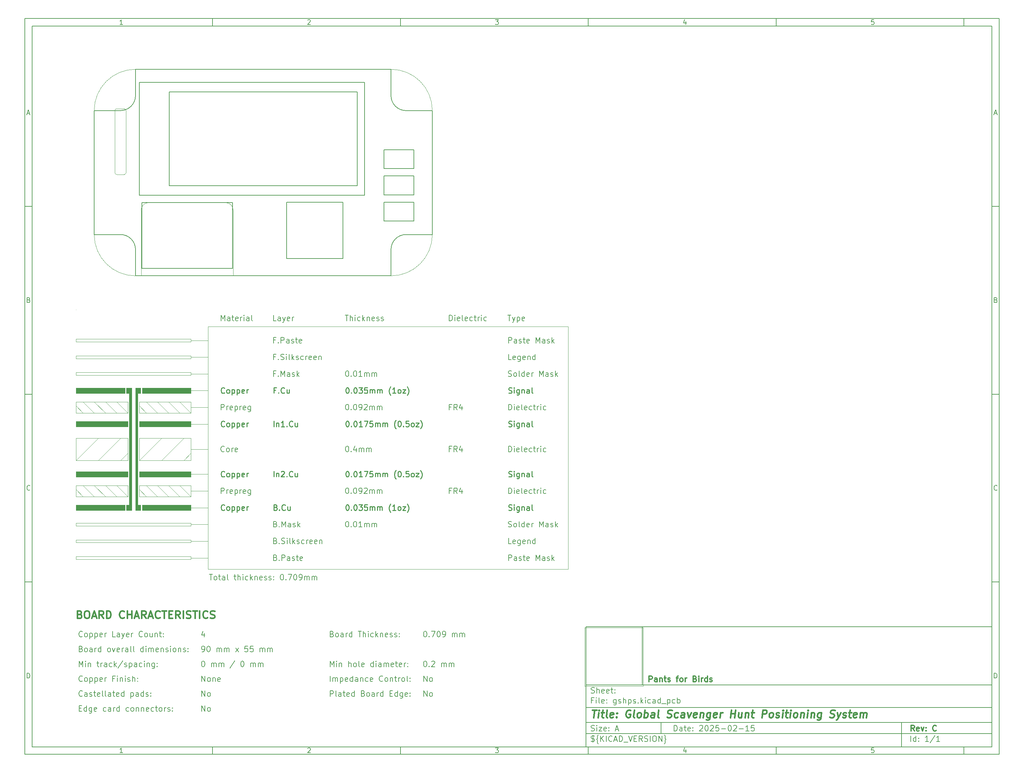
<source format=gbr>
%TF.GenerationSoftware,KiCad,Pcbnew,8.0.6+1*%
%TF.CreationDate,2025-02-24T18:19:18+00:00*%
%TF.ProjectId,gshps,67736870-732e-46b6-9963-61645f706362,C*%
%TF.SameCoordinates,Original*%
%TF.FileFunction,OtherDrawing,Comment*%
%FSLAX45Y45*%
G04 Gerber Fmt 4.5, Leading zero omitted, Abs format (unit mm)*
G04 Created by KiCad (PCBNEW 8.0.6+1) date 2025-02-24 18:19:18*
%MOMM*%
%LPD*%
G01*
G04 APERTURE LIST*
%ADD10C,0.100000*%
%ADD11C,0.150000*%
%ADD12C,0.300000*%
%ADD13C,0.400000*%
%TA.AperFunction,Profile*%
%ADD14C,0.100000*%
%TD*%
%ADD15C,0.010000*%
%ADD16C,0.185583*%
%ADD17C,0.254000*%
%ADD18C,0.180000*%
%ADD19C,0.200000*%
G04 APERTURE END LIST*
D10*
X15905782Y-17215462D02*
X15905782Y-18774098D01*
X17464418Y-18774098D01*
X17464418Y-17215462D01*
X15905782Y-17215462D01*
D11*
X15940000Y-17190000D02*
X26740000Y-17190000D01*
X26740000Y-20390000D01*
X15940000Y-20390000D01*
X15940000Y-17190000D01*
D10*
D11*
X1000000Y-1000000D02*
X26940000Y-1000000D01*
X26940000Y-20590000D01*
X1000000Y-20590000D01*
X1000000Y-1000000D01*
D10*
D11*
X1200000Y-1200000D02*
X26740000Y-1200000D01*
X26740000Y-20390000D01*
X1200000Y-20390000D01*
X1200000Y-1200000D01*
D10*
D11*
X6000000Y-1200000D02*
X6000000Y-1000000D01*
D10*
D11*
X11000000Y-1200000D02*
X11000000Y-1000000D01*
D10*
D11*
X16000000Y-1200000D02*
X16000000Y-1000000D01*
D10*
D11*
X21000000Y-1200000D02*
X21000000Y-1000000D01*
D10*
D11*
X26000000Y-1200000D02*
X26000000Y-1000000D01*
D10*
D11*
X3608916Y-1159360D02*
X3534630Y-1159360D01*
X3571773Y-1159360D02*
X3571773Y-1029360D01*
X3571773Y-1029360D02*
X3559392Y-1047932D01*
X3559392Y-1047932D02*
X3547011Y-1060313D01*
X3547011Y-1060313D02*
X3534630Y-1066503D01*
D10*
D11*
X8534630Y-1041741D02*
X8540821Y-1035551D01*
X8540821Y-1035551D02*
X8553202Y-1029360D01*
X8553202Y-1029360D02*
X8584154Y-1029360D01*
X8584154Y-1029360D02*
X8596535Y-1035551D01*
X8596535Y-1035551D02*
X8602726Y-1041741D01*
X8602726Y-1041741D02*
X8608916Y-1054122D01*
X8608916Y-1054122D02*
X8608916Y-1066503D01*
X8608916Y-1066503D02*
X8602726Y-1085075D01*
X8602726Y-1085075D02*
X8528440Y-1159360D01*
X8528440Y-1159360D02*
X8608916Y-1159360D01*
D10*
D11*
X13528440Y-1029360D02*
X13608916Y-1029360D01*
X13608916Y-1029360D02*
X13565583Y-1078884D01*
X13565583Y-1078884D02*
X13584154Y-1078884D01*
X13584154Y-1078884D02*
X13596535Y-1085075D01*
X13596535Y-1085075D02*
X13602725Y-1091265D01*
X13602725Y-1091265D02*
X13608916Y-1103646D01*
X13608916Y-1103646D02*
X13608916Y-1134599D01*
X13608916Y-1134599D02*
X13602725Y-1146980D01*
X13602725Y-1146980D02*
X13596535Y-1153170D01*
X13596535Y-1153170D02*
X13584154Y-1159360D01*
X13584154Y-1159360D02*
X13547011Y-1159360D01*
X13547011Y-1159360D02*
X13534630Y-1153170D01*
X13534630Y-1153170D02*
X13528440Y-1146980D01*
D10*
D11*
X18596535Y-1072694D02*
X18596535Y-1159360D01*
X18565583Y-1023170D02*
X18534630Y-1116027D01*
X18534630Y-1116027D02*
X18615106Y-1116027D01*
D10*
D11*
X23602725Y-1029360D02*
X23540821Y-1029360D01*
X23540821Y-1029360D02*
X23534630Y-1091265D01*
X23534630Y-1091265D02*
X23540821Y-1085075D01*
X23540821Y-1085075D02*
X23553202Y-1078884D01*
X23553202Y-1078884D02*
X23584154Y-1078884D01*
X23584154Y-1078884D02*
X23596535Y-1085075D01*
X23596535Y-1085075D02*
X23602725Y-1091265D01*
X23602725Y-1091265D02*
X23608916Y-1103646D01*
X23608916Y-1103646D02*
X23608916Y-1134599D01*
X23608916Y-1134599D02*
X23602725Y-1146980D01*
X23602725Y-1146980D02*
X23596535Y-1153170D01*
X23596535Y-1153170D02*
X23584154Y-1159360D01*
X23584154Y-1159360D02*
X23553202Y-1159360D01*
X23553202Y-1159360D02*
X23540821Y-1153170D01*
X23540821Y-1153170D02*
X23534630Y-1146980D01*
D10*
D11*
X6000000Y-20390000D02*
X6000000Y-20590000D01*
D10*
D11*
X11000000Y-20390000D02*
X11000000Y-20590000D01*
D10*
D11*
X16000000Y-20390000D02*
X16000000Y-20590000D01*
D10*
D11*
X21000000Y-20390000D02*
X21000000Y-20590000D01*
D10*
D11*
X26000000Y-20390000D02*
X26000000Y-20590000D01*
D10*
D11*
X3608916Y-20549360D02*
X3534630Y-20549360D01*
X3571773Y-20549360D02*
X3571773Y-20419360D01*
X3571773Y-20419360D02*
X3559392Y-20437932D01*
X3559392Y-20437932D02*
X3547011Y-20450313D01*
X3547011Y-20450313D02*
X3534630Y-20456503D01*
D10*
D11*
X8534630Y-20431741D02*
X8540821Y-20425551D01*
X8540821Y-20425551D02*
X8553202Y-20419360D01*
X8553202Y-20419360D02*
X8584154Y-20419360D01*
X8584154Y-20419360D02*
X8596535Y-20425551D01*
X8596535Y-20425551D02*
X8602726Y-20431741D01*
X8602726Y-20431741D02*
X8608916Y-20444122D01*
X8608916Y-20444122D02*
X8608916Y-20456503D01*
X8608916Y-20456503D02*
X8602726Y-20475075D01*
X8602726Y-20475075D02*
X8528440Y-20549360D01*
X8528440Y-20549360D02*
X8608916Y-20549360D01*
D10*
D11*
X13528440Y-20419360D02*
X13608916Y-20419360D01*
X13608916Y-20419360D02*
X13565583Y-20468884D01*
X13565583Y-20468884D02*
X13584154Y-20468884D01*
X13584154Y-20468884D02*
X13596535Y-20475075D01*
X13596535Y-20475075D02*
X13602725Y-20481265D01*
X13602725Y-20481265D02*
X13608916Y-20493646D01*
X13608916Y-20493646D02*
X13608916Y-20524599D01*
X13608916Y-20524599D02*
X13602725Y-20536980D01*
X13602725Y-20536980D02*
X13596535Y-20543170D01*
X13596535Y-20543170D02*
X13584154Y-20549360D01*
X13584154Y-20549360D02*
X13547011Y-20549360D01*
X13547011Y-20549360D02*
X13534630Y-20543170D01*
X13534630Y-20543170D02*
X13528440Y-20536980D01*
D10*
D11*
X18596535Y-20462694D02*
X18596535Y-20549360D01*
X18565583Y-20413170D02*
X18534630Y-20506027D01*
X18534630Y-20506027D02*
X18615106Y-20506027D01*
D10*
D11*
X23602725Y-20419360D02*
X23540821Y-20419360D01*
X23540821Y-20419360D02*
X23534630Y-20481265D01*
X23534630Y-20481265D02*
X23540821Y-20475075D01*
X23540821Y-20475075D02*
X23553202Y-20468884D01*
X23553202Y-20468884D02*
X23584154Y-20468884D01*
X23584154Y-20468884D02*
X23596535Y-20475075D01*
X23596535Y-20475075D02*
X23602725Y-20481265D01*
X23602725Y-20481265D02*
X23608916Y-20493646D01*
X23608916Y-20493646D02*
X23608916Y-20524599D01*
X23608916Y-20524599D02*
X23602725Y-20536980D01*
X23602725Y-20536980D02*
X23596535Y-20543170D01*
X23596535Y-20543170D02*
X23584154Y-20549360D01*
X23584154Y-20549360D02*
X23553202Y-20549360D01*
X23553202Y-20549360D02*
X23540821Y-20543170D01*
X23540821Y-20543170D02*
X23534630Y-20536980D01*
D10*
D11*
X1000000Y-6000000D02*
X1200000Y-6000000D01*
D10*
D11*
X1000000Y-11000000D02*
X1200000Y-11000000D01*
D10*
D11*
X1000000Y-16000000D02*
X1200000Y-16000000D01*
D10*
D11*
X1069048Y-3522218D02*
X1130952Y-3522218D01*
X1056667Y-3559360D02*
X1100000Y-3429360D01*
X1100000Y-3429360D02*
X1143333Y-3559360D01*
D10*
D11*
X1109286Y-8491265D02*
X1127857Y-8497456D01*
X1127857Y-8497456D02*
X1134048Y-8503646D01*
X1134048Y-8503646D02*
X1140238Y-8516027D01*
X1140238Y-8516027D02*
X1140238Y-8534599D01*
X1140238Y-8534599D02*
X1134048Y-8546980D01*
X1134048Y-8546980D02*
X1127857Y-8553170D01*
X1127857Y-8553170D02*
X1115476Y-8559360D01*
X1115476Y-8559360D02*
X1065952Y-8559360D01*
X1065952Y-8559360D02*
X1065952Y-8429360D01*
X1065952Y-8429360D02*
X1109286Y-8429360D01*
X1109286Y-8429360D02*
X1121667Y-8435551D01*
X1121667Y-8435551D02*
X1127857Y-8441741D01*
X1127857Y-8441741D02*
X1134048Y-8454122D01*
X1134048Y-8454122D02*
X1134048Y-8466503D01*
X1134048Y-8466503D02*
X1127857Y-8478884D01*
X1127857Y-8478884D02*
X1121667Y-8485075D01*
X1121667Y-8485075D02*
X1109286Y-8491265D01*
X1109286Y-8491265D02*
X1065952Y-8491265D01*
D10*
D11*
X1140238Y-13546979D02*
X1134048Y-13553170D01*
X1134048Y-13553170D02*
X1115476Y-13559360D01*
X1115476Y-13559360D02*
X1103095Y-13559360D01*
X1103095Y-13559360D02*
X1084524Y-13553170D01*
X1084524Y-13553170D02*
X1072143Y-13540789D01*
X1072143Y-13540789D02*
X1065952Y-13528408D01*
X1065952Y-13528408D02*
X1059762Y-13503646D01*
X1059762Y-13503646D02*
X1059762Y-13485075D01*
X1059762Y-13485075D02*
X1065952Y-13460313D01*
X1065952Y-13460313D02*
X1072143Y-13447932D01*
X1072143Y-13447932D02*
X1084524Y-13435551D01*
X1084524Y-13435551D02*
X1103095Y-13429360D01*
X1103095Y-13429360D02*
X1115476Y-13429360D01*
X1115476Y-13429360D02*
X1134048Y-13435551D01*
X1134048Y-13435551D02*
X1140238Y-13441741D01*
D10*
D11*
X1065952Y-18559360D02*
X1065952Y-18429360D01*
X1065952Y-18429360D02*
X1096905Y-18429360D01*
X1096905Y-18429360D02*
X1115476Y-18435551D01*
X1115476Y-18435551D02*
X1127857Y-18447932D01*
X1127857Y-18447932D02*
X1134048Y-18460313D01*
X1134048Y-18460313D02*
X1140238Y-18485075D01*
X1140238Y-18485075D02*
X1140238Y-18503646D01*
X1140238Y-18503646D02*
X1134048Y-18528408D01*
X1134048Y-18528408D02*
X1127857Y-18540789D01*
X1127857Y-18540789D02*
X1115476Y-18553170D01*
X1115476Y-18553170D02*
X1096905Y-18559360D01*
X1096905Y-18559360D02*
X1065952Y-18559360D01*
D10*
D11*
X26940000Y-6000000D02*
X26740000Y-6000000D01*
D10*
D11*
X26940000Y-11000000D02*
X26740000Y-11000000D01*
D10*
D11*
X26940000Y-16000000D02*
X26740000Y-16000000D01*
D10*
D11*
X26809048Y-3522218D02*
X26870952Y-3522218D01*
X26796667Y-3559360D02*
X26840000Y-3429360D01*
X26840000Y-3429360D02*
X26883333Y-3559360D01*
D10*
D11*
X26849286Y-8491265D02*
X26867857Y-8497456D01*
X26867857Y-8497456D02*
X26874048Y-8503646D01*
X26874048Y-8503646D02*
X26880238Y-8516027D01*
X26880238Y-8516027D02*
X26880238Y-8534599D01*
X26880238Y-8534599D02*
X26874048Y-8546980D01*
X26874048Y-8546980D02*
X26867857Y-8553170D01*
X26867857Y-8553170D02*
X26855476Y-8559360D01*
X26855476Y-8559360D02*
X26805952Y-8559360D01*
X26805952Y-8559360D02*
X26805952Y-8429360D01*
X26805952Y-8429360D02*
X26849286Y-8429360D01*
X26849286Y-8429360D02*
X26861667Y-8435551D01*
X26861667Y-8435551D02*
X26867857Y-8441741D01*
X26867857Y-8441741D02*
X26874048Y-8454122D01*
X26874048Y-8454122D02*
X26874048Y-8466503D01*
X26874048Y-8466503D02*
X26867857Y-8478884D01*
X26867857Y-8478884D02*
X26861667Y-8485075D01*
X26861667Y-8485075D02*
X26849286Y-8491265D01*
X26849286Y-8491265D02*
X26805952Y-8491265D01*
D10*
D11*
X26880238Y-13546979D02*
X26874048Y-13553170D01*
X26874048Y-13553170D02*
X26855476Y-13559360D01*
X26855476Y-13559360D02*
X26843095Y-13559360D01*
X26843095Y-13559360D02*
X26824524Y-13553170D01*
X26824524Y-13553170D02*
X26812143Y-13540789D01*
X26812143Y-13540789D02*
X26805952Y-13528408D01*
X26805952Y-13528408D02*
X26799762Y-13503646D01*
X26799762Y-13503646D02*
X26799762Y-13485075D01*
X26799762Y-13485075D02*
X26805952Y-13460313D01*
X26805952Y-13460313D02*
X26812143Y-13447932D01*
X26812143Y-13447932D02*
X26824524Y-13435551D01*
X26824524Y-13435551D02*
X26843095Y-13429360D01*
X26843095Y-13429360D02*
X26855476Y-13429360D01*
X26855476Y-13429360D02*
X26874048Y-13435551D01*
X26874048Y-13435551D02*
X26880238Y-13441741D01*
D10*
D11*
X26805952Y-18559360D02*
X26805952Y-18429360D01*
X26805952Y-18429360D02*
X26836905Y-18429360D01*
X26836905Y-18429360D02*
X26855476Y-18435551D01*
X26855476Y-18435551D02*
X26867857Y-18447932D01*
X26867857Y-18447932D02*
X26874048Y-18460313D01*
X26874048Y-18460313D02*
X26880238Y-18485075D01*
X26880238Y-18485075D02*
X26880238Y-18503646D01*
X26880238Y-18503646D02*
X26874048Y-18528408D01*
X26874048Y-18528408D02*
X26867857Y-18540789D01*
X26867857Y-18540789D02*
X26855476Y-18553170D01*
X26855476Y-18553170D02*
X26836905Y-18559360D01*
X26836905Y-18559360D02*
X26805952Y-18559360D01*
D10*
D11*
X18285583Y-19968613D02*
X18285583Y-19818613D01*
X18285583Y-19818613D02*
X18321297Y-19818613D01*
X18321297Y-19818613D02*
X18342726Y-19825756D01*
X18342726Y-19825756D02*
X18357011Y-19840041D01*
X18357011Y-19840041D02*
X18364154Y-19854327D01*
X18364154Y-19854327D02*
X18371297Y-19882899D01*
X18371297Y-19882899D02*
X18371297Y-19904327D01*
X18371297Y-19904327D02*
X18364154Y-19932899D01*
X18364154Y-19932899D02*
X18357011Y-19947184D01*
X18357011Y-19947184D02*
X18342726Y-19961470D01*
X18342726Y-19961470D02*
X18321297Y-19968613D01*
X18321297Y-19968613D02*
X18285583Y-19968613D01*
X18499868Y-19968613D02*
X18499868Y-19890041D01*
X18499868Y-19890041D02*
X18492726Y-19875756D01*
X18492726Y-19875756D02*
X18478440Y-19868613D01*
X18478440Y-19868613D02*
X18449868Y-19868613D01*
X18449868Y-19868613D02*
X18435583Y-19875756D01*
X18499868Y-19961470D02*
X18485583Y-19968613D01*
X18485583Y-19968613D02*
X18449868Y-19968613D01*
X18449868Y-19968613D02*
X18435583Y-19961470D01*
X18435583Y-19961470D02*
X18428440Y-19947184D01*
X18428440Y-19947184D02*
X18428440Y-19932899D01*
X18428440Y-19932899D02*
X18435583Y-19918613D01*
X18435583Y-19918613D02*
X18449868Y-19911470D01*
X18449868Y-19911470D02*
X18485583Y-19911470D01*
X18485583Y-19911470D02*
X18499868Y-19904327D01*
X18549868Y-19868613D02*
X18607011Y-19868613D01*
X18571297Y-19818613D02*
X18571297Y-19947184D01*
X18571297Y-19947184D02*
X18578440Y-19961470D01*
X18578440Y-19961470D02*
X18592726Y-19968613D01*
X18592726Y-19968613D02*
X18607011Y-19968613D01*
X18714154Y-19961470D02*
X18699868Y-19968613D01*
X18699868Y-19968613D02*
X18671297Y-19968613D01*
X18671297Y-19968613D02*
X18657011Y-19961470D01*
X18657011Y-19961470D02*
X18649868Y-19947184D01*
X18649868Y-19947184D02*
X18649868Y-19890041D01*
X18649868Y-19890041D02*
X18657011Y-19875756D01*
X18657011Y-19875756D02*
X18671297Y-19868613D01*
X18671297Y-19868613D02*
X18699868Y-19868613D01*
X18699868Y-19868613D02*
X18714154Y-19875756D01*
X18714154Y-19875756D02*
X18721297Y-19890041D01*
X18721297Y-19890041D02*
X18721297Y-19904327D01*
X18721297Y-19904327D02*
X18649868Y-19918613D01*
X18785583Y-19954327D02*
X18792726Y-19961470D01*
X18792726Y-19961470D02*
X18785583Y-19968613D01*
X18785583Y-19968613D02*
X18778440Y-19961470D01*
X18778440Y-19961470D02*
X18785583Y-19954327D01*
X18785583Y-19954327D02*
X18785583Y-19968613D01*
X18785583Y-19875756D02*
X18792726Y-19882899D01*
X18792726Y-19882899D02*
X18785583Y-19890041D01*
X18785583Y-19890041D02*
X18778440Y-19882899D01*
X18778440Y-19882899D02*
X18785583Y-19875756D01*
X18785583Y-19875756D02*
X18785583Y-19890041D01*
X18964154Y-19832899D02*
X18971297Y-19825756D01*
X18971297Y-19825756D02*
X18985583Y-19818613D01*
X18985583Y-19818613D02*
X19021297Y-19818613D01*
X19021297Y-19818613D02*
X19035583Y-19825756D01*
X19035583Y-19825756D02*
X19042726Y-19832899D01*
X19042726Y-19832899D02*
X19049868Y-19847184D01*
X19049868Y-19847184D02*
X19049868Y-19861470D01*
X19049868Y-19861470D02*
X19042726Y-19882899D01*
X19042726Y-19882899D02*
X18957011Y-19968613D01*
X18957011Y-19968613D02*
X19049868Y-19968613D01*
X19142726Y-19818613D02*
X19157011Y-19818613D01*
X19157011Y-19818613D02*
X19171297Y-19825756D01*
X19171297Y-19825756D02*
X19178440Y-19832899D01*
X19178440Y-19832899D02*
X19185583Y-19847184D01*
X19185583Y-19847184D02*
X19192726Y-19875756D01*
X19192726Y-19875756D02*
X19192726Y-19911470D01*
X19192726Y-19911470D02*
X19185583Y-19940041D01*
X19185583Y-19940041D02*
X19178440Y-19954327D01*
X19178440Y-19954327D02*
X19171297Y-19961470D01*
X19171297Y-19961470D02*
X19157011Y-19968613D01*
X19157011Y-19968613D02*
X19142726Y-19968613D01*
X19142726Y-19968613D02*
X19128440Y-19961470D01*
X19128440Y-19961470D02*
X19121297Y-19954327D01*
X19121297Y-19954327D02*
X19114154Y-19940041D01*
X19114154Y-19940041D02*
X19107011Y-19911470D01*
X19107011Y-19911470D02*
X19107011Y-19875756D01*
X19107011Y-19875756D02*
X19114154Y-19847184D01*
X19114154Y-19847184D02*
X19121297Y-19832899D01*
X19121297Y-19832899D02*
X19128440Y-19825756D01*
X19128440Y-19825756D02*
X19142726Y-19818613D01*
X19249868Y-19832899D02*
X19257011Y-19825756D01*
X19257011Y-19825756D02*
X19271297Y-19818613D01*
X19271297Y-19818613D02*
X19307011Y-19818613D01*
X19307011Y-19818613D02*
X19321297Y-19825756D01*
X19321297Y-19825756D02*
X19328440Y-19832899D01*
X19328440Y-19832899D02*
X19335583Y-19847184D01*
X19335583Y-19847184D02*
X19335583Y-19861470D01*
X19335583Y-19861470D02*
X19328440Y-19882899D01*
X19328440Y-19882899D02*
X19242725Y-19968613D01*
X19242725Y-19968613D02*
X19335583Y-19968613D01*
X19471297Y-19818613D02*
X19399868Y-19818613D01*
X19399868Y-19818613D02*
X19392725Y-19890041D01*
X19392725Y-19890041D02*
X19399868Y-19882899D01*
X19399868Y-19882899D02*
X19414154Y-19875756D01*
X19414154Y-19875756D02*
X19449868Y-19875756D01*
X19449868Y-19875756D02*
X19464154Y-19882899D01*
X19464154Y-19882899D02*
X19471297Y-19890041D01*
X19471297Y-19890041D02*
X19478440Y-19904327D01*
X19478440Y-19904327D02*
X19478440Y-19940041D01*
X19478440Y-19940041D02*
X19471297Y-19954327D01*
X19471297Y-19954327D02*
X19464154Y-19961470D01*
X19464154Y-19961470D02*
X19449868Y-19968613D01*
X19449868Y-19968613D02*
X19414154Y-19968613D01*
X19414154Y-19968613D02*
X19399868Y-19961470D01*
X19399868Y-19961470D02*
X19392725Y-19954327D01*
X19542725Y-19911470D02*
X19657011Y-19911470D01*
X19757011Y-19818613D02*
X19771297Y-19818613D01*
X19771297Y-19818613D02*
X19785583Y-19825756D01*
X19785583Y-19825756D02*
X19792725Y-19832899D01*
X19792725Y-19832899D02*
X19799868Y-19847184D01*
X19799868Y-19847184D02*
X19807011Y-19875756D01*
X19807011Y-19875756D02*
X19807011Y-19911470D01*
X19807011Y-19911470D02*
X19799868Y-19940041D01*
X19799868Y-19940041D02*
X19792725Y-19954327D01*
X19792725Y-19954327D02*
X19785583Y-19961470D01*
X19785583Y-19961470D02*
X19771297Y-19968613D01*
X19771297Y-19968613D02*
X19757011Y-19968613D01*
X19757011Y-19968613D02*
X19742725Y-19961470D01*
X19742725Y-19961470D02*
X19735583Y-19954327D01*
X19735583Y-19954327D02*
X19728440Y-19940041D01*
X19728440Y-19940041D02*
X19721297Y-19911470D01*
X19721297Y-19911470D02*
X19721297Y-19875756D01*
X19721297Y-19875756D02*
X19728440Y-19847184D01*
X19728440Y-19847184D02*
X19735583Y-19832899D01*
X19735583Y-19832899D02*
X19742725Y-19825756D01*
X19742725Y-19825756D02*
X19757011Y-19818613D01*
X19864154Y-19832899D02*
X19871297Y-19825756D01*
X19871297Y-19825756D02*
X19885583Y-19818613D01*
X19885583Y-19818613D02*
X19921297Y-19818613D01*
X19921297Y-19818613D02*
X19935583Y-19825756D01*
X19935583Y-19825756D02*
X19942725Y-19832899D01*
X19942725Y-19832899D02*
X19949868Y-19847184D01*
X19949868Y-19847184D02*
X19949868Y-19861470D01*
X19949868Y-19861470D02*
X19942725Y-19882899D01*
X19942725Y-19882899D02*
X19857011Y-19968613D01*
X19857011Y-19968613D02*
X19949868Y-19968613D01*
X20014154Y-19911470D02*
X20128440Y-19911470D01*
X20278440Y-19968613D02*
X20192725Y-19968613D01*
X20235582Y-19968613D02*
X20235582Y-19818613D01*
X20235582Y-19818613D02*
X20221297Y-19840041D01*
X20221297Y-19840041D02*
X20207011Y-19854327D01*
X20207011Y-19854327D02*
X20192725Y-19861470D01*
X20414154Y-19818613D02*
X20342725Y-19818613D01*
X20342725Y-19818613D02*
X20335582Y-19890041D01*
X20335582Y-19890041D02*
X20342725Y-19882899D01*
X20342725Y-19882899D02*
X20357011Y-19875756D01*
X20357011Y-19875756D02*
X20392725Y-19875756D01*
X20392725Y-19875756D02*
X20407011Y-19882899D01*
X20407011Y-19882899D02*
X20414154Y-19890041D01*
X20414154Y-19890041D02*
X20421297Y-19904327D01*
X20421297Y-19904327D02*
X20421297Y-19940041D01*
X20421297Y-19940041D02*
X20414154Y-19954327D01*
X20414154Y-19954327D02*
X20407011Y-19961470D01*
X20407011Y-19961470D02*
X20392725Y-19968613D01*
X20392725Y-19968613D02*
X20357011Y-19968613D01*
X20357011Y-19968613D02*
X20342725Y-19961470D01*
X20342725Y-19961470D02*
X20335582Y-19954327D01*
D10*
D11*
X15940000Y-20040000D02*
X26740000Y-20040000D01*
D10*
D11*
X16078440Y-20241470D02*
X16099868Y-20248613D01*
X16099868Y-20248613D02*
X16135583Y-20248613D01*
X16135583Y-20248613D02*
X16149868Y-20241470D01*
X16149868Y-20241470D02*
X16157011Y-20234327D01*
X16157011Y-20234327D02*
X16164154Y-20220041D01*
X16164154Y-20220041D02*
X16164154Y-20205756D01*
X16164154Y-20205756D02*
X16157011Y-20191470D01*
X16157011Y-20191470D02*
X16149868Y-20184327D01*
X16149868Y-20184327D02*
X16135583Y-20177184D01*
X16135583Y-20177184D02*
X16107011Y-20170041D01*
X16107011Y-20170041D02*
X16092725Y-20162899D01*
X16092725Y-20162899D02*
X16085583Y-20155756D01*
X16085583Y-20155756D02*
X16078440Y-20141470D01*
X16078440Y-20141470D02*
X16078440Y-20127184D01*
X16078440Y-20127184D02*
X16085583Y-20112899D01*
X16085583Y-20112899D02*
X16092725Y-20105756D01*
X16092725Y-20105756D02*
X16107011Y-20098613D01*
X16107011Y-20098613D02*
X16142725Y-20098613D01*
X16142725Y-20098613D02*
X16164154Y-20105756D01*
X16121297Y-20077184D02*
X16121297Y-20270041D01*
X16271297Y-20305756D02*
X16264154Y-20305756D01*
X16264154Y-20305756D02*
X16249868Y-20298613D01*
X16249868Y-20298613D02*
X16242725Y-20284327D01*
X16242725Y-20284327D02*
X16242725Y-20212899D01*
X16242725Y-20212899D02*
X16235583Y-20198613D01*
X16235583Y-20198613D02*
X16221297Y-20191470D01*
X16221297Y-20191470D02*
X16235583Y-20184327D01*
X16235583Y-20184327D02*
X16242725Y-20170041D01*
X16242725Y-20170041D02*
X16242725Y-20098613D01*
X16242725Y-20098613D02*
X16249868Y-20084327D01*
X16249868Y-20084327D02*
X16264154Y-20077184D01*
X16264154Y-20077184D02*
X16271297Y-20077184D01*
X16328440Y-20248613D02*
X16328440Y-20098613D01*
X16414154Y-20248613D02*
X16349868Y-20162899D01*
X16414154Y-20098613D02*
X16328440Y-20184327D01*
X16478440Y-20248613D02*
X16478440Y-20098613D01*
X16635583Y-20234327D02*
X16628440Y-20241470D01*
X16628440Y-20241470D02*
X16607011Y-20248613D01*
X16607011Y-20248613D02*
X16592725Y-20248613D01*
X16592725Y-20248613D02*
X16571297Y-20241470D01*
X16571297Y-20241470D02*
X16557011Y-20227184D01*
X16557011Y-20227184D02*
X16549868Y-20212899D01*
X16549868Y-20212899D02*
X16542725Y-20184327D01*
X16542725Y-20184327D02*
X16542725Y-20162899D01*
X16542725Y-20162899D02*
X16549868Y-20134327D01*
X16549868Y-20134327D02*
X16557011Y-20120041D01*
X16557011Y-20120041D02*
X16571297Y-20105756D01*
X16571297Y-20105756D02*
X16592725Y-20098613D01*
X16592725Y-20098613D02*
X16607011Y-20098613D01*
X16607011Y-20098613D02*
X16628440Y-20105756D01*
X16628440Y-20105756D02*
X16635583Y-20112899D01*
X16692725Y-20205756D02*
X16764154Y-20205756D01*
X16678440Y-20248613D02*
X16728440Y-20098613D01*
X16728440Y-20098613D02*
X16778440Y-20248613D01*
X16828440Y-20248613D02*
X16828440Y-20098613D01*
X16828440Y-20098613D02*
X16864154Y-20098613D01*
X16864154Y-20098613D02*
X16885583Y-20105756D01*
X16885583Y-20105756D02*
X16899868Y-20120041D01*
X16899868Y-20120041D02*
X16907011Y-20134327D01*
X16907011Y-20134327D02*
X16914154Y-20162899D01*
X16914154Y-20162899D02*
X16914154Y-20184327D01*
X16914154Y-20184327D02*
X16907011Y-20212899D01*
X16907011Y-20212899D02*
X16899868Y-20227184D01*
X16899868Y-20227184D02*
X16885583Y-20241470D01*
X16885583Y-20241470D02*
X16864154Y-20248613D01*
X16864154Y-20248613D02*
X16828440Y-20248613D01*
X16942726Y-20262899D02*
X17057011Y-20262899D01*
X17071297Y-20098613D02*
X17121297Y-20248613D01*
X17121297Y-20248613D02*
X17171297Y-20098613D01*
X17221297Y-20170041D02*
X17271297Y-20170041D01*
X17292725Y-20248613D02*
X17221297Y-20248613D01*
X17221297Y-20248613D02*
X17221297Y-20098613D01*
X17221297Y-20098613D02*
X17292725Y-20098613D01*
X17442725Y-20248613D02*
X17392725Y-20177184D01*
X17357011Y-20248613D02*
X17357011Y-20098613D01*
X17357011Y-20098613D02*
X17414154Y-20098613D01*
X17414154Y-20098613D02*
X17428440Y-20105756D01*
X17428440Y-20105756D02*
X17435583Y-20112899D01*
X17435583Y-20112899D02*
X17442725Y-20127184D01*
X17442725Y-20127184D02*
X17442725Y-20148613D01*
X17442725Y-20148613D02*
X17435583Y-20162899D01*
X17435583Y-20162899D02*
X17428440Y-20170041D01*
X17428440Y-20170041D02*
X17414154Y-20177184D01*
X17414154Y-20177184D02*
X17357011Y-20177184D01*
X17499868Y-20241470D02*
X17521297Y-20248613D01*
X17521297Y-20248613D02*
X17557011Y-20248613D01*
X17557011Y-20248613D02*
X17571297Y-20241470D01*
X17571297Y-20241470D02*
X17578440Y-20234327D01*
X17578440Y-20234327D02*
X17585583Y-20220041D01*
X17585583Y-20220041D02*
X17585583Y-20205756D01*
X17585583Y-20205756D02*
X17578440Y-20191470D01*
X17578440Y-20191470D02*
X17571297Y-20184327D01*
X17571297Y-20184327D02*
X17557011Y-20177184D01*
X17557011Y-20177184D02*
X17528440Y-20170041D01*
X17528440Y-20170041D02*
X17514154Y-20162899D01*
X17514154Y-20162899D02*
X17507011Y-20155756D01*
X17507011Y-20155756D02*
X17499868Y-20141470D01*
X17499868Y-20141470D02*
X17499868Y-20127184D01*
X17499868Y-20127184D02*
X17507011Y-20112899D01*
X17507011Y-20112899D02*
X17514154Y-20105756D01*
X17514154Y-20105756D02*
X17528440Y-20098613D01*
X17528440Y-20098613D02*
X17564154Y-20098613D01*
X17564154Y-20098613D02*
X17585583Y-20105756D01*
X17649868Y-20248613D02*
X17649868Y-20098613D01*
X17749868Y-20098613D02*
X17778440Y-20098613D01*
X17778440Y-20098613D02*
X17792725Y-20105756D01*
X17792725Y-20105756D02*
X17807011Y-20120041D01*
X17807011Y-20120041D02*
X17814154Y-20148613D01*
X17814154Y-20148613D02*
X17814154Y-20198613D01*
X17814154Y-20198613D02*
X17807011Y-20227184D01*
X17807011Y-20227184D02*
X17792725Y-20241470D01*
X17792725Y-20241470D02*
X17778440Y-20248613D01*
X17778440Y-20248613D02*
X17749868Y-20248613D01*
X17749868Y-20248613D02*
X17735583Y-20241470D01*
X17735583Y-20241470D02*
X17721297Y-20227184D01*
X17721297Y-20227184D02*
X17714154Y-20198613D01*
X17714154Y-20198613D02*
X17714154Y-20148613D01*
X17714154Y-20148613D02*
X17721297Y-20120041D01*
X17721297Y-20120041D02*
X17735583Y-20105756D01*
X17735583Y-20105756D02*
X17749868Y-20098613D01*
X17878440Y-20248613D02*
X17878440Y-20098613D01*
X17878440Y-20098613D02*
X17964154Y-20248613D01*
X17964154Y-20248613D02*
X17964154Y-20098613D01*
X18021297Y-20305756D02*
X18028440Y-20305756D01*
X18028440Y-20305756D02*
X18042726Y-20298613D01*
X18042726Y-20298613D02*
X18049868Y-20284327D01*
X18049868Y-20284327D02*
X18049868Y-20212899D01*
X18049868Y-20212899D02*
X18057011Y-20198613D01*
X18057011Y-20198613D02*
X18071297Y-20191470D01*
X18071297Y-20191470D02*
X18057011Y-20184327D01*
X18057011Y-20184327D02*
X18049868Y-20170041D01*
X18049868Y-20170041D02*
X18049868Y-20098613D01*
X18049868Y-20098613D02*
X18042726Y-20084327D01*
X18042726Y-20084327D02*
X18028440Y-20077184D01*
X18028440Y-20077184D02*
X18021297Y-20077184D01*
D10*
D11*
X15940000Y-19740000D02*
X26740000Y-19740000D01*
D10*
D12*
X24681165Y-19967833D02*
X24631165Y-19896404D01*
X24595451Y-19967833D02*
X24595451Y-19817833D01*
X24595451Y-19817833D02*
X24652594Y-19817833D01*
X24652594Y-19817833D02*
X24666880Y-19824976D01*
X24666880Y-19824976D02*
X24674022Y-19832119D01*
X24674022Y-19832119D02*
X24681165Y-19846404D01*
X24681165Y-19846404D02*
X24681165Y-19867833D01*
X24681165Y-19867833D02*
X24674022Y-19882119D01*
X24674022Y-19882119D02*
X24666880Y-19889261D01*
X24666880Y-19889261D02*
X24652594Y-19896404D01*
X24652594Y-19896404D02*
X24595451Y-19896404D01*
X24802594Y-19960690D02*
X24788308Y-19967833D01*
X24788308Y-19967833D02*
X24759737Y-19967833D01*
X24759737Y-19967833D02*
X24745451Y-19960690D01*
X24745451Y-19960690D02*
X24738308Y-19946404D01*
X24738308Y-19946404D02*
X24738308Y-19889261D01*
X24738308Y-19889261D02*
X24745451Y-19874976D01*
X24745451Y-19874976D02*
X24759737Y-19867833D01*
X24759737Y-19867833D02*
X24788308Y-19867833D01*
X24788308Y-19867833D02*
X24802594Y-19874976D01*
X24802594Y-19874976D02*
X24809737Y-19889261D01*
X24809737Y-19889261D02*
X24809737Y-19903547D01*
X24809737Y-19903547D02*
X24738308Y-19917833D01*
X24859737Y-19867833D02*
X24895451Y-19967833D01*
X24895451Y-19967833D02*
X24931165Y-19867833D01*
X24988308Y-19953547D02*
X24995451Y-19960690D01*
X24995451Y-19960690D02*
X24988308Y-19967833D01*
X24988308Y-19967833D02*
X24981165Y-19960690D01*
X24981165Y-19960690D02*
X24988308Y-19953547D01*
X24988308Y-19953547D02*
X24988308Y-19967833D01*
X24988308Y-19874976D02*
X24995451Y-19882119D01*
X24995451Y-19882119D02*
X24988308Y-19889261D01*
X24988308Y-19889261D02*
X24981165Y-19882119D01*
X24981165Y-19882119D02*
X24988308Y-19874976D01*
X24988308Y-19874976D02*
X24988308Y-19889261D01*
X25259737Y-19953547D02*
X25252594Y-19960690D01*
X25252594Y-19960690D02*
X25231165Y-19967833D01*
X25231165Y-19967833D02*
X25216880Y-19967833D01*
X25216880Y-19967833D02*
X25195451Y-19960690D01*
X25195451Y-19960690D02*
X25181165Y-19946404D01*
X25181165Y-19946404D02*
X25174022Y-19932119D01*
X25174022Y-19932119D02*
X25166880Y-19903547D01*
X25166880Y-19903547D02*
X25166880Y-19882119D01*
X25166880Y-19882119D02*
X25174022Y-19853547D01*
X25174022Y-19853547D02*
X25181165Y-19839261D01*
X25181165Y-19839261D02*
X25195451Y-19824976D01*
X25195451Y-19824976D02*
X25216880Y-19817833D01*
X25216880Y-19817833D02*
X25231165Y-19817833D01*
X25231165Y-19817833D02*
X25252594Y-19824976D01*
X25252594Y-19824976D02*
X25259737Y-19832119D01*
D10*
D11*
X16078440Y-19961470D02*
X16099868Y-19968613D01*
X16099868Y-19968613D02*
X16135583Y-19968613D01*
X16135583Y-19968613D02*
X16149868Y-19961470D01*
X16149868Y-19961470D02*
X16157011Y-19954327D01*
X16157011Y-19954327D02*
X16164154Y-19940041D01*
X16164154Y-19940041D02*
X16164154Y-19925756D01*
X16164154Y-19925756D02*
X16157011Y-19911470D01*
X16157011Y-19911470D02*
X16149868Y-19904327D01*
X16149868Y-19904327D02*
X16135583Y-19897184D01*
X16135583Y-19897184D02*
X16107011Y-19890041D01*
X16107011Y-19890041D02*
X16092725Y-19882899D01*
X16092725Y-19882899D02*
X16085583Y-19875756D01*
X16085583Y-19875756D02*
X16078440Y-19861470D01*
X16078440Y-19861470D02*
X16078440Y-19847184D01*
X16078440Y-19847184D02*
X16085583Y-19832899D01*
X16085583Y-19832899D02*
X16092725Y-19825756D01*
X16092725Y-19825756D02*
X16107011Y-19818613D01*
X16107011Y-19818613D02*
X16142725Y-19818613D01*
X16142725Y-19818613D02*
X16164154Y-19825756D01*
X16228440Y-19968613D02*
X16228440Y-19868613D01*
X16228440Y-19818613D02*
X16221297Y-19825756D01*
X16221297Y-19825756D02*
X16228440Y-19832899D01*
X16228440Y-19832899D02*
X16235583Y-19825756D01*
X16235583Y-19825756D02*
X16228440Y-19818613D01*
X16228440Y-19818613D02*
X16228440Y-19832899D01*
X16285583Y-19868613D02*
X16364154Y-19868613D01*
X16364154Y-19868613D02*
X16285583Y-19968613D01*
X16285583Y-19968613D02*
X16364154Y-19968613D01*
X16478440Y-19961470D02*
X16464154Y-19968613D01*
X16464154Y-19968613D02*
X16435583Y-19968613D01*
X16435583Y-19968613D02*
X16421297Y-19961470D01*
X16421297Y-19961470D02*
X16414154Y-19947184D01*
X16414154Y-19947184D02*
X16414154Y-19890041D01*
X16414154Y-19890041D02*
X16421297Y-19875756D01*
X16421297Y-19875756D02*
X16435583Y-19868613D01*
X16435583Y-19868613D02*
X16464154Y-19868613D01*
X16464154Y-19868613D02*
X16478440Y-19875756D01*
X16478440Y-19875756D02*
X16485583Y-19890041D01*
X16485583Y-19890041D02*
X16485583Y-19904327D01*
X16485583Y-19904327D02*
X16414154Y-19918613D01*
X16549868Y-19954327D02*
X16557011Y-19961470D01*
X16557011Y-19961470D02*
X16549868Y-19968613D01*
X16549868Y-19968613D02*
X16542725Y-19961470D01*
X16542725Y-19961470D02*
X16549868Y-19954327D01*
X16549868Y-19954327D02*
X16549868Y-19968613D01*
X16549868Y-19875756D02*
X16557011Y-19882899D01*
X16557011Y-19882899D02*
X16549868Y-19890041D01*
X16549868Y-19890041D02*
X16542725Y-19882899D01*
X16542725Y-19882899D02*
X16549868Y-19875756D01*
X16549868Y-19875756D02*
X16549868Y-19890041D01*
X16728440Y-19925756D02*
X16799868Y-19925756D01*
X16714154Y-19968613D02*
X16764154Y-19818613D01*
X16764154Y-19818613D02*
X16814154Y-19968613D01*
D10*
D11*
X24585583Y-20248613D02*
X24585583Y-20098613D01*
X24721297Y-20248613D02*
X24721297Y-20098613D01*
X24721297Y-20241470D02*
X24707011Y-20248613D01*
X24707011Y-20248613D02*
X24678440Y-20248613D01*
X24678440Y-20248613D02*
X24664154Y-20241470D01*
X24664154Y-20241470D02*
X24657011Y-20234327D01*
X24657011Y-20234327D02*
X24649868Y-20220041D01*
X24649868Y-20220041D02*
X24649868Y-20177184D01*
X24649868Y-20177184D02*
X24657011Y-20162899D01*
X24657011Y-20162899D02*
X24664154Y-20155756D01*
X24664154Y-20155756D02*
X24678440Y-20148613D01*
X24678440Y-20148613D02*
X24707011Y-20148613D01*
X24707011Y-20148613D02*
X24721297Y-20155756D01*
X24792725Y-20234327D02*
X24799868Y-20241470D01*
X24799868Y-20241470D02*
X24792725Y-20248613D01*
X24792725Y-20248613D02*
X24785583Y-20241470D01*
X24785583Y-20241470D02*
X24792725Y-20234327D01*
X24792725Y-20234327D02*
X24792725Y-20248613D01*
X24792725Y-20155756D02*
X24799868Y-20162899D01*
X24799868Y-20162899D02*
X24792725Y-20170041D01*
X24792725Y-20170041D02*
X24785583Y-20162899D01*
X24785583Y-20162899D02*
X24792725Y-20155756D01*
X24792725Y-20155756D02*
X24792725Y-20170041D01*
X25057011Y-20248613D02*
X24971297Y-20248613D01*
X25014154Y-20248613D02*
X25014154Y-20098613D01*
X25014154Y-20098613D02*
X24999868Y-20120041D01*
X24999868Y-20120041D02*
X24985583Y-20134327D01*
X24985583Y-20134327D02*
X24971297Y-20141470D01*
X25228440Y-20091470D02*
X25099868Y-20284327D01*
X25357011Y-20248613D02*
X25271297Y-20248613D01*
X25314154Y-20248613D02*
X25314154Y-20098613D01*
X25314154Y-20098613D02*
X25299868Y-20120041D01*
X25299868Y-20120041D02*
X25285583Y-20134327D01*
X25285583Y-20134327D02*
X25271297Y-20141470D01*
D10*
D11*
X15940000Y-19340000D02*
X26740000Y-19340000D01*
D10*
D13*
X16109173Y-19410444D02*
X16223458Y-19410444D01*
X16141316Y-19610444D02*
X16166316Y-19410444D01*
X16265125Y-19610444D02*
X16281792Y-19477110D01*
X16290125Y-19410444D02*
X16279411Y-19419968D01*
X16279411Y-19419968D02*
X16287744Y-19429491D01*
X16287744Y-19429491D02*
X16298459Y-19419968D01*
X16298459Y-19419968D02*
X16290125Y-19410444D01*
X16290125Y-19410444D02*
X16287744Y-19429491D01*
X16348459Y-19477110D02*
X16424649Y-19477110D01*
X16385363Y-19410444D02*
X16363935Y-19581872D01*
X16363935Y-19581872D02*
X16371078Y-19600920D01*
X16371078Y-19600920D02*
X16388935Y-19610444D01*
X16388935Y-19610444D02*
X16407982Y-19610444D01*
X16503220Y-19610444D02*
X16485363Y-19600920D01*
X16485363Y-19600920D02*
X16478220Y-19581872D01*
X16478220Y-19581872D02*
X16499649Y-19410444D01*
X16656792Y-19600920D02*
X16636554Y-19610444D01*
X16636554Y-19610444D02*
X16598458Y-19610444D01*
X16598458Y-19610444D02*
X16580601Y-19600920D01*
X16580601Y-19600920D02*
X16573458Y-19581872D01*
X16573458Y-19581872D02*
X16582982Y-19505682D01*
X16582982Y-19505682D02*
X16594887Y-19486634D01*
X16594887Y-19486634D02*
X16615125Y-19477110D01*
X16615125Y-19477110D02*
X16653220Y-19477110D01*
X16653220Y-19477110D02*
X16671078Y-19486634D01*
X16671078Y-19486634D02*
X16678220Y-19505682D01*
X16678220Y-19505682D02*
X16675839Y-19524730D01*
X16675839Y-19524730D02*
X16578220Y-19543777D01*
X16753220Y-19591396D02*
X16761554Y-19600920D01*
X16761554Y-19600920D02*
X16750839Y-19610444D01*
X16750839Y-19610444D02*
X16742506Y-19600920D01*
X16742506Y-19600920D02*
X16753220Y-19591396D01*
X16753220Y-19591396D02*
X16750839Y-19610444D01*
X16766316Y-19486634D02*
X16774649Y-19496158D01*
X16774649Y-19496158D02*
X16763935Y-19505682D01*
X16763935Y-19505682D02*
X16755601Y-19496158D01*
X16755601Y-19496158D02*
X16766316Y-19486634D01*
X16766316Y-19486634D02*
X16763935Y-19505682D01*
X17127030Y-19419968D02*
X17109173Y-19410444D01*
X17109173Y-19410444D02*
X17080602Y-19410444D01*
X17080602Y-19410444D02*
X17050840Y-19419968D01*
X17050840Y-19419968D02*
X17029411Y-19439015D01*
X17029411Y-19439015D02*
X17017506Y-19458063D01*
X17017506Y-19458063D02*
X17003221Y-19496158D01*
X17003221Y-19496158D02*
X16999649Y-19524730D01*
X16999649Y-19524730D02*
X17004411Y-19562825D01*
X17004411Y-19562825D02*
X17011554Y-19581872D01*
X17011554Y-19581872D02*
X17028221Y-19600920D01*
X17028221Y-19600920D02*
X17055602Y-19610444D01*
X17055602Y-19610444D02*
X17074649Y-19610444D01*
X17074649Y-19610444D02*
X17104411Y-19600920D01*
X17104411Y-19600920D02*
X17115125Y-19591396D01*
X17115125Y-19591396D02*
X17123459Y-19524730D01*
X17123459Y-19524730D02*
X17085363Y-19524730D01*
X17227030Y-19610444D02*
X17209173Y-19600920D01*
X17209173Y-19600920D02*
X17202030Y-19581872D01*
X17202030Y-19581872D02*
X17223459Y-19410444D01*
X17331792Y-19610444D02*
X17313935Y-19600920D01*
X17313935Y-19600920D02*
X17305602Y-19591396D01*
X17305602Y-19591396D02*
X17298459Y-19572349D01*
X17298459Y-19572349D02*
X17305602Y-19515206D01*
X17305602Y-19515206D02*
X17317506Y-19496158D01*
X17317506Y-19496158D02*
X17328221Y-19486634D01*
X17328221Y-19486634D02*
X17348459Y-19477110D01*
X17348459Y-19477110D02*
X17377030Y-19477110D01*
X17377030Y-19477110D02*
X17394887Y-19486634D01*
X17394887Y-19486634D02*
X17403221Y-19496158D01*
X17403221Y-19496158D02*
X17410363Y-19515206D01*
X17410363Y-19515206D02*
X17403221Y-19572349D01*
X17403221Y-19572349D02*
X17391316Y-19591396D01*
X17391316Y-19591396D02*
X17380602Y-19600920D01*
X17380602Y-19600920D02*
X17360363Y-19610444D01*
X17360363Y-19610444D02*
X17331792Y-19610444D01*
X17484173Y-19610444D02*
X17509173Y-19410444D01*
X17499649Y-19486634D02*
X17519887Y-19477110D01*
X17519887Y-19477110D02*
X17557982Y-19477110D01*
X17557982Y-19477110D02*
X17575840Y-19486634D01*
X17575840Y-19486634D02*
X17584173Y-19496158D01*
X17584173Y-19496158D02*
X17591316Y-19515206D01*
X17591316Y-19515206D02*
X17584173Y-19572349D01*
X17584173Y-19572349D02*
X17572268Y-19591396D01*
X17572268Y-19591396D02*
X17561554Y-19600920D01*
X17561554Y-19600920D02*
X17541316Y-19610444D01*
X17541316Y-19610444D02*
X17503221Y-19610444D01*
X17503221Y-19610444D02*
X17485363Y-19600920D01*
X17750840Y-19610444D02*
X17763935Y-19505682D01*
X17763935Y-19505682D02*
X17756792Y-19486634D01*
X17756792Y-19486634D02*
X17738935Y-19477110D01*
X17738935Y-19477110D02*
X17700840Y-19477110D01*
X17700840Y-19477110D02*
X17680602Y-19486634D01*
X17752030Y-19600920D02*
X17731792Y-19610444D01*
X17731792Y-19610444D02*
X17684173Y-19610444D01*
X17684173Y-19610444D02*
X17666316Y-19600920D01*
X17666316Y-19600920D02*
X17659173Y-19581872D01*
X17659173Y-19581872D02*
X17661554Y-19562825D01*
X17661554Y-19562825D02*
X17673459Y-19543777D01*
X17673459Y-19543777D02*
X17693697Y-19534253D01*
X17693697Y-19534253D02*
X17741316Y-19534253D01*
X17741316Y-19534253D02*
X17761554Y-19524730D01*
X17874649Y-19610444D02*
X17856792Y-19600920D01*
X17856792Y-19600920D02*
X17849649Y-19581872D01*
X17849649Y-19581872D02*
X17871078Y-19410444D01*
X18094887Y-19600920D02*
X18122268Y-19610444D01*
X18122268Y-19610444D02*
X18169887Y-19610444D01*
X18169887Y-19610444D02*
X18190125Y-19600920D01*
X18190125Y-19600920D02*
X18200840Y-19591396D01*
X18200840Y-19591396D02*
X18212744Y-19572349D01*
X18212744Y-19572349D02*
X18215125Y-19553301D01*
X18215125Y-19553301D02*
X18207983Y-19534253D01*
X18207983Y-19534253D02*
X18199649Y-19524730D01*
X18199649Y-19524730D02*
X18181792Y-19515206D01*
X18181792Y-19515206D02*
X18144887Y-19505682D01*
X18144887Y-19505682D02*
X18127030Y-19496158D01*
X18127030Y-19496158D02*
X18118697Y-19486634D01*
X18118697Y-19486634D02*
X18111554Y-19467587D01*
X18111554Y-19467587D02*
X18113935Y-19448539D01*
X18113935Y-19448539D02*
X18125840Y-19429491D01*
X18125840Y-19429491D02*
X18136554Y-19419968D01*
X18136554Y-19419968D02*
X18156792Y-19410444D01*
X18156792Y-19410444D02*
X18204411Y-19410444D01*
X18204411Y-19410444D02*
X18231792Y-19419968D01*
X18380602Y-19600920D02*
X18360364Y-19610444D01*
X18360364Y-19610444D02*
X18322268Y-19610444D01*
X18322268Y-19610444D02*
X18304411Y-19600920D01*
X18304411Y-19600920D02*
X18296078Y-19591396D01*
X18296078Y-19591396D02*
X18288935Y-19572349D01*
X18288935Y-19572349D02*
X18296078Y-19515206D01*
X18296078Y-19515206D02*
X18307983Y-19496158D01*
X18307983Y-19496158D02*
X18318697Y-19486634D01*
X18318697Y-19486634D02*
X18338935Y-19477110D01*
X18338935Y-19477110D02*
X18377030Y-19477110D01*
X18377030Y-19477110D02*
X18394887Y-19486634D01*
X18550840Y-19610444D02*
X18563935Y-19505682D01*
X18563935Y-19505682D02*
X18556792Y-19486634D01*
X18556792Y-19486634D02*
X18538935Y-19477110D01*
X18538935Y-19477110D02*
X18500840Y-19477110D01*
X18500840Y-19477110D02*
X18480602Y-19486634D01*
X18552030Y-19600920D02*
X18531792Y-19610444D01*
X18531792Y-19610444D02*
X18484173Y-19610444D01*
X18484173Y-19610444D02*
X18466316Y-19600920D01*
X18466316Y-19600920D02*
X18459173Y-19581872D01*
X18459173Y-19581872D02*
X18461554Y-19562825D01*
X18461554Y-19562825D02*
X18473459Y-19543777D01*
X18473459Y-19543777D02*
X18493697Y-19534253D01*
X18493697Y-19534253D02*
X18541316Y-19534253D01*
X18541316Y-19534253D02*
X18561554Y-19524730D01*
X18643697Y-19477110D02*
X18674649Y-19610444D01*
X18674649Y-19610444D02*
X18738935Y-19477110D01*
X18875840Y-19600920D02*
X18855602Y-19610444D01*
X18855602Y-19610444D02*
X18817506Y-19610444D01*
X18817506Y-19610444D02*
X18799649Y-19600920D01*
X18799649Y-19600920D02*
X18792506Y-19581872D01*
X18792506Y-19581872D02*
X18802030Y-19505682D01*
X18802030Y-19505682D02*
X18813935Y-19486634D01*
X18813935Y-19486634D02*
X18834173Y-19477110D01*
X18834173Y-19477110D02*
X18872268Y-19477110D01*
X18872268Y-19477110D02*
X18890126Y-19486634D01*
X18890126Y-19486634D02*
X18897268Y-19505682D01*
X18897268Y-19505682D02*
X18894887Y-19524730D01*
X18894887Y-19524730D02*
X18797268Y-19543777D01*
X18986554Y-19477110D02*
X18969887Y-19610444D01*
X18984173Y-19496158D02*
X18994887Y-19486634D01*
X18994887Y-19486634D02*
X19015126Y-19477110D01*
X19015126Y-19477110D02*
X19043697Y-19477110D01*
X19043697Y-19477110D02*
X19061554Y-19486634D01*
X19061554Y-19486634D02*
X19068697Y-19505682D01*
X19068697Y-19505682D02*
X19055602Y-19610444D01*
X19253221Y-19477110D02*
X19232983Y-19639015D01*
X19232983Y-19639015D02*
X19221078Y-19658063D01*
X19221078Y-19658063D02*
X19210364Y-19667587D01*
X19210364Y-19667587D02*
X19190126Y-19677110D01*
X19190126Y-19677110D02*
X19161554Y-19677110D01*
X19161554Y-19677110D02*
X19143697Y-19667587D01*
X19237745Y-19600920D02*
X19217507Y-19610444D01*
X19217507Y-19610444D02*
X19179411Y-19610444D01*
X19179411Y-19610444D02*
X19161554Y-19600920D01*
X19161554Y-19600920D02*
X19153221Y-19591396D01*
X19153221Y-19591396D02*
X19146078Y-19572349D01*
X19146078Y-19572349D02*
X19153221Y-19515206D01*
X19153221Y-19515206D02*
X19165126Y-19496158D01*
X19165126Y-19496158D02*
X19175840Y-19486634D01*
X19175840Y-19486634D02*
X19196078Y-19477110D01*
X19196078Y-19477110D02*
X19234173Y-19477110D01*
X19234173Y-19477110D02*
X19252030Y-19486634D01*
X19409173Y-19600920D02*
X19388935Y-19610444D01*
X19388935Y-19610444D02*
X19350840Y-19610444D01*
X19350840Y-19610444D02*
X19332983Y-19600920D01*
X19332983Y-19600920D02*
X19325840Y-19581872D01*
X19325840Y-19581872D02*
X19335364Y-19505682D01*
X19335364Y-19505682D02*
X19347268Y-19486634D01*
X19347268Y-19486634D02*
X19367507Y-19477110D01*
X19367507Y-19477110D02*
X19405602Y-19477110D01*
X19405602Y-19477110D02*
X19423459Y-19486634D01*
X19423459Y-19486634D02*
X19430602Y-19505682D01*
X19430602Y-19505682D02*
X19428221Y-19524730D01*
X19428221Y-19524730D02*
X19330602Y-19543777D01*
X19503221Y-19610444D02*
X19519888Y-19477110D01*
X19515126Y-19515206D02*
X19527030Y-19496158D01*
X19527030Y-19496158D02*
X19537745Y-19486634D01*
X19537745Y-19486634D02*
X19557983Y-19477110D01*
X19557983Y-19477110D02*
X19577030Y-19477110D01*
X19779411Y-19610444D02*
X19804411Y-19410444D01*
X19792507Y-19505682D02*
X19906792Y-19505682D01*
X19893697Y-19610444D02*
X19918697Y-19410444D01*
X20091316Y-19477110D02*
X20074649Y-19610444D01*
X20005602Y-19477110D02*
X19992507Y-19581872D01*
X19992507Y-19581872D02*
X19999649Y-19600920D01*
X19999649Y-19600920D02*
X20017507Y-19610444D01*
X20017507Y-19610444D02*
X20046078Y-19610444D01*
X20046078Y-19610444D02*
X20066316Y-19600920D01*
X20066316Y-19600920D02*
X20077030Y-19591396D01*
X20186554Y-19477110D02*
X20169888Y-19610444D01*
X20184173Y-19496158D02*
X20194888Y-19486634D01*
X20194888Y-19486634D02*
X20215126Y-19477110D01*
X20215126Y-19477110D02*
X20243697Y-19477110D01*
X20243697Y-19477110D02*
X20261554Y-19486634D01*
X20261554Y-19486634D02*
X20268697Y-19505682D01*
X20268697Y-19505682D02*
X20255602Y-19610444D01*
X20338935Y-19477110D02*
X20415126Y-19477110D01*
X20375840Y-19410444D02*
X20354411Y-19581872D01*
X20354411Y-19581872D02*
X20361554Y-19600920D01*
X20361554Y-19600920D02*
X20379411Y-19610444D01*
X20379411Y-19610444D02*
X20398459Y-19610444D01*
X20617507Y-19610444D02*
X20642507Y-19410444D01*
X20642507Y-19410444D02*
X20718697Y-19410444D01*
X20718697Y-19410444D02*
X20736554Y-19419968D01*
X20736554Y-19419968D02*
X20744888Y-19429491D01*
X20744888Y-19429491D02*
X20752030Y-19448539D01*
X20752030Y-19448539D02*
X20748459Y-19477110D01*
X20748459Y-19477110D02*
X20736554Y-19496158D01*
X20736554Y-19496158D02*
X20725840Y-19505682D01*
X20725840Y-19505682D02*
X20705602Y-19515206D01*
X20705602Y-19515206D02*
X20629411Y-19515206D01*
X20846078Y-19610444D02*
X20828221Y-19600920D01*
X20828221Y-19600920D02*
X20819888Y-19591396D01*
X20819888Y-19591396D02*
X20812745Y-19572349D01*
X20812745Y-19572349D02*
X20819888Y-19515206D01*
X20819888Y-19515206D02*
X20831792Y-19496158D01*
X20831792Y-19496158D02*
X20842507Y-19486634D01*
X20842507Y-19486634D02*
X20862745Y-19477110D01*
X20862745Y-19477110D02*
X20891316Y-19477110D01*
X20891316Y-19477110D02*
X20909173Y-19486634D01*
X20909173Y-19486634D02*
X20917507Y-19496158D01*
X20917507Y-19496158D02*
X20924650Y-19515206D01*
X20924650Y-19515206D02*
X20917507Y-19572349D01*
X20917507Y-19572349D02*
X20905602Y-19591396D01*
X20905602Y-19591396D02*
X20894888Y-19600920D01*
X20894888Y-19600920D02*
X20874650Y-19610444D01*
X20874650Y-19610444D02*
X20846078Y-19610444D01*
X20990126Y-19600920D02*
X21007983Y-19610444D01*
X21007983Y-19610444D02*
X21046078Y-19610444D01*
X21046078Y-19610444D02*
X21066316Y-19600920D01*
X21066316Y-19600920D02*
X21078221Y-19581872D01*
X21078221Y-19581872D02*
X21079411Y-19572349D01*
X21079411Y-19572349D02*
X21072269Y-19553301D01*
X21072269Y-19553301D02*
X21054411Y-19543777D01*
X21054411Y-19543777D02*
X21025840Y-19543777D01*
X21025840Y-19543777D02*
X21007983Y-19534253D01*
X21007983Y-19534253D02*
X21000840Y-19515206D01*
X21000840Y-19515206D02*
X21002031Y-19505682D01*
X21002031Y-19505682D02*
X21013935Y-19486634D01*
X21013935Y-19486634D02*
X21034173Y-19477110D01*
X21034173Y-19477110D02*
X21062745Y-19477110D01*
X21062745Y-19477110D02*
X21080602Y-19486634D01*
X21160364Y-19610444D02*
X21177031Y-19477110D01*
X21185364Y-19410444D02*
X21174650Y-19419968D01*
X21174650Y-19419968D02*
X21182983Y-19429491D01*
X21182983Y-19429491D02*
X21193697Y-19419968D01*
X21193697Y-19419968D02*
X21185364Y-19410444D01*
X21185364Y-19410444D02*
X21182983Y-19429491D01*
X21243697Y-19477110D02*
X21319888Y-19477110D01*
X21280602Y-19410444D02*
X21259173Y-19581872D01*
X21259173Y-19581872D02*
X21266316Y-19600920D01*
X21266316Y-19600920D02*
X21284173Y-19610444D01*
X21284173Y-19610444D02*
X21303221Y-19610444D01*
X21369888Y-19610444D02*
X21386554Y-19477110D01*
X21394888Y-19410444D02*
X21384173Y-19419968D01*
X21384173Y-19419968D02*
X21392507Y-19429491D01*
X21392507Y-19429491D02*
X21403221Y-19419968D01*
X21403221Y-19419968D02*
X21394888Y-19410444D01*
X21394888Y-19410444D02*
X21392507Y-19429491D01*
X21493697Y-19610444D02*
X21475840Y-19600920D01*
X21475840Y-19600920D02*
X21467507Y-19591396D01*
X21467507Y-19591396D02*
X21460364Y-19572349D01*
X21460364Y-19572349D02*
X21467507Y-19515206D01*
X21467507Y-19515206D02*
X21479411Y-19496158D01*
X21479411Y-19496158D02*
X21490126Y-19486634D01*
X21490126Y-19486634D02*
X21510364Y-19477110D01*
X21510364Y-19477110D02*
X21538935Y-19477110D01*
X21538935Y-19477110D02*
X21556792Y-19486634D01*
X21556792Y-19486634D02*
X21565126Y-19496158D01*
X21565126Y-19496158D02*
X21572269Y-19515206D01*
X21572269Y-19515206D02*
X21565126Y-19572349D01*
X21565126Y-19572349D02*
X21553221Y-19591396D01*
X21553221Y-19591396D02*
X21542507Y-19600920D01*
X21542507Y-19600920D02*
X21522269Y-19610444D01*
X21522269Y-19610444D02*
X21493697Y-19610444D01*
X21662745Y-19477110D02*
X21646078Y-19610444D01*
X21660364Y-19496158D02*
X21671078Y-19486634D01*
X21671078Y-19486634D02*
X21691316Y-19477110D01*
X21691316Y-19477110D02*
X21719888Y-19477110D01*
X21719888Y-19477110D02*
X21737745Y-19486634D01*
X21737745Y-19486634D02*
X21744888Y-19505682D01*
X21744888Y-19505682D02*
X21731792Y-19610444D01*
X21827031Y-19610444D02*
X21843697Y-19477110D01*
X21852031Y-19410444D02*
X21841316Y-19419968D01*
X21841316Y-19419968D02*
X21849650Y-19429491D01*
X21849650Y-19429491D02*
X21860364Y-19419968D01*
X21860364Y-19419968D02*
X21852031Y-19410444D01*
X21852031Y-19410444D02*
X21849650Y-19429491D01*
X21938935Y-19477110D02*
X21922269Y-19610444D01*
X21936554Y-19496158D02*
X21947269Y-19486634D01*
X21947269Y-19486634D02*
X21967507Y-19477110D01*
X21967507Y-19477110D02*
X21996078Y-19477110D01*
X21996078Y-19477110D02*
X22013935Y-19486634D01*
X22013935Y-19486634D02*
X22021078Y-19505682D01*
X22021078Y-19505682D02*
X22007983Y-19610444D01*
X22205602Y-19477110D02*
X22185364Y-19639015D01*
X22185364Y-19639015D02*
X22173459Y-19658063D01*
X22173459Y-19658063D02*
X22162745Y-19667587D01*
X22162745Y-19667587D02*
X22142507Y-19677110D01*
X22142507Y-19677110D02*
X22113935Y-19677110D01*
X22113935Y-19677110D02*
X22096078Y-19667587D01*
X22190126Y-19600920D02*
X22169888Y-19610444D01*
X22169888Y-19610444D02*
X22131793Y-19610444D01*
X22131793Y-19610444D02*
X22113935Y-19600920D01*
X22113935Y-19600920D02*
X22105602Y-19591396D01*
X22105602Y-19591396D02*
X22098459Y-19572349D01*
X22098459Y-19572349D02*
X22105602Y-19515206D01*
X22105602Y-19515206D02*
X22117507Y-19496158D01*
X22117507Y-19496158D02*
X22128221Y-19486634D01*
X22128221Y-19486634D02*
X22148459Y-19477110D01*
X22148459Y-19477110D02*
X22186554Y-19477110D01*
X22186554Y-19477110D02*
X22204412Y-19486634D01*
X22428221Y-19600920D02*
X22455602Y-19610444D01*
X22455602Y-19610444D02*
X22503221Y-19610444D01*
X22503221Y-19610444D02*
X22523459Y-19600920D01*
X22523459Y-19600920D02*
X22534173Y-19591396D01*
X22534173Y-19591396D02*
X22546078Y-19572349D01*
X22546078Y-19572349D02*
X22548459Y-19553301D01*
X22548459Y-19553301D02*
X22541316Y-19534253D01*
X22541316Y-19534253D02*
X22532983Y-19524730D01*
X22532983Y-19524730D02*
X22515126Y-19515206D01*
X22515126Y-19515206D02*
X22478221Y-19505682D01*
X22478221Y-19505682D02*
X22460364Y-19496158D01*
X22460364Y-19496158D02*
X22452031Y-19486634D01*
X22452031Y-19486634D02*
X22444888Y-19467587D01*
X22444888Y-19467587D02*
X22447269Y-19448539D01*
X22447269Y-19448539D02*
X22459173Y-19429491D01*
X22459173Y-19429491D02*
X22469888Y-19419968D01*
X22469888Y-19419968D02*
X22490126Y-19410444D01*
X22490126Y-19410444D02*
X22537745Y-19410444D01*
X22537745Y-19410444D02*
X22565126Y-19419968D01*
X22624650Y-19477110D02*
X22655602Y-19610444D01*
X22719888Y-19477110D02*
X22655602Y-19610444D01*
X22655602Y-19610444D02*
X22630602Y-19658063D01*
X22630602Y-19658063D02*
X22619888Y-19667587D01*
X22619888Y-19667587D02*
X22599650Y-19677110D01*
X22771078Y-19600920D02*
X22788935Y-19610444D01*
X22788935Y-19610444D02*
X22827031Y-19610444D01*
X22827031Y-19610444D02*
X22847269Y-19600920D01*
X22847269Y-19600920D02*
X22859173Y-19581872D01*
X22859173Y-19581872D02*
X22860364Y-19572349D01*
X22860364Y-19572349D02*
X22853221Y-19553301D01*
X22853221Y-19553301D02*
X22835364Y-19543777D01*
X22835364Y-19543777D02*
X22806793Y-19543777D01*
X22806793Y-19543777D02*
X22788935Y-19534253D01*
X22788935Y-19534253D02*
X22781793Y-19515206D01*
X22781793Y-19515206D02*
X22782983Y-19505682D01*
X22782983Y-19505682D02*
X22794888Y-19486634D01*
X22794888Y-19486634D02*
X22815126Y-19477110D01*
X22815126Y-19477110D02*
X22843697Y-19477110D01*
X22843697Y-19477110D02*
X22861554Y-19486634D01*
X22929412Y-19477110D02*
X23005602Y-19477110D01*
X22966316Y-19410444D02*
X22944888Y-19581872D01*
X22944888Y-19581872D02*
X22952031Y-19600920D01*
X22952031Y-19600920D02*
X22969888Y-19610444D01*
X22969888Y-19610444D02*
X22988935Y-19610444D01*
X23132983Y-19600920D02*
X23112745Y-19610444D01*
X23112745Y-19610444D02*
X23074650Y-19610444D01*
X23074650Y-19610444D02*
X23056793Y-19600920D01*
X23056793Y-19600920D02*
X23049650Y-19581872D01*
X23049650Y-19581872D02*
X23059174Y-19505682D01*
X23059174Y-19505682D02*
X23071078Y-19486634D01*
X23071078Y-19486634D02*
X23091316Y-19477110D01*
X23091316Y-19477110D02*
X23129412Y-19477110D01*
X23129412Y-19477110D02*
X23147269Y-19486634D01*
X23147269Y-19486634D02*
X23154412Y-19505682D01*
X23154412Y-19505682D02*
X23152031Y-19524730D01*
X23152031Y-19524730D02*
X23054412Y-19543777D01*
X23227031Y-19610444D02*
X23243697Y-19477110D01*
X23241316Y-19496158D02*
X23252031Y-19486634D01*
X23252031Y-19486634D02*
X23272269Y-19477110D01*
X23272269Y-19477110D02*
X23300840Y-19477110D01*
X23300840Y-19477110D02*
X23318697Y-19486634D01*
X23318697Y-19486634D02*
X23325840Y-19505682D01*
X23325840Y-19505682D02*
X23312745Y-19610444D01*
X23325840Y-19505682D02*
X23337745Y-19486634D01*
X23337745Y-19486634D02*
X23357983Y-19477110D01*
X23357983Y-19477110D02*
X23386554Y-19477110D01*
X23386554Y-19477110D02*
X23404412Y-19486634D01*
X23404412Y-19486634D02*
X23411554Y-19505682D01*
X23411554Y-19505682D02*
X23398459Y-19610444D01*
D10*
D11*
X16135583Y-19150041D02*
X16085583Y-19150041D01*
X16085583Y-19228613D02*
X16085583Y-19078613D01*
X16085583Y-19078613D02*
X16157011Y-19078613D01*
X16214154Y-19228613D02*
X16214154Y-19128613D01*
X16214154Y-19078613D02*
X16207011Y-19085756D01*
X16207011Y-19085756D02*
X16214154Y-19092899D01*
X16214154Y-19092899D02*
X16221297Y-19085756D01*
X16221297Y-19085756D02*
X16214154Y-19078613D01*
X16214154Y-19078613D02*
X16214154Y-19092899D01*
X16307011Y-19228613D02*
X16292725Y-19221470D01*
X16292725Y-19221470D02*
X16285583Y-19207184D01*
X16285583Y-19207184D02*
X16285583Y-19078613D01*
X16421297Y-19221470D02*
X16407011Y-19228613D01*
X16407011Y-19228613D02*
X16378440Y-19228613D01*
X16378440Y-19228613D02*
X16364154Y-19221470D01*
X16364154Y-19221470D02*
X16357011Y-19207184D01*
X16357011Y-19207184D02*
X16357011Y-19150041D01*
X16357011Y-19150041D02*
X16364154Y-19135756D01*
X16364154Y-19135756D02*
X16378440Y-19128613D01*
X16378440Y-19128613D02*
X16407011Y-19128613D01*
X16407011Y-19128613D02*
X16421297Y-19135756D01*
X16421297Y-19135756D02*
X16428440Y-19150041D01*
X16428440Y-19150041D02*
X16428440Y-19164327D01*
X16428440Y-19164327D02*
X16357011Y-19178613D01*
X16492725Y-19214327D02*
X16499868Y-19221470D01*
X16499868Y-19221470D02*
X16492725Y-19228613D01*
X16492725Y-19228613D02*
X16485583Y-19221470D01*
X16485583Y-19221470D02*
X16492725Y-19214327D01*
X16492725Y-19214327D02*
X16492725Y-19228613D01*
X16492725Y-19135756D02*
X16499868Y-19142899D01*
X16499868Y-19142899D02*
X16492725Y-19150041D01*
X16492725Y-19150041D02*
X16485583Y-19142899D01*
X16485583Y-19142899D02*
X16492725Y-19135756D01*
X16492725Y-19135756D02*
X16492725Y-19150041D01*
X16742725Y-19128613D02*
X16742725Y-19250041D01*
X16742725Y-19250041D02*
X16735583Y-19264327D01*
X16735583Y-19264327D02*
X16728440Y-19271470D01*
X16728440Y-19271470D02*
X16714154Y-19278613D01*
X16714154Y-19278613D02*
X16692725Y-19278613D01*
X16692725Y-19278613D02*
X16678440Y-19271470D01*
X16742725Y-19221470D02*
X16728440Y-19228613D01*
X16728440Y-19228613D02*
X16699868Y-19228613D01*
X16699868Y-19228613D02*
X16685583Y-19221470D01*
X16685583Y-19221470D02*
X16678440Y-19214327D01*
X16678440Y-19214327D02*
X16671297Y-19200041D01*
X16671297Y-19200041D02*
X16671297Y-19157184D01*
X16671297Y-19157184D02*
X16678440Y-19142899D01*
X16678440Y-19142899D02*
X16685583Y-19135756D01*
X16685583Y-19135756D02*
X16699868Y-19128613D01*
X16699868Y-19128613D02*
X16728440Y-19128613D01*
X16728440Y-19128613D02*
X16742725Y-19135756D01*
X16807011Y-19221470D02*
X16821297Y-19228613D01*
X16821297Y-19228613D02*
X16849868Y-19228613D01*
X16849868Y-19228613D02*
X16864154Y-19221470D01*
X16864154Y-19221470D02*
X16871297Y-19207184D01*
X16871297Y-19207184D02*
X16871297Y-19200041D01*
X16871297Y-19200041D02*
X16864154Y-19185756D01*
X16864154Y-19185756D02*
X16849868Y-19178613D01*
X16849868Y-19178613D02*
X16828440Y-19178613D01*
X16828440Y-19178613D02*
X16814154Y-19171470D01*
X16814154Y-19171470D02*
X16807011Y-19157184D01*
X16807011Y-19157184D02*
X16807011Y-19150041D01*
X16807011Y-19150041D02*
X16814154Y-19135756D01*
X16814154Y-19135756D02*
X16828440Y-19128613D01*
X16828440Y-19128613D02*
X16849868Y-19128613D01*
X16849868Y-19128613D02*
X16864154Y-19135756D01*
X16935583Y-19228613D02*
X16935583Y-19078613D01*
X16999868Y-19228613D02*
X16999868Y-19150041D01*
X16999868Y-19150041D02*
X16992726Y-19135756D01*
X16992726Y-19135756D02*
X16978440Y-19128613D01*
X16978440Y-19128613D02*
X16957011Y-19128613D01*
X16957011Y-19128613D02*
X16942726Y-19135756D01*
X16942726Y-19135756D02*
X16935583Y-19142899D01*
X17071297Y-19128613D02*
X17071297Y-19278613D01*
X17071297Y-19135756D02*
X17085583Y-19128613D01*
X17085583Y-19128613D02*
X17114154Y-19128613D01*
X17114154Y-19128613D02*
X17128440Y-19135756D01*
X17128440Y-19135756D02*
X17135583Y-19142899D01*
X17135583Y-19142899D02*
X17142726Y-19157184D01*
X17142726Y-19157184D02*
X17142726Y-19200041D01*
X17142726Y-19200041D02*
X17135583Y-19214327D01*
X17135583Y-19214327D02*
X17128440Y-19221470D01*
X17128440Y-19221470D02*
X17114154Y-19228613D01*
X17114154Y-19228613D02*
X17085583Y-19228613D01*
X17085583Y-19228613D02*
X17071297Y-19221470D01*
X17199868Y-19221470D02*
X17214154Y-19228613D01*
X17214154Y-19228613D02*
X17242726Y-19228613D01*
X17242726Y-19228613D02*
X17257011Y-19221470D01*
X17257011Y-19221470D02*
X17264154Y-19207184D01*
X17264154Y-19207184D02*
X17264154Y-19200041D01*
X17264154Y-19200041D02*
X17257011Y-19185756D01*
X17257011Y-19185756D02*
X17242726Y-19178613D01*
X17242726Y-19178613D02*
X17221297Y-19178613D01*
X17221297Y-19178613D02*
X17207011Y-19171470D01*
X17207011Y-19171470D02*
X17199868Y-19157184D01*
X17199868Y-19157184D02*
X17199868Y-19150041D01*
X17199868Y-19150041D02*
X17207011Y-19135756D01*
X17207011Y-19135756D02*
X17221297Y-19128613D01*
X17221297Y-19128613D02*
X17242726Y-19128613D01*
X17242726Y-19128613D02*
X17257011Y-19135756D01*
X17328440Y-19214327D02*
X17335583Y-19221470D01*
X17335583Y-19221470D02*
X17328440Y-19228613D01*
X17328440Y-19228613D02*
X17321297Y-19221470D01*
X17321297Y-19221470D02*
X17328440Y-19214327D01*
X17328440Y-19214327D02*
X17328440Y-19228613D01*
X17399868Y-19228613D02*
X17399868Y-19078613D01*
X17414154Y-19171470D02*
X17457011Y-19228613D01*
X17457011Y-19128613D02*
X17399868Y-19185756D01*
X17521297Y-19228613D02*
X17521297Y-19128613D01*
X17521297Y-19078613D02*
X17514154Y-19085756D01*
X17514154Y-19085756D02*
X17521297Y-19092899D01*
X17521297Y-19092899D02*
X17528440Y-19085756D01*
X17528440Y-19085756D02*
X17521297Y-19078613D01*
X17521297Y-19078613D02*
X17521297Y-19092899D01*
X17657011Y-19221470D02*
X17642726Y-19228613D01*
X17642726Y-19228613D02*
X17614154Y-19228613D01*
X17614154Y-19228613D02*
X17599869Y-19221470D01*
X17599869Y-19221470D02*
X17592726Y-19214327D01*
X17592726Y-19214327D02*
X17585583Y-19200041D01*
X17585583Y-19200041D02*
X17585583Y-19157184D01*
X17585583Y-19157184D02*
X17592726Y-19142899D01*
X17592726Y-19142899D02*
X17599869Y-19135756D01*
X17599869Y-19135756D02*
X17614154Y-19128613D01*
X17614154Y-19128613D02*
X17642726Y-19128613D01*
X17642726Y-19128613D02*
X17657011Y-19135756D01*
X17785583Y-19228613D02*
X17785583Y-19150041D01*
X17785583Y-19150041D02*
X17778440Y-19135756D01*
X17778440Y-19135756D02*
X17764154Y-19128613D01*
X17764154Y-19128613D02*
X17735583Y-19128613D01*
X17735583Y-19128613D02*
X17721297Y-19135756D01*
X17785583Y-19221470D02*
X17771297Y-19228613D01*
X17771297Y-19228613D02*
X17735583Y-19228613D01*
X17735583Y-19228613D02*
X17721297Y-19221470D01*
X17721297Y-19221470D02*
X17714154Y-19207184D01*
X17714154Y-19207184D02*
X17714154Y-19192899D01*
X17714154Y-19192899D02*
X17721297Y-19178613D01*
X17721297Y-19178613D02*
X17735583Y-19171470D01*
X17735583Y-19171470D02*
X17771297Y-19171470D01*
X17771297Y-19171470D02*
X17785583Y-19164327D01*
X17921297Y-19228613D02*
X17921297Y-19078613D01*
X17921297Y-19221470D02*
X17907011Y-19228613D01*
X17907011Y-19228613D02*
X17878440Y-19228613D01*
X17878440Y-19228613D02*
X17864154Y-19221470D01*
X17864154Y-19221470D02*
X17857011Y-19214327D01*
X17857011Y-19214327D02*
X17849869Y-19200041D01*
X17849869Y-19200041D02*
X17849869Y-19157184D01*
X17849869Y-19157184D02*
X17857011Y-19142899D01*
X17857011Y-19142899D02*
X17864154Y-19135756D01*
X17864154Y-19135756D02*
X17878440Y-19128613D01*
X17878440Y-19128613D02*
X17907011Y-19128613D01*
X17907011Y-19128613D02*
X17921297Y-19135756D01*
X17957011Y-19242899D02*
X18071297Y-19242899D01*
X18107011Y-19128613D02*
X18107011Y-19278613D01*
X18107011Y-19135756D02*
X18121297Y-19128613D01*
X18121297Y-19128613D02*
X18149869Y-19128613D01*
X18149869Y-19128613D02*
X18164154Y-19135756D01*
X18164154Y-19135756D02*
X18171297Y-19142899D01*
X18171297Y-19142899D02*
X18178440Y-19157184D01*
X18178440Y-19157184D02*
X18178440Y-19200041D01*
X18178440Y-19200041D02*
X18171297Y-19214327D01*
X18171297Y-19214327D02*
X18164154Y-19221470D01*
X18164154Y-19221470D02*
X18149869Y-19228613D01*
X18149869Y-19228613D02*
X18121297Y-19228613D01*
X18121297Y-19228613D02*
X18107011Y-19221470D01*
X18307011Y-19221470D02*
X18292726Y-19228613D01*
X18292726Y-19228613D02*
X18264154Y-19228613D01*
X18264154Y-19228613D02*
X18249869Y-19221470D01*
X18249869Y-19221470D02*
X18242726Y-19214327D01*
X18242726Y-19214327D02*
X18235583Y-19200041D01*
X18235583Y-19200041D02*
X18235583Y-19157184D01*
X18235583Y-19157184D02*
X18242726Y-19142899D01*
X18242726Y-19142899D02*
X18249869Y-19135756D01*
X18249869Y-19135756D02*
X18264154Y-19128613D01*
X18264154Y-19128613D02*
X18292726Y-19128613D01*
X18292726Y-19128613D02*
X18307011Y-19135756D01*
X18371297Y-19228613D02*
X18371297Y-19078613D01*
X18371297Y-19135756D02*
X18385583Y-19128613D01*
X18385583Y-19128613D02*
X18414154Y-19128613D01*
X18414154Y-19128613D02*
X18428440Y-19135756D01*
X18428440Y-19135756D02*
X18435583Y-19142899D01*
X18435583Y-19142899D02*
X18442726Y-19157184D01*
X18442726Y-19157184D02*
X18442726Y-19200041D01*
X18442726Y-19200041D02*
X18435583Y-19214327D01*
X18435583Y-19214327D02*
X18428440Y-19221470D01*
X18428440Y-19221470D02*
X18414154Y-19228613D01*
X18414154Y-19228613D02*
X18385583Y-19228613D01*
X18385583Y-19228613D02*
X18371297Y-19221470D01*
D10*
D11*
X15940000Y-18740000D02*
X26740000Y-18740000D01*
D10*
D11*
X16078440Y-18951470D02*
X16099868Y-18958613D01*
X16099868Y-18958613D02*
X16135583Y-18958613D01*
X16135583Y-18958613D02*
X16149868Y-18951470D01*
X16149868Y-18951470D02*
X16157011Y-18944327D01*
X16157011Y-18944327D02*
X16164154Y-18930041D01*
X16164154Y-18930041D02*
X16164154Y-18915756D01*
X16164154Y-18915756D02*
X16157011Y-18901470D01*
X16157011Y-18901470D02*
X16149868Y-18894327D01*
X16149868Y-18894327D02*
X16135583Y-18887184D01*
X16135583Y-18887184D02*
X16107011Y-18880041D01*
X16107011Y-18880041D02*
X16092725Y-18872899D01*
X16092725Y-18872899D02*
X16085583Y-18865756D01*
X16085583Y-18865756D02*
X16078440Y-18851470D01*
X16078440Y-18851470D02*
X16078440Y-18837184D01*
X16078440Y-18837184D02*
X16085583Y-18822899D01*
X16085583Y-18822899D02*
X16092725Y-18815756D01*
X16092725Y-18815756D02*
X16107011Y-18808613D01*
X16107011Y-18808613D02*
X16142725Y-18808613D01*
X16142725Y-18808613D02*
X16164154Y-18815756D01*
X16228440Y-18958613D02*
X16228440Y-18808613D01*
X16292725Y-18958613D02*
X16292725Y-18880041D01*
X16292725Y-18880041D02*
X16285583Y-18865756D01*
X16285583Y-18865756D02*
X16271297Y-18858613D01*
X16271297Y-18858613D02*
X16249868Y-18858613D01*
X16249868Y-18858613D02*
X16235583Y-18865756D01*
X16235583Y-18865756D02*
X16228440Y-18872899D01*
X16421297Y-18951470D02*
X16407011Y-18958613D01*
X16407011Y-18958613D02*
X16378440Y-18958613D01*
X16378440Y-18958613D02*
X16364154Y-18951470D01*
X16364154Y-18951470D02*
X16357011Y-18937184D01*
X16357011Y-18937184D02*
X16357011Y-18880041D01*
X16357011Y-18880041D02*
X16364154Y-18865756D01*
X16364154Y-18865756D02*
X16378440Y-18858613D01*
X16378440Y-18858613D02*
X16407011Y-18858613D01*
X16407011Y-18858613D02*
X16421297Y-18865756D01*
X16421297Y-18865756D02*
X16428440Y-18880041D01*
X16428440Y-18880041D02*
X16428440Y-18894327D01*
X16428440Y-18894327D02*
X16357011Y-18908613D01*
X16549868Y-18951470D02*
X16535583Y-18958613D01*
X16535583Y-18958613D02*
X16507011Y-18958613D01*
X16507011Y-18958613D02*
X16492725Y-18951470D01*
X16492725Y-18951470D02*
X16485583Y-18937184D01*
X16485583Y-18937184D02*
X16485583Y-18880041D01*
X16485583Y-18880041D02*
X16492725Y-18865756D01*
X16492725Y-18865756D02*
X16507011Y-18858613D01*
X16507011Y-18858613D02*
X16535583Y-18858613D01*
X16535583Y-18858613D02*
X16549868Y-18865756D01*
X16549868Y-18865756D02*
X16557011Y-18880041D01*
X16557011Y-18880041D02*
X16557011Y-18894327D01*
X16557011Y-18894327D02*
X16485583Y-18908613D01*
X16599868Y-18858613D02*
X16657011Y-18858613D01*
X16621297Y-18808613D02*
X16621297Y-18937184D01*
X16621297Y-18937184D02*
X16628440Y-18951470D01*
X16628440Y-18951470D02*
X16642725Y-18958613D01*
X16642725Y-18958613D02*
X16657011Y-18958613D01*
X16707011Y-18944327D02*
X16714154Y-18951470D01*
X16714154Y-18951470D02*
X16707011Y-18958613D01*
X16707011Y-18958613D02*
X16699868Y-18951470D01*
X16699868Y-18951470D02*
X16707011Y-18944327D01*
X16707011Y-18944327D02*
X16707011Y-18958613D01*
X16707011Y-18865756D02*
X16714154Y-18872899D01*
X16714154Y-18872899D02*
X16707011Y-18880041D01*
X16707011Y-18880041D02*
X16699868Y-18872899D01*
X16699868Y-18872899D02*
X16707011Y-18865756D01*
X16707011Y-18865756D02*
X16707011Y-18880041D01*
D10*
D12*
X17619451Y-18657813D02*
X17619451Y-18507813D01*
X17619451Y-18507813D02*
X17676594Y-18507813D01*
X17676594Y-18507813D02*
X17690880Y-18514956D01*
X17690880Y-18514956D02*
X17698023Y-18522099D01*
X17698023Y-18522099D02*
X17705165Y-18536384D01*
X17705165Y-18536384D02*
X17705165Y-18557813D01*
X17705165Y-18557813D02*
X17698023Y-18572099D01*
X17698023Y-18572099D02*
X17690880Y-18579241D01*
X17690880Y-18579241D02*
X17676594Y-18586384D01*
X17676594Y-18586384D02*
X17619451Y-18586384D01*
X17833737Y-18657813D02*
X17833737Y-18579241D01*
X17833737Y-18579241D02*
X17826594Y-18564956D01*
X17826594Y-18564956D02*
X17812308Y-18557813D01*
X17812308Y-18557813D02*
X17783737Y-18557813D01*
X17783737Y-18557813D02*
X17769451Y-18564956D01*
X17833737Y-18650670D02*
X17819451Y-18657813D01*
X17819451Y-18657813D02*
X17783737Y-18657813D01*
X17783737Y-18657813D02*
X17769451Y-18650670D01*
X17769451Y-18650670D02*
X17762308Y-18636384D01*
X17762308Y-18636384D02*
X17762308Y-18622099D01*
X17762308Y-18622099D02*
X17769451Y-18607813D01*
X17769451Y-18607813D02*
X17783737Y-18600670D01*
X17783737Y-18600670D02*
X17819451Y-18600670D01*
X17819451Y-18600670D02*
X17833737Y-18593527D01*
X17905165Y-18557813D02*
X17905165Y-18657813D01*
X17905165Y-18572099D02*
X17912308Y-18564956D01*
X17912308Y-18564956D02*
X17926594Y-18557813D01*
X17926594Y-18557813D02*
X17948023Y-18557813D01*
X17948023Y-18557813D02*
X17962308Y-18564956D01*
X17962308Y-18564956D02*
X17969451Y-18579241D01*
X17969451Y-18579241D02*
X17969451Y-18657813D01*
X18019451Y-18557813D02*
X18076594Y-18557813D01*
X18040880Y-18507813D02*
X18040880Y-18636384D01*
X18040880Y-18636384D02*
X18048023Y-18650670D01*
X18048023Y-18650670D02*
X18062308Y-18657813D01*
X18062308Y-18657813D02*
X18076594Y-18657813D01*
X18119451Y-18650670D02*
X18133737Y-18657813D01*
X18133737Y-18657813D02*
X18162308Y-18657813D01*
X18162308Y-18657813D02*
X18176594Y-18650670D01*
X18176594Y-18650670D02*
X18183737Y-18636384D01*
X18183737Y-18636384D02*
X18183737Y-18629241D01*
X18183737Y-18629241D02*
X18176594Y-18614956D01*
X18176594Y-18614956D02*
X18162308Y-18607813D01*
X18162308Y-18607813D02*
X18140880Y-18607813D01*
X18140880Y-18607813D02*
X18126594Y-18600670D01*
X18126594Y-18600670D02*
X18119451Y-18586384D01*
X18119451Y-18586384D02*
X18119451Y-18579241D01*
X18119451Y-18579241D02*
X18126594Y-18564956D01*
X18126594Y-18564956D02*
X18140880Y-18557813D01*
X18140880Y-18557813D02*
X18162308Y-18557813D01*
X18162308Y-18557813D02*
X18176594Y-18564956D01*
X18340880Y-18557813D02*
X18398023Y-18557813D01*
X18362308Y-18657813D02*
X18362308Y-18529241D01*
X18362308Y-18529241D02*
X18369451Y-18514956D01*
X18369451Y-18514956D02*
X18383737Y-18507813D01*
X18383737Y-18507813D02*
X18398023Y-18507813D01*
X18469451Y-18657813D02*
X18455165Y-18650670D01*
X18455165Y-18650670D02*
X18448023Y-18643527D01*
X18448023Y-18643527D02*
X18440880Y-18629241D01*
X18440880Y-18629241D02*
X18440880Y-18586384D01*
X18440880Y-18586384D02*
X18448023Y-18572099D01*
X18448023Y-18572099D02*
X18455165Y-18564956D01*
X18455165Y-18564956D02*
X18469451Y-18557813D01*
X18469451Y-18557813D02*
X18490880Y-18557813D01*
X18490880Y-18557813D02*
X18505165Y-18564956D01*
X18505165Y-18564956D02*
X18512308Y-18572099D01*
X18512308Y-18572099D02*
X18519451Y-18586384D01*
X18519451Y-18586384D02*
X18519451Y-18629241D01*
X18519451Y-18629241D02*
X18512308Y-18643527D01*
X18512308Y-18643527D02*
X18505165Y-18650670D01*
X18505165Y-18650670D02*
X18490880Y-18657813D01*
X18490880Y-18657813D02*
X18469451Y-18657813D01*
X18583737Y-18657813D02*
X18583737Y-18557813D01*
X18583737Y-18586384D02*
X18590880Y-18572099D01*
X18590880Y-18572099D02*
X18598023Y-18564956D01*
X18598023Y-18564956D02*
X18612308Y-18557813D01*
X18612308Y-18557813D02*
X18626594Y-18557813D01*
X18840880Y-18579241D02*
X18862308Y-18586384D01*
X18862308Y-18586384D02*
X18869451Y-18593527D01*
X18869451Y-18593527D02*
X18876594Y-18607813D01*
X18876594Y-18607813D02*
X18876594Y-18629241D01*
X18876594Y-18629241D02*
X18869451Y-18643527D01*
X18869451Y-18643527D02*
X18862308Y-18650670D01*
X18862308Y-18650670D02*
X18848023Y-18657813D01*
X18848023Y-18657813D02*
X18790880Y-18657813D01*
X18790880Y-18657813D02*
X18790880Y-18507813D01*
X18790880Y-18507813D02*
X18840880Y-18507813D01*
X18840880Y-18507813D02*
X18855165Y-18514956D01*
X18855165Y-18514956D02*
X18862308Y-18522099D01*
X18862308Y-18522099D02*
X18869451Y-18536384D01*
X18869451Y-18536384D02*
X18869451Y-18550670D01*
X18869451Y-18550670D02*
X18862308Y-18564956D01*
X18862308Y-18564956D02*
X18855165Y-18572099D01*
X18855165Y-18572099D02*
X18840880Y-18579241D01*
X18840880Y-18579241D02*
X18790880Y-18579241D01*
X18940880Y-18657813D02*
X18940880Y-18557813D01*
X18940880Y-18507813D02*
X18933737Y-18514956D01*
X18933737Y-18514956D02*
X18940880Y-18522099D01*
X18940880Y-18522099D02*
X18948023Y-18514956D01*
X18948023Y-18514956D02*
X18940880Y-18507813D01*
X18940880Y-18507813D02*
X18940880Y-18522099D01*
X19012308Y-18657813D02*
X19012308Y-18557813D01*
X19012308Y-18586384D02*
X19019451Y-18572099D01*
X19019451Y-18572099D02*
X19026594Y-18564956D01*
X19026594Y-18564956D02*
X19040880Y-18557813D01*
X19040880Y-18557813D02*
X19055165Y-18557813D01*
X19169451Y-18657813D02*
X19169451Y-18507813D01*
X19169451Y-18650670D02*
X19155165Y-18657813D01*
X19155165Y-18657813D02*
X19126594Y-18657813D01*
X19126594Y-18657813D02*
X19112308Y-18650670D01*
X19112308Y-18650670D02*
X19105165Y-18643527D01*
X19105165Y-18643527D02*
X19098023Y-18629241D01*
X19098023Y-18629241D02*
X19098023Y-18586384D01*
X19098023Y-18586384D02*
X19105165Y-18572099D01*
X19105165Y-18572099D02*
X19112308Y-18564956D01*
X19112308Y-18564956D02*
X19126594Y-18557813D01*
X19126594Y-18557813D02*
X19155165Y-18557813D01*
X19155165Y-18557813D02*
X19169451Y-18564956D01*
X19233737Y-18650670D02*
X19248023Y-18657813D01*
X19248023Y-18657813D02*
X19276594Y-18657813D01*
X19276594Y-18657813D02*
X19290880Y-18650670D01*
X19290880Y-18650670D02*
X19298023Y-18636384D01*
X19298023Y-18636384D02*
X19298023Y-18629241D01*
X19298023Y-18629241D02*
X19290880Y-18614956D01*
X19290880Y-18614956D02*
X19276594Y-18607813D01*
X19276594Y-18607813D02*
X19255165Y-18607813D01*
X19255165Y-18607813D02*
X19240880Y-18600670D01*
X19240880Y-18600670D02*
X19233737Y-18586384D01*
X19233737Y-18586384D02*
X19233737Y-18579241D01*
X19233737Y-18579241D02*
X19240880Y-18564956D01*
X19240880Y-18564956D02*
X19255165Y-18557813D01*
X19255165Y-18557813D02*
X19276594Y-18557813D01*
X19276594Y-18557813D02*
X19290880Y-18564956D01*
D10*
D11*
X17940000Y-19740000D02*
X17940000Y-20040000D01*
D10*
D11*
X24340000Y-19740000D02*
X24340000Y-20390000D01*
D10*
D11*
X17441100Y-17199780D02*
X17441100Y-18739780D01*
D14*
X4300000Y-5900000D02*
X6350000Y-5900000D01*
X10750000Y-2350000D02*
G75*
G02*
X11850000Y-3450000I0J-1100000D01*
G01*
X11850000Y-6750000D02*
G75*
G02*
X10750000Y-7850000I-1100000J0D01*
G01*
X3700000Y-5100000D02*
X3700000Y-3450000D01*
X3450000Y-3400000D02*
X3650000Y-3400000D01*
X3950000Y-7850000D02*
G75*
G02*
X2850000Y-6750000I0J1100000D01*
G01*
X4100000Y-7850000D02*
X4100000Y-6100000D01*
X3400000Y-3450000D02*
X3400000Y-5100000D01*
X3450000Y-5150000D02*
X3650000Y-5150000D01*
X3650000Y-3400000D02*
G75*
G02*
X3700000Y-3450000I0J-50000D01*
G01*
X3700000Y-5100000D02*
G75*
G02*
X3650000Y-5150000I-50000J0D01*
G01*
X4100000Y-6100000D02*
G75*
G02*
X4300000Y-5900000I200000J0D01*
G01*
X10750000Y-7850000D02*
X6550000Y-7850000D01*
X3950000Y-2350000D02*
X10750000Y-2350000D01*
X3400000Y-3450000D02*
G75*
G02*
X3450000Y-3400000I50000J0D01*
G01*
X4100000Y-7850000D02*
X3950000Y-7850000D01*
X3450000Y-5150000D02*
G75*
G02*
X3400000Y-5100000I0J50000D01*
G01*
X2850000Y-6750000D02*
X2850000Y-3450000D01*
X6550000Y-7850000D02*
X6550000Y-6100000D01*
X2850000Y-3450000D02*
G75*
G02*
X3950000Y-2350000I1100000J0D01*
G01*
X6350000Y-5900000D02*
G75*
G02*
X6550000Y-6100000I0J-200000D01*
G01*
X11850000Y-3450000D02*
X11850000Y-6750000D01*
D15*
X2368215Y-15323106D02*
X5425838Y-15323106D01*
X5425838Y-15397340D01*
X2368215Y-15397340D01*
X2368215Y-15323106D01*
X2368215Y-14877707D02*
X5425838Y-14877707D01*
X5425838Y-14951940D01*
X2368215Y-14951940D01*
X2368215Y-14877707D01*
X2368215Y-14432307D02*
X5425838Y-14432307D01*
X5425838Y-14506540D01*
X2368215Y-14506540D01*
X2368215Y-14432307D01*
X4126348Y-13949790D02*
X5425838Y-13949790D01*
X5425838Y-14098257D01*
X4126348Y-14098257D01*
X4126348Y-13949790D01*
G36*
X4126348Y-13949790D02*
G01*
X5425838Y-13949790D01*
X5425838Y-14098257D01*
X4126348Y-14098257D01*
X4126348Y-13949790D01*
G37*
X2368215Y-13949790D02*
X3667705Y-13949790D01*
X3667705Y-14098257D01*
X2368215Y-14098257D01*
X2368215Y-13949790D01*
G36*
X2368215Y-13949790D02*
G01*
X3667705Y-13949790D01*
X3667705Y-14098257D01*
X2368215Y-14098257D01*
X2368215Y-13949790D01*
G37*
X3947987Y-13949790D02*
X4085580Y-13949790D01*
X4085580Y-14098257D01*
X3947987Y-14098257D01*
X3947987Y-13949790D01*
G36*
X3947987Y-13949790D02*
G01*
X4085580Y-13949790D01*
X4085580Y-14098257D01*
X3947987Y-14098257D01*
X3947987Y-13949790D01*
G37*
X3708473Y-13949790D02*
X3846066Y-13949790D01*
X3846066Y-14098257D01*
X3708473Y-14098257D01*
X3708473Y-13949790D01*
G36*
X3708473Y-13949790D02*
G01*
X3846066Y-13949790D01*
X3846066Y-14098257D01*
X3708473Y-14098257D01*
X3708473Y-13949790D01*
G37*
X4238105Y-13727090D02*
X4049908Y-13538893D01*
X4535038Y-13727090D02*
X4238105Y-13430157D01*
X4831972Y-13727090D02*
X4535038Y-13430157D01*
X5128905Y-13727090D02*
X4831972Y-13430157D01*
X5425838Y-13727090D02*
X5128905Y-13430157D01*
X4049908Y-13430157D02*
X5425838Y-13430157D01*
X5425838Y-13727090D01*
X4049908Y-13727090D01*
X4049908Y-13430157D01*
X2556413Y-13727090D02*
X2368215Y-13538893D01*
X2853346Y-13727090D02*
X2556413Y-13430157D01*
X3150279Y-13727090D02*
X2853346Y-13430157D01*
X3447212Y-13727090D02*
X3150279Y-13430157D01*
X3744145Y-13727090D02*
X3447212Y-13430157D01*
X2368215Y-13430157D02*
X3744145Y-13430157D01*
X3744145Y-13727090D01*
X2368215Y-13727090D01*
X2368215Y-13430157D01*
X3947987Y-13207457D02*
X4009139Y-13207457D01*
X4009139Y-13949790D01*
X3947987Y-13949790D01*
X3947987Y-13207457D01*
G36*
X3947987Y-13207457D02*
G01*
X4009139Y-13207457D01*
X4009139Y-13949790D01*
X3947987Y-13949790D01*
X3947987Y-13207457D01*
G37*
X3784914Y-13207457D02*
X3846066Y-13207457D01*
X3846066Y-13949790D01*
X3784914Y-13949790D01*
X3784914Y-13207457D01*
G36*
X3784914Y-13207457D02*
G01*
X3846066Y-13207457D01*
X3846066Y-13949790D01*
X3784914Y-13949790D01*
X3784914Y-13207457D01*
G37*
X4049908Y-13058991D02*
X5425838Y-13058991D01*
X5425838Y-13207457D01*
X4049908Y-13207457D01*
X4049908Y-13058991D01*
G36*
X4049908Y-13058991D02*
G01*
X5425838Y-13058991D01*
X5425838Y-13207457D01*
X4049908Y-13207457D01*
X4049908Y-13058991D01*
G37*
X2368215Y-13058991D02*
X3744145Y-13058991D01*
X3744145Y-13207457D01*
X2368215Y-13207457D01*
X2368215Y-13058991D01*
G36*
X2368215Y-13058991D02*
G01*
X3744145Y-13058991D01*
X3744145Y-13207457D01*
X2368215Y-13207457D01*
X2368215Y-13058991D01*
G37*
X3947987Y-12762057D02*
X4009139Y-12762057D01*
X4009139Y-13504390D01*
X3947987Y-13504390D01*
X3947987Y-12762057D01*
G36*
X3947987Y-12762057D02*
G01*
X4009139Y-12762057D01*
X4009139Y-13504390D01*
X3947987Y-13504390D01*
X3947987Y-12762057D01*
G37*
X3784914Y-12762057D02*
X3846066Y-12762057D01*
X3846066Y-13504390D01*
X3784914Y-13504390D01*
X3784914Y-12762057D01*
G36*
X3784914Y-12762057D02*
G01*
X3846066Y-12762057D01*
X3846066Y-13504390D01*
X3784914Y-13504390D01*
X3784914Y-12762057D01*
G37*
X5237641Y-12762057D02*
X5425838Y-12573860D01*
X4643774Y-12762057D02*
X5237641Y-12168191D01*
X4049908Y-12762057D02*
X4643774Y-12168191D01*
X4049908Y-12168191D02*
X5425838Y-12168191D01*
X5425838Y-12762057D01*
X4049908Y-12762057D01*
X4049908Y-12168191D01*
X3555948Y-12762057D02*
X3744145Y-12573860D01*
X2962081Y-12762057D02*
X3555948Y-12168191D01*
X2368215Y-12762057D02*
X2962081Y-12168191D01*
X2368215Y-12168191D02*
X3744145Y-12168191D01*
X3744145Y-12762057D01*
X2368215Y-12762057D01*
X2368215Y-12168191D01*
X3947987Y-11871258D02*
X4009139Y-11871258D01*
X4009139Y-13058991D01*
X3947987Y-13058991D01*
X3947987Y-11871258D01*
G36*
X3947987Y-11871258D02*
G01*
X4009139Y-11871258D01*
X4009139Y-13058991D01*
X3947987Y-13058991D01*
X3947987Y-11871258D01*
G37*
X3784914Y-11871258D02*
X3846066Y-11871258D01*
X3846066Y-13058991D01*
X3784914Y-13058991D01*
X3784914Y-11871258D01*
G36*
X3784914Y-11871258D02*
G01*
X3846066Y-11871258D01*
X3846066Y-13058991D01*
X3784914Y-13058991D01*
X3784914Y-11871258D01*
G37*
X4049908Y-11722791D02*
X5425838Y-11722791D01*
X5425838Y-11871258D01*
X4049908Y-11871258D01*
X4049908Y-11722791D01*
G36*
X4049908Y-11722791D02*
G01*
X5425838Y-11722791D01*
X5425838Y-11871258D01*
X4049908Y-11871258D01*
X4049908Y-11722791D01*
G37*
X2368215Y-11722791D02*
X3744145Y-11722791D01*
X3744145Y-11871258D01*
X2368215Y-11871258D01*
X2368215Y-11722791D01*
G36*
X2368215Y-11722791D02*
G01*
X3744145Y-11722791D01*
X3744145Y-11871258D01*
X2368215Y-11871258D01*
X2368215Y-11722791D01*
G37*
X3947987Y-11425858D02*
X4009139Y-11425858D01*
X4009139Y-12168191D01*
X3947987Y-12168191D01*
X3947987Y-11425858D01*
G36*
X3947987Y-11425858D02*
G01*
X4009139Y-11425858D01*
X4009139Y-12168191D01*
X3947987Y-12168191D01*
X3947987Y-11425858D01*
G37*
X3784914Y-11425858D02*
X3846066Y-11425858D01*
X3846066Y-12168191D01*
X3784914Y-12168191D01*
X3784914Y-11425858D01*
G36*
X3784914Y-11425858D02*
G01*
X3846066Y-11425858D01*
X3846066Y-12168191D01*
X3784914Y-12168191D01*
X3784914Y-11425858D01*
G37*
X4238105Y-11500091D02*
X4049908Y-11311894D01*
X4535038Y-11500091D02*
X4238105Y-11203158D01*
X4831972Y-11500091D02*
X4535038Y-11203158D01*
X5128905Y-11500091D02*
X4831972Y-11203158D01*
X5425838Y-11500091D02*
X5128905Y-11203158D01*
X4049908Y-11203158D02*
X5425838Y-11203158D01*
X5425838Y-11500091D01*
X4049908Y-11500091D01*
X4049908Y-11203158D01*
X2556413Y-11500091D02*
X2368215Y-11311894D01*
X2853346Y-11500091D02*
X2556413Y-11203158D01*
X3150279Y-11500091D02*
X2853346Y-11203158D01*
X3447212Y-11500091D02*
X3150279Y-11203158D01*
X3744145Y-11500091D02*
X3447212Y-11203158D01*
X2368215Y-11203158D02*
X3744145Y-11203158D01*
X3744145Y-11500091D01*
X2368215Y-11500091D01*
X2368215Y-11203158D01*
X3947987Y-10980458D02*
X4009139Y-10980458D01*
X4009139Y-11722791D01*
X3947987Y-11722791D01*
X3947987Y-10980458D01*
G36*
X3947987Y-10980458D02*
G01*
X4009139Y-10980458D01*
X4009139Y-11722791D01*
X3947987Y-11722791D01*
X3947987Y-10980458D01*
G37*
X3784914Y-10980458D02*
X3846066Y-10980458D01*
X3846066Y-11722791D01*
X3784914Y-11722791D01*
X3784914Y-10980458D01*
G36*
X3784914Y-10980458D02*
G01*
X3846066Y-10980458D01*
X3846066Y-11722791D01*
X3784914Y-11722791D01*
X3784914Y-10980458D01*
G37*
X4126348Y-10831992D02*
X5425838Y-10831992D01*
X5425838Y-10980458D01*
X4126348Y-10980458D01*
X4126348Y-10831992D01*
G36*
X4126348Y-10831992D02*
G01*
X5425838Y-10831992D01*
X5425838Y-10980458D01*
X4126348Y-10980458D01*
X4126348Y-10831992D01*
G37*
X2368215Y-10831992D02*
X3667705Y-10831992D01*
X3667705Y-10980458D01*
X2368215Y-10980458D01*
X2368215Y-10831992D01*
G36*
X2368215Y-10831992D02*
G01*
X3667705Y-10831992D01*
X3667705Y-10980458D01*
X2368215Y-10980458D01*
X2368215Y-10831992D01*
G37*
X3947987Y-10831992D02*
X4085580Y-10831992D01*
X4085580Y-10980458D01*
X3947987Y-10980458D01*
X3947987Y-10831992D01*
G36*
X3947987Y-10831992D02*
G01*
X4085580Y-10831992D01*
X4085580Y-10980458D01*
X3947987Y-10980458D01*
X3947987Y-10831992D01*
G37*
X3708473Y-10831992D02*
X3846066Y-10831992D01*
X3846066Y-10980458D01*
X3708473Y-10980458D01*
X3708473Y-10831992D01*
G36*
X3708473Y-10831992D02*
G01*
X3846066Y-10831992D01*
X3846066Y-10980458D01*
X3708473Y-10980458D01*
X3708473Y-10831992D01*
G37*
X2368215Y-10423709D02*
X5425838Y-10423709D01*
X5425838Y-10497942D01*
X2368215Y-10497942D01*
X2368215Y-10423709D01*
X2368215Y-9978309D02*
X5425838Y-9978309D01*
X5425838Y-10052542D01*
X2368215Y-10052542D01*
X2368215Y-9978309D01*
X2368215Y-9532909D02*
X5425838Y-9532909D01*
X5425838Y-9607142D01*
X2368215Y-9607142D01*
X2368215Y-9532909D01*
X5425838Y-15360223D02*
X5884481Y-15360223D01*
X5425838Y-14914823D02*
X5884481Y-14914823D01*
X5425838Y-14469423D02*
X5884481Y-14469423D01*
X5425838Y-14024024D02*
X5884481Y-14024024D01*
X5425838Y-13578624D02*
X5884481Y-13578624D01*
X5425838Y-13133224D02*
X5884481Y-13133224D01*
X5425838Y-12465124D02*
X5884481Y-12465124D01*
X5425838Y-11797025D02*
X5884481Y-11797025D01*
X5425838Y-11351625D02*
X5884481Y-11351625D01*
X5425838Y-10906225D02*
X5884481Y-10906225D01*
X5425838Y-10460825D02*
X5884481Y-10460825D01*
X5425838Y-10015425D02*
X5884481Y-10015425D01*
X5425838Y-9570026D02*
X5884481Y-9570026D01*
D16*
X5910830Y-15799108D02*
X5995669Y-15799108D01*
X5953250Y-15947574D02*
X5953250Y-15799108D01*
X6066367Y-15947574D02*
X6052227Y-15940505D01*
X6052227Y-15940505D02*
X6045157Y-15933435D01*
X6045157Y-15933435D02*
X6038088Y-15919295D01*
X6038088Y-15919295D02*
X6038088Y-15876876D01*
X6038088Y-15876876D02*
X6045157Y-15862736D01*
X6045157Y-15862736D02*
X6052227Y-15855667D01*
X6052227Y-15855667D02*
X6066367Y-15848597D01*
X6066367Y-15848597D02*
X6087576Y-15848597D01*
X6087576Y-15848597D02*
X6101716Y-15855667D01*
X6101716Y-15855667D02*
X6108786Y-15862736D01*
X6108786Y-15862736D02*
X6115856Y-15876876D01*
X6115856Y-15876876D02*
X6115856Y-15919295D01*
X6115856Y-15919295D02*
X6108786Y-15933435D01*
X6108786Y-15933435D02*
X6101716Y-15940505D01*
X6101716Y-15940505D02*
X6087576Y-15947574D01*
X6087576Y-15947574D02*
X6066367Y-15947574D01*
X6158275Y-15848597D02*
X6214833Y-15848597D01*
X6179484Y-15799108D02*
X6179484Y-15926365D01*
X6179484Y-15926365D02*
X6186554Y-15940505D01*
X6186554Y-15940505D02*
X6200694Y-15947574D01*
X6200694Y-15947574D02*
X6214833Y-15947574D01*
X6327951Y-15947574D02*
X6327951Y-15869806D01*
X6327951Y-15869806D02*
X6320881Y-15855667D01*
X6320881Y-15855667D02*
X6306741Y-15848597D01*
X6306741Y-15848597D02*
X6278462Y-15848597D01*
X6278462Y-15848597D02*
X6264322Y-15855667D01*
X6327951Y-15940505D02*
X6313811Y-15947574D01*
X6313811Y-15947574D02*
X6278462Y-15947574D01*
X6278462Y-15947574D02*
X6264322Y-15940505D01*
X6264322Y-15940505D02*
X6257253Y-15926365D01*
X6257253Y-15926365D02*
X6257253Y-15912225D01*
X6257253Y-15912225D02*
X6264322Y-15898086D01*
X6264322Y-15898086D02*
X6278462Y-15891016D01*
X6278462Y-15891016D02*
X6313811Y-15891016D01*
X6313811Y-15891016D02*
X6327951Y-15883946D01*
X6419859Y-15947574D02*
X6405719Y-15940505D01*
X6405719Y-15940505D02*
X6398649Y-15926365D01*
X6398649Y-15926365D02*
X6398649Y-15799108D01*
X6568325Y-15848597D02*
X6624884Y-15848597D01*
X6589535Y-15799108D02*
X6589535Y-15926365D01*
X6589535Y-15926365D02*
X6596605Y-15940505D01*
X6596605Y-15940505D02*
X6610744Y-15947574D01*
X6610744Y-15947574D02*
X6624884Y-15947574D01*
X6674373Y-15947574D02*
X6674373Y-15799108D01*
X6738002Y-15947574D02*
X6738002Y-15869806D01*
X6738002Y-15869806D02*
X6730932Y-15855667D01*
X6730932Y-15855667D02*
X6716792Y-15848597D01*
X6716792Y-15848597D02*
X6695583Y-15848597D01*
X6695583Y-15848597D02*
X6681443Y-15855667D01*
X6681443Y-15855667D02*
X6674373Y-15862736D01*
X6808700Y-15947574D02*
X6808700Y-15848597D01*
X6808700Y-15799108D02*
X6801630Y-15806178D01*
X6801630Y-15806178D02*
X6808700Y-15813248D01*
X6808700Y-15813248D02*
X6815770Y-15806178D01*
X6815770Y-15806178D02*
X6808700Y-15799108D01*
X6808700Y-15799108D02*
X6808700Y-15813248D01*
X6943027Y-15940505D02*
X6928887Y-15947574D01*
X6928887Y-15947574D02*
X6900608Y-15947574D01*
X6900608Y-15947574D02*
X6886468Y-15940505D01*
X6886468Y-15940505D02*
X6879398Y-15933435D01*
X6879398Y-15933435D02*
X6872328Y-15919295D01*
X6872328Y-15919295D02*
X6872328Y-15876876D01*
X6872328Y-15876876D02*
X6879398Y-15862736D01*
X6879398Y-15862736D02*
X6886468Y-15855667D01*
X6886468Y-15855667D02*
X6900608Y-15848597D01*
X6900608Y-15848597D02*
X6928887Y-15848597D01*
X6928887Y-15848597D02*
X6943027Y-15855667D01*
X7006655Y-15947574D02*
X7006655Y-15799108D01*
X7020795Y-15891016D02*
X7063214Y-15947574D01*
X7063214Y-15848597D02*
X7006655Y-15905155D01*
X7126843Y-15848597D02*
X7126843Y-15947574D01*
X7126843Y-15862736D02*
X7133912Y-15855667D01*
X7133912Y-15855667D02*
X7148052Y-15848597D01*
X7148052Y-15848597D02*
X7169262Y-15848597D01*
X7169262Y-15848597D02*
X7183401Y-15855667D01*
X7183401Y-15855667D02*
X7190471Y-15869806D01*
X7190471Y-15869806D02*
X7190471Y-15947574D01*
X7317728Y-15940505D02*
X7303589Y-15947574D01*
X7303589Y-15947574D02*
X7275309Y-15947574D01*
X7275309Y-15947574D02*
X7261169Y-15940505D01*
X7261169Y-15940505D02*
X7254100Y-15926365D01*
X7254100Y-15926365D02*
X7254100Y-15869806D01*
X7254100Y-15869806D02*
X7261169Y-15855667D01*
X7261169Y-15855667D02*
X7275309Y-15848597D01*
X7275309Y-15848597D02*
X7303589Y-15848597D01*
X7303589Y-15848597D02*
X7317728Y-15855667D01*
X7317728Y-15855667D02*
X7324798Y-15869806D01*
X7324798Y-15869806D02*
X7324798Y-15883946D01*
X7324798Y-15883946D02*
X7254100Y-15898086D01*
X7381357Y-15940505D02*
X7395496Y-15947574D01*
X7395496Y-15947574D02*
X7423776Y-15947574D01*
X7423776Y-15947574D02*
X7437915Y-15940505D01*
X7437915Y-15940505D02*
X7444985Y-15926365D01*
X7444985Y-15926365D02*
X7444985Y-15919295D01*
X7444985Y-15919295D02*
X7437915Y-15905155D01*
X7437915Y-15905155D02*
X7423776Y-15898086D01*
X7423776Y-15898086D02*
X7402566Y-15898086D01*
X7402566Y-15898086D02*
X7388427Y-15891016D01*
X7388427Y-15891016D02*
X7381357Y-15876876D01*
X7381357Y-15876876D02*
X7381357Y-15869806D01*
X7381357Y-15869806D02*
X7388427Y-15855667D01*
X7388427Y-15855667D02*
X7402566Y-15848597D01*
X7402566Y-15848597D02*
X7423776Y-15848597D01*
X7423776Y-15848597D02*
X7437915Y-15855667D01*
X7501544Y-15940505D02*
X7515684Y-15947574D01*
X7515684Y-15947574D02*
X7543963Y-15947574D01*
X7543963Y-15947574D02*
X7558103Y-15940505D01*
X7558103Y-15940505D02*
X7565172Y-15926365D01*
X7565172Y-15926365D02*
X7565172Y-15919295D01*
X7565172Y-15919295D02*
X7558103Y-15905155D01*
X7558103Y-15905155D02*
X7543963Y-15898086D01*
X7543963Y-15898086D02*
X7522753Y-15898086D01*
X7522753Y-15898086D02*
X7508614Y-15891016D01*
X7508614Y-15891016D02*
X7501544Y-15876876D01*
X7501544Y-15876876D02*
X7501544Y-15869806D01*
X7501544Y-15869806D02*
X7508614Y-15855667D01*
X7508614Y-15855667D02*
X7522753Y-15848597D01*
X7522753Y-15848597D02*
X7543963Y-15848597D01*
X7543963Y-15848597D02*
X7558103Y-15855667D01*
X7628801Y-15933435D02*
X7635871Y-15940505D01*
X7635871Y-15940505D02*
X7628801Y-15947574D01*
X7628801Y-15947574D02*
X7621731Y-15940505D01*
X7621731Y-15940505D02*
X7628801Y-15933435D01*
X7628801Y-15933435D02*
X7628801Y-15947574D01*
X7628801Y-15855667D02*
X7635871Y-15862736D01*
X7635871Y-15862736D02*
X7628801Y-15869806D01*
X7628801Y-15869806D02*
X7621731Y-15862736D01*
X7621731Y-15862736D02*
X7628801Y-15855667D01*
X7628801Y-15855667D02*
X7628801Y-15869806D01*
X7840896Y-15799108D02*
X7855036Y-15799108D01*
X7855036Y-15799108D02*
X7869175Y-15806178D01*
X7869175Y-15806178D02*
X7876245Y-15813248D01*
X7876245Y-15813248D02*
X7883315Y-15827387D01*
X7883315Y-15827387D02*
X7890385Y-15855667D01*
X7890385Y-15855667D02*
X7890385Y-15891016D01*
X7890385Y-15891016D02*
X7883315Y-15919295D01*
X7883315Y-15919295D02*
X7876245Y-15933435D01*
X7876245Y-15933435D02*
X7869175Y-15940505D01*
X7869175Y-15940505D02*
X7855036Y-15947574D01*
X7855036Y-15947574D02*
X7840896Y-15947574D01*
X7840896Y-15947574D02*
X7826756Y-15940505D01*
X7826756Y-15940505D02*
X7819687Y-15933435D01*
X7819687Y-15933435D02*
X7812617Y-15919295D01*
X7812617Y-15919295D02*
X7805547Y-15891016D01*
X7805547Y-15891016D02*
X7805547Y-15855667D01*
X7805547Y-15855667D02*
X7812617Y-15827387D01*
X7812617Y-15827387D02*
X7819687Y-15813248D01*
X7819687Y-15813248D02*
X7826756Y-15806178D01*
X7826756Y-15806178D02*
X7840896Y-15799108D01*
X7954014Y-15933435D02*
X7961083Y-15940505D01*
X7961083Y-15940505D02*
X7954014Y-15947574D01*
X7954014Y-15947574D02*
X7946944Y-15940505D01*
X7946944Y-15940505D02*
X7954014Y-15933435D01*
X7954014Y-15933435D02*
X7954014Y-15947574D01*
X8010572Y-15799108D02*
X8109550Y-15799108D01*
X8109550Y-15799108D02*
X8045922Y-15947574D01*
X8194388Y-15799108D02*
X8208528Y-15799108D01*
X8208528Y-15799108D02*
X8222667Y-15806178D01*
X8222667Y-15806178D02*
X8229737Y-15813248D01*
X8229737Y-15813248D02*
X8236807Y-15827387D01*
X8236807Y-15827387D02*
X8243877Y-15855667D01*
X8243877Y-15855667D02*
X8243877Y-15891016D01*
X8243877Y-15891016D02*
X8236807Y-15919295D01*
X8236807Y-15919295D02*
X8229737Y-15933435D01*
X8229737Y-15933435D02*
X8222667Y-15940505D01*
X8222667Y-15940505D02*
X8208528Y-15947574D01*
X8208528Y-15947574D02*
X8194388Y-15947574D01*
X8194388Y-15947574D02*
X8180248Y-15940505D01*
X8180248Y-15940505D02*
X8173179Y-15933435D01*
X8173179Y-15933435D02*
X8166109Y-15919295D01*
X8166109Y-15919295D02*
X8159039Y-15891016D01*
X8159039Y-15891016D02*
X8159039Y-15855667D01*
X8159039Y-15855667D02*
X8166109Y-15827387D01*
X8166109Y-15827387D02*
X8173179Y-15813248D01*
X8173179Y-15813248D02*
X8180248Y-15806178D01*
X8180248Y-15806178D02*
X8194388Y-15799108D01*
X8314575Y-15947574D02*
X8342855Y-15947574D01*
X8342855Y-15947574D02*
X8356994Y-15940505D01*
X8356994Y-15940505D02*
X8364064Y-15933435D01*
X8364064Y-15933435D02*
X8378204Y-15912225D01*
X8378204Y-15912225D02*
X8385274Y-15883946D01*
X8385274Y-15883946D02*
X8385274Y-15827387D01*
X8385274Y-15827387D02*
X8378204Y-15813248D01*
X8378204Y-15813248D02*
X8371134Y-15806178D01*
X8371134Y-15806178D02*
X8356994Y-15799108D01*
X8356994Y-15799108D02*
X8328715Y-15799108D01*
X8328715Y-15799108D02*
X8314575Y-15806178D01*
X8314575Y-15806178D02*
X8307506Y-15813248D01*
X8307506Y-15813248D02*
X8300436Y-15827387D01*
X8300436Y-15827387D02*
X8300436Y-15862736D01*
X8300436Y-15862736D02*
X8307506Y-15876876D01*
X8307506Y-15876876D02*
X8314575Y-15883946D01*
X8314575Y-15883946D02*
X8328715Y-15891016D01*
X8328715Y-15891016D02*
X8356994Y-15891016D01*
X8356994Y-15891016D02*
X8371134Y-15883946D01*
X8371134Y-15883946D02*
X8378204Y-15876876D01*
X8378204Y-15876876D02*
X8385274Y-15862736D01*
X8448902Y-15947574D02*
X8448902Y-15848597D01*
X8448902Y-15862736D02*
X8455972Y-15855667D01*
X8455972Y-15855667D02*
X8470112Y-15848597D01*
X8470112Y-15848597D02*
X8491322Y-15848597D01*
X8491322Y-15848597D02*
X8505461Y-15855667D01*
X8505461Y-15855667D02*
X8512531Y-15869806D01*
X8512531Y-15869806D02*
X8512531Y-15947574D01*
X8512531Y-15869806D02*
X8519601Y-15855667D01*
X8519601Y-15855667D02*
X8533741Y-15848597D01*
X8533741Y-15848597D02*
X8554950Y-15848597D01*
X8554950Y-15848597D02*
X8569090Y-15855667D01*
X8569090Y-15855667D02*
X8576160Y-15869806D01*
X8576160Y-15869806D02*
X8576160Y-15947574D01*
X8646858Y-15947574D02*
X8646858Y-15848597D01*
X8646858Y-15862736D02*
X8653928Y-15855667D01*
X8653928Y-15855667D02*
X8668068Y-15848597D01*
X8668068Y-15848597D02*
X8689277Y-15848597D01*
X8689277Y-15848597D02*
X8703417Y-15855667D01*
X8703417Y-15855667D02*
X8710487Y-15869806D01*
X8710487Y-15869806D02*
X8710487Y-15947574D01*
X8710487Y-15869806D02*
X8717556Y-15855667D01*
X8717556Y-15855667D02*
X8731696Y-15848597D01*
X8731696Y-15848597D02*
X8752906Y-15848597D01*
X8752906Y-15848597D02*
X8767045Y-15855667D01*
X8767045Y-15855667D02*
X8774115Y-15869806D01*
X8774115Y-15869806D02*
X8774115Y-15947574D01*
X13860377Y-8895411D02*
X13945215Y-8895411D01*
X13902796Y-9043878D02*
X13902796Y-8895411D01*
X13980565Y-8944900D02*
X14015914Y-9043878D01*
X14051263Y-8944900D02*
X14015914Y-9043878D01*
X14015914Y-9043878D02*
X14001774Y-9079227D01*
X14001774Y-9079227D02*
X13994704Y-9086297D01*
X13994704Y-9086297D02*
X13980565Y-9093367D01*
X14107822Y-8944900D02*
X14107822Y-9093367D01*
X14107822Y-8951970D02*
X14121961Y-8944900D01*
X14121961Y-8944900D02*
X14150241Y-8944900D01*
X14150241Y-8944900D02*
X14164380Y-8951970D01*
X14164380Y-8951970D02*
X14171450Y-8959040D01*
X14171450Y-8959040D02*
X14178520Y-8973179D01*
X14178520Y-8973179D02*
X14178520Y-9015598D01*
X14178520Y-9015598D02*
X14171450Y-9029738D01*
X14171450Y-9029738D02*
X14164380Y-9036808D01*
X14164380Y-9036808D02*
X14150241Y-9043878D01*
X14150241Y-9043878D02*
X14121961Y-9043878D01*
X14121961Y-9043878D02*
X14107822Y-9036808D01*
X14298707Y-9036808D02*
X14284568Y-9043878D01*
X14284568Y-9043878D02*
X14256288Y-9043878D01*
X14256288Y-9043878D02*
X14242148Y-9036808D01*
X14242148Y-9036808D02*
X14235079Y-9022668D01*
X14235079Y-9022668D02*
X14235079Y-8966109D01*
X14235079Y-8966109D02*
X14242148Y-8951970D01*
X14242148Y-8951970D02*
X14256288Y-8944900D01*
X14256288Y-8944900D02*
X14284568Y-8944900D01*
X14284568Y-8944900D02*
X14298707Y-8951970D01*
X14298707Y-8951970D02*
X14305777Y-8966109D01*
X14305777Y-8966109D02*
X14305777Y-8980249D01*
X14305777Y-8980249D02*
X14235079Y-8994389D01*
X12301584Y-9043878D02*
X12301584Y-8895411D01*
X12301584Y-8895411D02*
X12336933Y-8895411D01*
X12336933Y-8895411D02*
X12358143Y-8902481D01*
X12358143Y-8902481D02*
X12372283Y-8916621D01*
X12372283Y-8916621D02*
X12379353Y-8930760D01*
X12379353Y-8930760D02*
X12386422Y-8959040D01*
X12386422Y-8959040D02*
X12386422Y-8980249D01*
X12386422Y-8980249D02*
X12379353Y-9008528D01*
X12379353Y-9008528D02*
X12372283Y-9022668D01*
X12372283Y-9022668D02*
X12358143Y-9036808D01*
X12358143Y-9036808D02*
X12336933Y-9043878D01*
X12336933Y-9043878D02*
X12301584Y-9043878D01*
X12450051Y-9043878D02*
X12450051Y-8944900D01*
X12450051Y-8895411D02*
X12442981Y-8902481D01*
X12442981Y-8902481D02*
X12450051Y-8909551D01*
X12450051Y-8909551D02*
X12457121Y-8902481D01*
X12457121Y-8902481D02*
X12450051Y-8895411D01*
X12450051Y-8895411D02*
X12450051Y-8909551D01*
X12577308Y-9036808D02*
X12563168Y-9043878D01*
X12563168Y-9043878D02*
X12534889Y-9043878D01*
X12534889Y-9043878D02*
X12520749Y-9036808D01*
X12520749Y-9036808D02*
X12513679Y-9022668D01*
X12513679Y-9022668D02*
X12513679Y-8966109D01*
X12513679Y-8966109D02*
X12520749Y-8951970D01*
X12520749Y-8951970D02*
X12534889Y-8944900D01*
X12534889Y-8944900D02*
X12563168Y-8944900D01*
X12563168Y-8944900D02*
X12577308Y-8951970D01*
X12577308Y-8951970D02*
X12584378Y-8966109D01*
X12584378Y-8966109D02*
X12584378Y-8980249D01*
X12584378Y-8980249D02*
X12513679Y-8994389D01*
X12669216Y-9043878D02*
X12655076Y-9036808D01*
X12655076Y-9036808D02*
X12648006Y-9022668D01*
X12648006Y-9022668D02*
X12648006Y-8895411D01*
X12782333Y-9036808D02*
X12768194Y-9043878D01*
X12768194Y-9043878D02*
X12739914Y-9043878D01*
X12739914Y-9043878D02*
X12725775Y-9036808D01*
X12725775Y-9036808D02*
X12718705Y-9022668D01*
X12718705Y-9022668D02*
X12718705Y-8966109D01*
X12718705Y-8966109D02*
X12725775Y-8951970D01*
X12725775Y-8951970D02*
X12739914Y-8944900D01*
X12739914Y-8944900D02*
X12768194Y-8944900D01*
X12768194Y-8944900D02*
X12782333Y-8951970D01*
X12782333Y-8951970D02*
X12789403Y-8966109D01*
X12789403Y-8966109D02*
X12789403Y-8980249D01*
X12789403Y-8980249D02*
X12718705Y-8994389D01*
X12916660Y-9036808D02*
X12902521Y-9043878D01*
X12902521Y-9043878D02*
X12874241Y-9043878D01*
X12874241Y-9043878D02*
X12860102Y-9036808D01*
X12860102Y-9036808D02*
X12853032Y-9029738D01*
X12853032Y-9029738D02*
X12845962Y-9015598D01*
X12845962Y-9015598D02*
X12845962Y-8973179D01*
X12845962Y-8973179D02*
X12853032Y-8959040D01*
X12853032Y-8959040D02*
X12860102Y-8951970D01*
X12860102Y-8951970D02*
X12874241Y-8944900D01*
X12874241Y-8944900D02*
X12902521Y-8944900D01*
X12902521Y-8944900D02*
X12916660Y-8951970D01*
X12959079Y-8944900D02*
X13015638Y-8944900D01*
X12980289Y-8895411D02*
X12980289Y-9022668D01*
X12980289Y-9022668D02*
X12987359Y-9036808D01*
X12987359Y-9036808D02*
X13001498Y-9043878D01*
X13001498Y-9043878D02*
X13015638Y-9043878D01*
X13065127Y-9043878D02*
X13065127Y-8944900D01*
X13065127Y-8973179D02*
X13072197Y-8959040D01*
X13072197Y-8959040D02*
X13079267Y-8951970D01*
X13079267Y-8951970D02*
X13093406Y-8944900D01*
X13093406Y-8944900D02*
X13107546Y-8944900D01*
X13157035Y-9043878D02*
X13157035Y-8944900D01*
X13157035Y-8895411D02*
X13149965Y-8902481D01*
X13149965Y-8902481D02*
X13157035Y-8909551D01*
X13157035Y-8909551D02*
X13164105Y-8902481D01*
X13164105Y-8902481D02*
X13157035Y-8895411D01*
X13157035Y-8895411D02*
X13157035Y-8909551D01*
X13291362Y-9036808D02*
X13277222Y-9043878D01*
X13277222Y-9043878D02*
X13248943Y-9043878D01*
X13248943Y-9043878D02*
X13234803Y-9036808D01*
X13234803Y-9036808D02*
X13227733Y-9029738D01*
X13227733Y-9029738D02*
X13220663Y-9015598D01*
X13220663Y-9015598D02*
X13220663Y-8973179D01*
X13220663Y-8973179D02*
X13227733Y-8959040D01*
X13227733Y-8959040D02*
X13234803Y-8951970D01*
X13234803Y-8951970D02*
X13248943Y-8944900D01*
X13248943Y-8944900D02*
X13277222Y-8944900D01*
X13277222Y-8944900D02*
X13291362Y-8951970D01*
X9527401Y-8895411D02*
X9612239Y-8895411D01*
X9569820Y-9043878D02*
X9569820Y-8895411D01*
X9661728Y-9043878D02*
X9661728Y-8895411D01*
X9725357Y-9043878D02*
X9725357Y-8966109D01*
X9725357Y-8966109D02*
X9718287Y-8951970D01*
X9718287Y-8951970D02*
X9704147Y-8944900D01*
X9704147Y-8944900D02*
X9682938Y-8944900D01*
X9682938Y-8944900D02*
X9668798Y-8951970D01*
X9668798Y-8951970D02*
X9661728Y-8959040D01*
X9796055Y-9043878D02*
X9796055Y-8944900D01*
X9796055Y-8895411D02*
X9788985Y-8902481D01*
X9788985Y-8902481D02*
X9796055Y-8909551D01*
X9796055Y-8909551D02*
X9803125Y-8902481D01*
X9803125Y-8902481D02*
X9796055Y-8895411D01*
X9796055Y-8895411D02*
X9796055Y-8909551D01*
X9930382Y-9036808D02*
X9916242Y-9043878D01*
X9916242Y-9043878D02*
X9887963Y-9043878D01*
X9887963Y-9043878D02*
X9873823Y-9036808D01*
X9873823Y-9036808D02*
X9866753Y-9029738D01*
X9866753Y-9029738D02*
X9859683Y-9015598D01*
X9859683Y-9015598D02*
X9859683Y-8973179D01*
X9859683Y-8973179D02*
X9866753Y-8959040D01*
X9866753Y-8959040D02*
X9873823Y-8951970D01*
X9873823Y-8951970D02*
X9887963Y-8944900D01*
X9887963Y-8944900D02*
X9916242Y-8944900D01*
X9916242Y-8944900D02*
X9930382Y-8951970D01*
X9994010Y-9043878D02*
X9994010Y-8895411D01*
X10008150Y-8987319D02*
X10050569Y-9043878D01*
X10050569Y-8944900D02*
X9994010Y-9001459D01*
X10114198Y-8944900D02*
X10114198Y-9043878D01*
X10114198Y-8959040D02*
X10121267Y-8951970D01*
X10121267Y-8951970D02*
X10135407Y-8944900D01*
X10135407Y-8944900D02*
X10156617Y-8944900D01*
X10156617Y-8944900D02*
X10170756Y-8951970D01*
X10170756Y-8951970D02*
X10177826Y-8966109D01*
X10177826Y-8966109D02*
X10177826Y-9043878D01*
X10305083Y-9036808D02*
X10290944Y-9043878D01*
X10290944Y-9043878D02*
X10262664Y-9043878D01*
X10262664Y-9043878D02*
X10248524Y-9036808D01*
X10248524Y-9036808D02*
X10241455Y-9022668D01*
X10241455Y-9022668D02*
X10241455Y-8966109D01*
X10241455Y-8966109D02*
X10248524Y-8951970D01*
X10248524Y-8951970D02*
X10262664Y-8944900D01*
X10262664Y-8944900D02*
X10290944Y-8944900D01*
X10290944Y-8944900D02*
X10305083Y-8951970D01*
X10305083Y-8951970D02*
X10312153Y-8966109D01*
X10312153Y-8966109D02*
X10312153Y-8980249D01*
X10312153Y-8980249D02*
X10241455Y-8994389D01*
X10368712Y-9036808D02*
X10382851Y-9043878D01*
X10382851Y-9043878D02*
X10411131Y-9043878D01*
X10411131Y-9043878D02*
X10425270Y-9036808D01*
X10425270Y-9036808D02*
X10432340Y-9022668D01*
X10432340Y-9022668D02*
X10432340Y-9015598D01*
X10432340Y-9015598D02*
X10425270Y-9001459D01*
X10425270Y-9001459D02*
X10411131Y-8994389D01*
X10411131Y-8994389D02*
X10389921Y-8994389D01*
X10389921Y-8994389D02*
X10375782Y-8987319D01*
X10375782Y-8987319D02*
X10368712Y-8973179D01*
X10368712Y-8973179D02*
X10368712Y-8966109D01*
X10368712Y-8966109D02*
X10375782Y-8951970D01*
X10375782Y-8951970D02*
X10389921Y-8944900D01*
X10389921Y-8944900D02*
X10411131Y-8944900D01*
X10411131Y-8944900D02*
X10425270Y-8951970D01*
X10488899Y-9036808D02*
X10503039Y-9043878D01*
X10503039Y-9043878D02*
X10531318Y-9043878D01*
X10531318Y-9043878D02*
X10545458Y-9036808D01*
X10545458Y-9036808D02*
X10552527Y-9022668D01*
X10552527Y-9022668D02*
X10552527Y-9015598D01*
X10552527Y-9015598D02*
X10545458Y-9001459D01*
X10545458Y-9001459D02*
X10531318Y-8994389D01*
X10531318Y-8994389D02*
X10510108Y-8994389D01*
X10510108Y-8994389D02*
X10495969Y-8987319D01*
X10495969Y-8987319D02*
X10488899Y-8973179D01*
X10488899Y-8973179D02*
X10488899Y-8966109D01*
X10488899Y-8966109D02*
X10495969Y-8951970D01*
X10495969Y-8951970D02*
X10510108Y-8944900D01*
X10510108Y-8944900D02*
X10531318Y-8944900D01*
X10531318Y-8944900D02*
X10545458Y-8951970D01*
X7696198Y-9043878D02*
X7625500Y-9043878D01*
X7625500Y-9043878D02*
X7625500Y-8895411D01*
X7809316Y-9043878D02*
X7809316Y-8966109D01*
X7809316Y-8966109D02*
X7802246Y-8951970D01*
X7802246Y-8951970D02*
X7788106Y-8944900D01*
X7788106Y-8944900D02*
X7759827Y-8944900D01*
X7759827Y-8944900D02*
X7745687Y-8951970D01*
X7809316Y-9036808D02*
X7795176Y-9043878D01*
X7795176Y-9043878D02*
X7759827Y-9043878D01*
X7759827Y-9043878D02*
X7745687Y-9036808D01*
X7745687Y-9036808D02*
X7738617Y-9022668D01*
X7738617Y-9022668D02*
X7738617Y-9008528D01*
X7738617Y-9008528D02*
X7745687Y-8994389D01*
X7745687Y-8994389D02*
X7759827Y-8987319D01*
X7759827Y-8987319D02*
X7795176Y-8987319D01*
X7795176Y-8987319D02*
X7809316Y-8980249D01*
X7865874Y-8944900D02*
X7901224Y-9043878D01*
X7936573Y-8944900D02*
X7901224Y-9043878D01*
X7901224Y-9043878D02*
X7887084Y-9079227D01*
X7887084Y-9079227D02*
X7880014Y-9086297D01*
X7880014Y-9086297D02*
X7865874Y-9093367D01*
X8049690Y-9036808D02*
X8035551Y-9043878D01*
X8035551Y-9043878D02*
X8007271Y-9043878D01*
X8007271Y-9043878D02*
X7993131Y-9036808D01*
X7993131Y-9036808D02*
X7986062Y-9022668D01*
X7986062Y-9022668D02*
X7986062Y-8966109D01*
X7986062Y-8966109D02*
X7993131Y-8951970D01*
X7993131Y-8951970D02*
X8007271Y-8944900D01*
X8007271Y-8944900D02*
X8035551Y-8944900D01*
X8035551Y-8944900D02*
X8049690Y-8951970D01*
X8049690Y-8951970D02*
X8056760Y-8966109D01*
X8056760Y-8966109D02*
X8056760Y-8980249D01*
X8056760Y-8980249D02*
X7986062Y-8994389D01*
X8120389Y-9043878D02*
X8120389Y-8944900D01*
X8120389Y-8973179D02*
X8127458Y-8959040D01*
X8127458Y-8959040D02*
X8134528Y-8951970D01*
X8134528Y-8951970D02*
X8148668Y-8944900D01*
X8148668Y-8944900D02*
X8162808Y-8944900D01*
X6228973Y-9043878D02*
X6228973Y-8895411D01*
X6228973Y-8895411D02*
X6278462Y-9001459D01*
X6278462Y-9001459D02*
X6327951Y-8895411D01*
X6327951Y-8895411D02*
X6327951Y-9043878D01*
X6462278Y-9043878D02*
X6462278Y-8966109D01*
X6462278Y-8966109D02*
X6455208Y-8951970D01*
X6455208Y-8951970D02*
X6441068Y-8944900D01*
X6441068Y-8944900D02*
X6412789Y-8944900D01*
X6412789Y-8944900D02*
X6398649Y-8951970D01*
X6462278Y-9036808D02*
X6448138Y-9043878D01*
X6448138Y-9043878D02*
X6412789Y-9043878D01*
X6412789Y-9043878D02*
X6398649Y-9036808D01*
X6398649Y-9036808D02*
X6391579Y-9022668D01*
X6391579Y-9022668D02*
X6391579Y-9008528D01*
X6391579Y-9008528D02*
X6398649Y-8994389D01*
X6398649Y-8994389D02*
X6412789Y-8987319D01*
X6412789Y-8987319D02*
X6448138Y-8987319D01*
X6448138Y-8987319D02*
X6462278Y-8980249D01*
X6511767Y-8944900D02*
X6568325Y-8944900D01*
X6532976Y-8895411D02*
X6532976Y-9022668D01*
X6532976Y-9022668D02*
X6540046Y-9036808D01*
X6540046Y-9036808D02*
X6554186Y-9043878D01*
X6554186Y-9043878D02*
X6568325Y-9043878D01*
X6674373Y-9036808D02*
X6660233Y-9043878D01*
X6660233Y-9043878D02*
X6631954Y-9043878D01*
X6631954Y-9043878D02*
X6617814Y-9036808D01*
X6617814Y-9036808D02*
X6610744Y-9022668D01*
X6610744Y-9022668D02*
X6610744Y-8966109D01*
X6610744Y-8966109D02*
X6617814Y-8951970D01*
X6617814Y-8951970D02*
X6631954Y-8944900D01*
X6631954Y-8944900D02*
X6660233Y-8944900D01*
X6660233Y-8944900D02*
X6674373Y-8951970D01*
X6674373Y-8951970D02*
X6681443Y-8966109D01*
X6681443Y-8966109D02*
X6681443Y-8980249D01*
X6681443Y-8980249D02*
X6610744Y-8994389D01*
X6745071Y-9043878D02*
X6745071Y-8944900D01*
X6745071Y-8973179D02*
X6752141Y-8959040D01*
X6752141Y-8959040D02*
X6759211Y-8951970D01*
X6759211Y-8951970D02*
X6773351Y-8944900D01*
X6773351Y-8944900D02*
X6787490Y-8944900D01*
X6836979Y-9043878D02*
X6836979Y-8944900D01*
X6836979Y-8895411D02*
X6829909Y-8902481D01*
X6829909Y-8902481D02*
X6836979Y-8909551D01*
X6836979Y-8909551D02*
X6844049Y-8902481D01*
X6844049Y-8902481D02*
X6836979Y-8895411D01*
X6836979Y-8895411D02*
X6836979Y-8909551D01*
X6971306Y-9043878D02*
X6971306Y-8966109D01*
X6971306Y-8966109D02*
X6964236Y-8951970D01*
X6964236Y-8951970D02*
X6950097Y-8944900D01*
X6950097Y-8944900D02*
X6921817Y-8944900D01*
X6921817Y-8944900D02*
X6907678Y-8951970D01*
X6971306Y-9036808D02*
X6957167Y-9043878D01*
X6957167Y-9043878D02*
X6921817Y-9043878D01*
X6921817Y-9043878D02*
X6907678Y-9036808D01*
X6907678Y-9036808D02*
X6900608Y-9022668D01*
X6900608Y-9022668D02*
X6900608Y-9008528D01*
X6900608Y-9008528D02*
X6907678Y-8994389D01*
X6907678Y-8994389D02*
X6921817Y-8987319D01*
X6921817Y-8987319D02*
X6957167Y-8987319D01*
X6957167Y-8987319D02*
X6971306Y-8980249D01*
X7063214Y-9043878D02*
X7049074Y-9036808D01*
X7049074Y-9036808D02*
X7042005Y-9022668D01*
X7042005Y-9022668D02*
X7042005Y-8895411D01*
D15*
X5884481Y-9198859D02*
X15468215Y-9198859D01*
X15468215Y-15657156D01*
X5884481Y-15657156D01*
X5884481Y-9198859D01*
X15468215Y-15657156D02*
X15468215Y-15657156D01*
X2368215Y-8753459D02*
X2368215Y-8753459D01*
D16*
X13881587Y-15427941D02*
X13881587Y-15279475D01*
X13881587Y-15279475D02*
X13938145Y-15279475D01*
X13938145Y-15279475D02*
X13952285Y-15286545D01*
X13952285Y-15286545D02*
X13959355Y-15293614D01*
X13959355Y-15293614D02*
X13966425Y-15307754D01*
X13966425Y-15307754D02*
X13966425Y-15328964D01*
X13966425Y-15328964D02*
X13959355Y-15343103D01*
X13959355Y-15343103D02*
X13952285Y-15350173D01*
X13952285Y-15350173D02*
X13938145Y-15357243D01*
X13938145Y-15357243D02*
X13881587Y-15357243D01*
X14093682Y-15427941D02*
X14093682Y-15350173D01*
X14093682Y-15350173D02*
X14086612Y-15336033D01*
X14086612Y-15336033D02*
X14072472Y-15328964D01*
X14072472Y-15328964D02*
X14044193Y-15328964D01*
X14044193Y-15328964D02*
X14030053Y-15336033D01*
X14093682Y-15420872D02*
X14079542Y-15427941D01*
X14079542Y-15427941D02*
X14044193Y-15427941D01*
X14044193Y-15427941D02*
X14030053Y-15420872D01*
X14030053Y-15420872D02*
X14022984Y-15406732D01*
X14022984Y-15406732D02*
X14022984Y-15392592D01*
X14022984Y-15392592D02*
X14030053Y-15378452D01*
X14030053Y-15378452D02*
X14044193Y-15371383D01*
X14044193Y-15371383D02*
X14079542Y-15371383D01*
X14079542Y-15371383D02*
X14093682Y-15364313D01*
X14157310Y-15420872D02*
X14171450Y-15427941D01*
X14171450Y-15427941D02*
X14199729Y-15427941D01*
X14199729Y-15427941D02*
X14213869Y-15420872D01*
X14213869Y-15420872D02*
X14220939Y-15406732D01*
X14220939Y-15406732D02*
X14220939Y-15399662D01*
X14220939Y-15399662D02*
X14213869Y-15385522D01*
X14213869Y-15385522D02*
X14199729Y-15378452D01*
X14199729Y-15378452D02*
X14178520Y-15378452D01*
X14178520Y-15378452D02*
X14164380Y-15371383D01*
X14164380Y-15371383D02*
X14157310Y-15357243D01*
X14157310Y-15357243D02*
X14157310Y-15350173D01*
X14157310Y-15350173D02*
X14164380Y-15336033D01*
X14164380Y-15336033D02*
X14178520Y-15328964D01*
X14178520Y-15328964D02*
X14199729Y-15328964D01*
X14199729Y-15328964D02*
X14213869Y-15336033D01*
X14263358Y-15328964D02*
X14319917Y-15328964D01*
X14284567Y-15279475D02*
X14284567Y-15406732D01*
X14284567Y-15406732D02*
X14291637Y-15420872D01*
X14291637Y-15420872D02*
X14305777Y-15427941D01*
X14305777Y-15427941D02*
X14319917Y-15427941D01*
X14425964Y-15420872D02*
X14411825Y-15427941D01*
X14411825Y-15427941D02*
X14383545Y-15427941D01*
X14383545Y-15427941D02*
X14369406Y-15420872D01*
X14369406Y-15420872D02*
X14362336Y-15406732D01*
X14362336Y-15406732D02*
X14362336Y-15350173D01*
X14362336Y-15350173D02*
X14369406Y-15336033D01*
X14369406Y-15336033D02*
X14383545Y-15328964D01*
X14383545Y-15328964D02*
X14411825Y-15328964D01*
X14411825Y-15328964D02*
X14425964Y-15336033D01*
X14425964Y-15336033D02*
X14433034Y-15350173D01*
X14433034Y-15350173D02*
X14433034Y-15364313D01*
X14433034Y-15364313D02*
X14362336Y-15378452D01*
X14609780Y-15427941D02*
X14609780Y-15279475D01*
X14609780Y-15279475D02*
X14659269Y-15385522D01*
X14659269Y-15385522D02*
X14708758Y-15279475D01*
X14708758Y-15279475D02*
X14708758Y-15427941D01*
X14843085Y-15427941D02*
X14843085Y-15350173D01*
X14843085Y-15350173D02*
X14836015Y-15336033D01*
X14836015Y-15336033D02*
X14821875Y-15328964D01*
X14821875Y-15328964D02*
X14793596Y-15328964D01*
X14793596Y-15328964D02*
X14779456Y-15336033D01*
X14843085Y-15420872D02*
X14828945Y-15427941D01*
X14828945Y-15427941D02*
X14793596Y-15427941D01*
X14793596Y-15427941D02*
X14779456Y-15420872D01*
X14779456Y-15420872D02*
X14772386Y-15406732D01*
X14772386Y-15406732D02*
X14772386Y-15392592D01*
X14772386Y-15392592D02*
X14779456Y-15378452D01*
X14779456Y-15378452D02*
X14793596Y-15371383D01*
X14793596Y-15371383D02*
X14828945Y-15371383D01*
X14828945Y-15371383D02*
X14843085Y-15364313D01*
X14906713Y-15420872D02*
X14920853Y-15427941D01*
X14920853Y-15427941D02*
X14949132Y-15427941D01*
X14949132Y-15427941D02*
X14963272Y-15420872D01*
X14963272Y-15420872D02*
X14970342Y-15406732D01*
X14970342Y-15406732D02*
X14970342Y-15399662D01*
X14970342Y-15399662D02*
X14963272Y-15385522D01*
X14963272Y-15385522D02*
X14949132Y-15378452D01*
X14949132Y-15378452D02*
X14927923Y-15378452D01*
X14927923Y-15378452D02*
X14913783Y-15371383D01*
X14913783Y-15371383D02*
X14906713Y-15357243D01*
X14906713Y-15357243D02*
X14906713Y-15350173D01*
X14906713Y-15350173D02*
X14913783Y-15336033D01*
X14913783Y-15336033D02*
X14927923Y-15328964D01*
X14927923Y-15328964D02*
X14949132Y-15328964D01*
X14949132Y-15328964D02*
X14963272Y-15336033D01*
X15033970Y-15427941D02*
X15033970Y-15279475D01*
X15048110Y-15371383D02*
X15090529Y-15427941D01*
X15090529Y-15328964D02*
X15033970Y-15385522D01*
X7674989Y-15350173D02*
X7696198Y-15357243D01*
X7696198Y-15357243D02*
X7703268Y-15364313D01*
X7703268Y-15364313D02*
X7710338Y-15378452D01*
X7710338Y-15378452D02*
X7710338Y-15399662D01*
X7710338Y-15399662D02*
X7703268Y-15413802D01*
X7703268Y-15413802D02*
X7696198Y-15420872D01*
X7696198Y-15420872D02*
X7682059Y-15427941D01*
X7682059Y-15427941D02*
X7625500Y-15427941D01*
X7625500Y-15427941D02*
X7625500Y-15279475D01*
X7625500Y-15279475D02*
X7674989Y-15279475D01*
X7674989Y-15279475D02*
X7689129Y-15286545D01*
X7689129Y-15286545D02*
X7696198Y-15293614D01*
X7696198Y-15293614D02*
X7703268Y-15307754D01*
X7703268Y-15307754D02*
X7703268Y-15321894D01*
X7703268Y-15321894D02*
X7696198Y-15336033D01*
X7696198Y-15336033D02*
X7689129Y-15343103D01*
X7689129Y-15343103D02*
X7674989Y-15350173D01*
X7674989Y-15350173D02*
X7625500Y-15350173D01*
X7773967Y-15413802D02*
X7781036Y-15420872D01*
X7781036Y-15420872D02*
X7773967Y-15427941D01*
X7773967Y-15427941D02*
X7766897Y-15420872D01*
X7766897Y-15420872D02*
X7773967Y-15413802D01*
X7773967Y-15413802D02*
X7773967Y-15427941D01*
X7844665Y-15427941D02*
X7844665Y-15279475D01*
X7844665Y-15279475D02*
X7901224Y-15279475D01*
X7901224Y-15279475D02*
X7915363Y-15286545D01*
X7915363Y-15286545D02*
X7922433Y-15293614D01*
X7922433Y-15293614D02*
X7929503Y-15307754D01*
X7929503Y-15307754D02*
X7929503Y-15328964D01*
X7929503Y-15328964D02*
X7922433Y-15343103D01*
X7922433Y-15343103D02*
X7915363Y-15350173D01*
X7915363Y-15350173D02*
X7901224Y-15357243D01*
X7901224Y-15357243D02*
X7844665Y-15357243D01*
X8056760Y-15427941D02*
X8056760Y-15350173D01*
X8056760Y-15350173D02*
X8049690Y-15336033D01*
X8049690Y-15336033D02*
X8035551Y-15328964D01*
X8035551Y-15328964D02*
X8007271Y-15328964D01*
X8007271Y-15328964D02*
X7993132Y-15336033D01*
X8056760Y-15420872D02*
X8042620Y-15427941D01*
X8042620Y-15427941D02*
X8007271Y-15427941D01*
X8007271Y-15427941D02*
X7993132Y-15420872D01*
X7993132Y-15420872D02*
X7986062Y-15406732D01*
X7986062Y-15406732D02*
X7986062Y-15392592D01*
X7986062Y-15392592D02*
X7993132Y-15378452D01*
X7993132Y-15378452D02*
X8007271Y-15371383D01*
X8007271Y-15371383D02*
X8042620Y-15371383D01*
X8042620Y-15371383D02*
X8056760Y-15364313D01*
X8120389Y-15420872D02*
X8134528Y-15427941D01*
X8134528Y-15427941D02*
X8162808Y-15427941D01*
X8162808Y-15427941D02*
X8176947Y-15420872D01*
X8176947Y-15420872D02*
X8184017Y-15406732D01*
X8184017Y-15406732D02*
X8184017Y-15399662D01*
X8184017Y-15399662D02*
X8176947Y-15385522D01*
X8176947Y-15385522D02*
X8162808Y-15378452D01*
X8162808Y-15378452D02*
X8141598Y-15378452D01*
X8141598Y-15378452D02*
X8127458Y-15371383D01*
X8127458Y-15371383D02*
X8120389Y-15357243D01*
X8120389Y-15357243D02*
X8120389Y-15350173D01*
X8120389Y-15350173D02*
X8127458Y-15336033D01*
X8127458Y-15336033D02*
X8141598Y-15328964D01*
X8141598Y-15328964D02*
X8162808Y-15328964D01*
X8162808Y-15328964D02*
X8176947Y-15336033D01*
X8226436Y-15328964D02*
X8282995Y-15328964D01*
X8247646Y-15279475D02*
X8247646Y-15406732D01*
X8247646Y-15406732D02*
X8254716Y-15420872D01*
X8254716Y-15420872D02*
X8268855Y-15427941D01*
X8268855Y-15427941D02*
X8282995Y-15427941D01*
X8389043Y-15420872D02*
X8374903Y-15427941D01*
X8374903Y-15427941D02*
X8346623Y-15427941D01*
X8346623Y-15427941D02*
X8332484Y-15420872D01*
X8332484Y-15420872D02*
X8325414Y-15406732D01*
X8325414Y-15406732D02*
X8325414Y-15350173D01*
X8325414Y-15350173D02*
X8332484Y-15336033D01*
X8332484Y-15336033D02*
X8346623Y-15328964D01*
X8346623Y-15328964D02*
X8374903Y-15328964D01*
X8374903Y-15328964D02*
X8389043Y-15336033D01*
X8389043Y-15336033D02*
X8396112Y-15350173D01*
X8396112Y-15350173D02*
X8396112Y-15364313D01*
X8396112Y-15364313D02*
X8325414Y-15378452D01*
X13952285Y-14982542D02*
X13881587Y-14982542D01*
X13881587Y-14982542D02*
X13881587Y-14834075D01*
X14058333Y-14975472D02*
X14044193Y-14982542D01*
X14044193Y-14982542D02*
X14015914Y-14982542D01*
X14015914Y-14982542D02*
X14001774Y-14975472D01*
X14001774Y-14975472D02*
X13994704Y-14961332D01*
X13994704Y-14961332D02*
X13994704Y-14904773D01*
X13994704Y-14904773D02*
X14001774Y-14890634D01*
X14001774Y-14890634D02*
X14015914Y-14883564D01*
X14015914Y-14883564D02*
X14044193Y-14883564D01*
X14044193Y-14883564D02*
X14058333Y-14890634D01*
X14058333Y-14890634D02*
X14065403Y-14904773D01*
X14065403Y-14904773D02*
X14065403Y-14918913D01*
X14065403Y-14918913D02*
X13994704Y-14933053D01*
X14192660Y-14883564D02*
X14192660Y-15003751D01*
X14192660Y-15003751D02*
X14185590Y-15017891D01*
X14185590Y-15017891D02*
X14178520Y-15024961D01*
X14178520Y-15024961D02*
X14164380Y-15032030D01*
X14164380Y-15032030D02*
X14143171Y-15032030D01*
X14143171Y-15032030D02*
X14129031Y-15024961D01*
X14192660Y-14975472D02*
X14178520Y-14982542D01*
X14178520Y-14982542D02*
X14150241Y-14982542D01*
X14150241Y-14982542D02*
X14136101Y-14975472D01*
X14136101Y-14975472D02*
X14129031Y-14968402D01*
X14129031Y-14968402D02*
X14121961Y-14954262D01*
X14121961Y-14954262D02*
X14121961Y-14911843D01*
X14121961Y-14911843D02*
X14129031Y-14897703D01*
X14129031Y-14897703D02*
X14136101Y-14890634D01*
X14136101Y-14890634D02*
X14150241Y-14883564D01*
X14150241Y-14883564D02*
X14178520Y-14883564D01*
X14178520Y-14883564D02*
X14192660Y-14890634D01*
X14319917Y-14975472D02*
X14305777Y-14982542D01*
X14305777Y-14982542D02*
X14277498Y-14982542D01*
X14277498Y-14982542D02*
X14263358Y-14975472D01*
X14263358Y-14975472D02*
X14256288Y-14961332D01*
X14256288Y-14961332D02*
X14256288Y-14904773D01*
X14256288Y-14904773D02*
X14263358Y-14890634D01*
X14263358Y-14890634D02*
X14277498Y-14883564D01*
X14277498Y-14883564D02*
X14305777Y-14883564D01*
X14305777Y-14883564D02*
X14319917Y-14890634D01*
X14319917Y-14890634D02*
X14326987Y-14904773D01*
X14326987Y-14904773D02*
X14326987Y-14918913D01*
X14326987Y-14918913D02*
X14256288Y-14933053D01*
X14390615Y-14883564D02*
X14390615Y-14982542D01*
X14390615Y-14897703D02*
X14397685Y-14890634D01*
X14397685Y-14890634D02*
X14411825Y-14883564D01*
X14411825Y-14883564D02*
X14433034Y-14883564D01*
X14433034Y-14883564D02*
X14447174Y-14890634D01*
X14447174Y-14890634D02*
X14454244Y-14904773D01*
X14454244Y-14904773D02*
X14454244Y-14982542D01*
X14588571Y-14982542D02*
X14588571Y-14834075D01*
X14588571Y-14975472D02*
X14574431Y-14982542D01*
X14574431Y-14982542D02*
X14546152Y-14982542D01*
X14546152Y-14982542D02*
X14532012Y-14975472D01*
X14532012Y-14975472D02*
X14524942Y-14968402D01*
X14524942Y-14968402D02*
X14517872Y-14954262D01*
X14517872Y-14954262D02*
X14517872Y-14911843D01*
X14517872Y-14911843D02*
X14524942Y-14897703D01*
X14524942Y-14897703D02*
X14532012Y-14890634D01*
X14532012Y-14890634D02*
X14546152Y-14883564D01*
X14546152Y-14883564D02*
X14574431Y-14883564D01*
X14574431Y-14883564D02*
X14588571Y-14890634D01*
X7674989Y-14904773D02*
X7696198Y-14911843D01*
X7696198Y-14911843D02*
X7703268Y-14918913D01*
X7703268Y-14918913D02*
X7710338Y-14933053D01*
X7710338Y-14933053D02*
X7710338Y-14954262D01*
X7710338Y-14954262D02*
X7703268Y-14968402D01*
X7703268Y-14968402D02*
X7696198Y-14975472D01*
X7696198Y-14975472D02*
X7682059Y-14982542D01*
X7682059Y-14982542D02*
X7625500Y-14982542D01*
X7625500Y-14982542D02*
X7625500Y-14834075D01*
X7625500Y-14834075D02*
X7674989Y-14834075D01*
X7674989Y-14834075D02*
X7689129Y-14841145D01*
X7689129Y-14841145D02*
X7696198Y-14848215D01*
X7696198Y-14848215D02*
X7703268Y-14862354D01*
X7703268Y-14862354D02*
X7703268Y-14876494D01*
X7703268Y-14876494D02*
X7696198Y-14890634D01*
X7696198Y-14890634D02*
X7689129Y-14897703D01*
X7689129Y-14897703D02*
X7674989Y-14904773D01*
X7674989Y-14904773D02*
X7625500Y-14904773D01*
X7773967Y-14968402D02*
X7781036Y-14975472D01*
X7781036Y-14975472D02*
X7773967Y-14982542D01*
X7773967Y-14982542D02*
X7766897Y-14975472D01*
X7766897Y-14975472D02*
X7773967Y-14968402D01*
X7773967Y-14968402D02*
X7773967Y-14982542D01*
X7837595Y-14975472D02*
X7858805Y-14982542D01*
X7858805Y-14982542D02*
X7894154Y-14982542D01*
X7894154Y-14982542D02*
X7908294Y-14975472D01*
X7908294Y-14975472D02*
X7915363Y-14968402D01*
X7915363Y-14968402D02*
X7922433Y-14954262D01*
X7922433Y-14954262D02*
X7922433Y-14940123D01*
X7922433Y-14940123D02*
X7915363Y-14925983D01*
X7915363Y-14925983D02*
X7908294Y-14918913D01*
X7908294Y-14918913D02*
X7894154Y-14911843D01*
X7894154Y-14911843D02*
X7865875Y-14904773D01*
X7865875Y-14904773D02*
X7851735Y-14897703D01*
X7851735Y-14897703D02*
X7844665Y-14890634D01*
X7844665Y-14890634D02*
X7837595Y-14876494D01*
X7837595Y-14876494D02*
X7837595Y-14862354D01*
X7837595Y-14862354D02*
X7844665Y-14848215D01*
X7844665Y-14848215D02*
X7851735Y-14841145D01*
X7851735Y-14841145D02*
X7865875Y-14834075D01*
X7865875Y-14834075D02*
X7901224Y-14834075D01*
X7901224Y-14834075D02*
X7922433Y-14841145D01*
X7986062Y-14982542D02*
X7986062Y-14883564D01*
X7986062Y-14834075D02*
X7978992Y-14841145D01*
X7978992Y-14841145D02*
X7986062Y-14848215D01*
X7986062Y-14848215D02*
X7993132Y-14841145D01*
X7993132Y-14841145D02*
X7986062Y-14834075D01*
X7986062Y-14834075D02*
X7986062Y-14848215D01*
X8077970Y-14982542D02*
X8063830Y-14975472D01*
X8063830Y-14975472D02*
X8056760Y-14961332D01*
X8056760Y-14961332D02*
X8056760Y-14834075D01*
X8134528Y-14982542D02*
X8134528Y-14834075D01*
X8148668Y-14925983D02*
X8191087Y-14982542D01*
X8191087Y-14883564D02*
X8134528Y-14940123D01*
X8247646Y-14975472D02*
X8261785Y-14982542D01*
X8261785Y-14982542D02*
X8290065Y-14982542D01*
X8290065Y-14982542D02*
X8304204Y-14975472D01*
X8304204Y-14975472D02*
X8311274Y-14961332D01*
X8311274Y-14961332D02*
X8311274Y-14954262D01*
X8311274Y-14954262D02*
X8304204Y-14940123D01*
X8304204Y-14940123D02*
X8290065Y-14933053D01*
X8290065Y-14933053D02*
X8268855Y-14933053D01*
X8268855Y-14933053D02*
X8254716Y-14925983D01*
X8254716Y-14925983D02*
X8247646Y-14911843D01*
X8247646Y-14911843D02*
X8247646Y-14904773D01*
X8247646Y-14904773D02*
X8254716Y-14890634D01*
X8254716Y-14890634D02*
X8268855Y-14883564D01*
X8268855Y-14883564D02*
X8290065Y-14883564D01*
X8290065Y-14883564D02*
X8304204Y-14890634D01*
X8438531Y-14975472D02*
X8424392Y-14982542D01*
X8424392Y-14982542D02*
X8396112Y-14982542D01*
X8396112Y-14982542D02*
X8381973Y-14975472D01*
X8381973Y-14975472D02*
X8374903Y-14968402D01*
X8374903Y-14968402D02*
X8367833Y-14954262D01*
X8367833Y-14954262D02*
X8367833Y-14911843D01*
X8367833Y-14911843D02*
X8374903Y-14897703D01*
X8374903Y-14897703D02*
X8381973Y-14890634D01*
X8381973Y-14890634D02*
X8396112Y-14883564D01*
X8396112Y-14883564D02*
X8424392Y-14883564D01*
X8424392Y-14883564D02*
X8438531Y-14890634D01*
X8502160Y-14982542D02*
X8502160Y-14883564D01*
X8502160Y-14911843D02*
X8509230Y-14897703D01*
X8509230Y-14897703D02*
X8516300Y-14890634D01*
X8516300Y-14890634D02*
X8530439Y-14883564D01*
X8530439Y-14883564D02*
X8544579Y-14883564D01*
X8650627Y-14975472D02*
X8636487Y-14982542D01*
X8636487Y-14982542D02*
X8608208Y-14982542D01*
X8608208Y-14982542D02*
X8594068Y-14975472D01*
X8594068Y-14975472D02*
X8586998Y-14961332D01*
X8586998Y-14961332D02*
X8586998Y-14904773D01*
X8586998Y-14904773D02*
X8594068Y-14890634D01*
X8594068Y-14890634D02*
X8608208Y-14883564D01*
X8608208Y-14883564D02*
X8636487Y-14883564D01*
X8636487Y-14883564D02*
X8650627Y-14890634D01*
X8650627Y-14890634D02*
X8657696Y-14904773D01*
X8657696Y-14904773D02*
X8657696Y-14918913D01*
X8657696Y-14918913D02*
X8586998Y-14933053D01*
X8777884Y-14975472D02*
X8763744Y-14982542D01*
X8763744Y-14982542D02*
X8735465Y-14982542D01*
X8735465Y-14982542D02*
X8721325Y-14975472D01*
X8721325Y-14975472D02*
X8714255Y-14961332D01*
X8714255Y-14961332D02*
X8714255Y-14904773D01*
X8714255Y-14904773D02*
X8721325Y-14890634D01*
X8721325Y-14890634D02*
X8735465Y-14883564D01*
X8735465Y-14883564D02*
X8763744Y-14883564D01*
X8763744Y-14883564D02*
X8777884Y-14890634D01*
X8777884Y-14890634D02*
X8784954Y-14904773D01*
X8784954Y-14904773D02*
X8784954Y-14918913D01*
X8784954Y-14918913D02*
X8714255Y-14933053D01*
X8848582Y-14883564D02*
X8848582Y-14982542D01*
X8848582Y-14897703D02*
X8855652Y-14890634D01*
X8855652Y-14890634D02*
X8869792Y-14883564D01*
X8869792Y-14883564D02*
X8891001Y-14883564D01*
X8891001Y-14883564D02*
X8905141Y-14890634D01*
X8905141Y-14890634D02*
X8912211Y-14904773D01*
X8912211Y-14904773D02*
X8912211Y-14982542D01*
X13874517Y-14530072D02*
X13895726Y-14537142D01*
X13895726Y-14537142D02*
X13931076Y-14537142D01*
X13931076Y-14537142D02*
X13945215Y-14530072D01*
X13945215Y-14530072D02*
X13952285Y-14523002D01*
X13952285Y-14523002D02*
X13959355Y-14508862D01*
X13959355Y-14508862D02*
X13959355Y-14494723D01*
X13959355Y-14494723D02*
X13952285Y-14480583D01*
X13952285Y-14480583D02*
X13945215Y-14473513D01*
X13945215Y-14473513D02*
X13931076Y-14466443D01*
X13931076Y-14466443D02*
X13902796Y-14459374D01*
X13902796Y-14459374D02*
X13888657Y-14452304D01*
X13888657Y-14452304D02*
X13881587Y-14445234D01*
X13881587Y-14445234D02*
X13874517Y-14431094D01*
X13874517Y-14431094D02*
X13874517Y-14416954D01*
X13874517Y-14416954D02*
X13881587Y-14402815D01*
X13881587Y-14402815D02*
X13888657Y-14395745D01*
X13888657Y-14395745D02*
X13902796Y-14388675D01*
X13902796Y-14388675D02*
X13938145Y-14388675D01*
X13938145Y-14388675D02*
X13959355Y-14395745D01*
X14044193Y-14537142D02*
X14030053Y-14530072D01*
X14030053Y-14530072D02*
X14022984Y-14523002D01*
X14022984Y-14523002D02*
X14015914Y-14508862D01*
X14015914Y-14508862D02*
X14015914Y-14466443D01*
X14015914Y-14466443D02*
X14022984Y-14452304D01*
X14022984Y-14452304D02*
X14030053Y-14445234D01*
X14030053Y-14445234D02*
X14044193Y-14438164D01*
X14044193Y-14438164D02*
X14065403Y-14438164D01*
X14065403Y-14438164D02*
X14079542Y-14445234D01*
X14079542Y-14445234D02*
X14086612Y-14452304D01*
X14086612Y-14452304D02*
X14093682Y-14466443D01*
X14093682Y-14466443D02*
X14093682Y-14508862D01*
X14093682Y-14508862D02*
X14086612Y-14523002D01*
X14086612Y-14523002D02*
X14079542Y-14530072D01*
X14079542Y-14530072D02*
X14065403Y-14537142D01*
X14065403Y-14537142D02*
X14044193Y-14537142D01*
X14178520Y-14537142D02*
X14164380Y-14530072D01*
X14164380Y-14530072D02*
X14157310Y-14515932D01*
X14157310Y-14515932D02*
X14157310Y-14388675D01*
X14298707Y-14537142D02*
X14298707Y-14388675D01*
X14298707Y-14530072D02*
X14284568Y-14537142D01*
X14284568Y-14537142D02*
X14256288Y-14537142D01*
X14256288Y-14537142D02*
X14242149Y-14530072D01*
X14242149Y-14530072D02*
X14235079Y-14523002D01*
X14235079Y-14523002D02*
X14228009Y-14508862D01*
X14228009Y-14508862D02*
X14228009Y-14466443D01*
X14228009Y-14466443D02*
X14235079Y-14452304D01*
X14235079Y-14452304D02*
X14242149Y-14445234D01*
X14242149Y-14445234D02*
X14256288Y-14438164D01*
X14256288Y-14438164D02*
X14284568Y-14438164D01*
X14284568Y-14438164D02*
X14298707Y-14445234D01*
X14425964Y-14530072D02*
X14411825Y-14537142D01*
X14411825Y-14537142D02*
X14383545Y-14537142D01*
X14383545Y-14537142D02*
X14369406Y-14530072D01*
X14369406Y-14530072D02*
X14362336Y-14515932D01*
X14362336Y-14515932D02*
X14362336Y-14459374D01*
X14362336Y-14459374D02*
X14369406Y-14445234D01*
X14369406Y-14445234D02*
X14383545Y-14438164D01*
X14383545Y-14438164D02*
X14411825Y-14438164D01*
X14411825Y-14438164D02*
X14425964Y-14445234D01*
X14425964Y-14445234D02*
X14433034Y-14459374D01*
X14433034Y-14459374D02*
X14433034Y-14473513D01*
X14433034Y-14473513D02*
X14362336Y-14487653D01*
X14496663Y-14537142D02*
X14496663Y-14438164D01*
X14496663Y-14466443D02*
X14503733Y-14452304D01*
X14503733Y-14452304D02*
X14510802Y-14445234D01*
X14510802Y-14445234D02*
X14524942Y-14438164D01*
X14524942Y-14438164D02*
X14539082Y-14438164D01*
X14701688Y-14537142D02*
X14701688Y-14388675D01*
X14701688Y-14388675D02*
X14751177Y-14494723D01*
X14751177Y-14494723D02*
X14800666Y-14388675D01*
X14800666Y-14388675D02*
X14800666Y-14537142D01*
X14934993Y-14537142D02*
X14934993Y-14459374D01*
X14934993Y-14459374D02*
X14927923Y-14445234D01*
X14927923Y-14445234D02*
X14913783Y-14438164D01*
X14913783Y-14438164D02*
X14885504Y-14438164D01*
X14885504Y-14438164D02*
X14871364Y-14445234D01*
X14934993Y-14530072D02*
X14920853Y-14537142D01*
X14920853Y-14537142D02*
X14885504Y-14537142D01*
X14885504Y-14537142D02*
X14871364Y-14530072D01*
X14871364Y-14530072D02*
X14864294Y-14515932D01*
X14864294Y-14515932D02*
X14864294Y-14501793D01*
X14864294Y-14501793D02*
X14871364Y-14487653D01*
X14871364Y-14487653D02*
X14885504Y-14480583D01*
X14885504Y-14480583D02*
X14920853Y-14480583D01*
X14920853Y-14480583D02*
X14934993Y-14473513D01*
X14998621Y-14530072D02*
X15012761Y-14537142D01*
X15012761Y-14537142D02*
X15041040Y-14537142D01*
X15041040Y-14537142D02*
X15055180Y-14530072D01*
X15055180Y-14530072D02*
X15062250Y-14515932D01*
X15062250Y-14515932D02*
X15062250Y-14508862D01*
X15062250Y-14508862D02*
X15055180Y-14494723D01*
X15055180Y-14494723D02*
X15041040Y-14487653D01*
X15041040Y-14487653D02*
X15019831Y-14487653D01*
X15019831Y-14487653D02*
X15005691Y-14480583D01*
X15005691Y-14480583D02*
X14998621Y-14466443D01*
X14998621Y-14466443D02*
X14998621Y-14459374D01*
X14998621Y-14459374D02*
X15005691Y-14445234D01*
X15005691Y-14445234D02*
X15019831Y-14438164D01*
X15019831Y-14438164D02*
X15041040Y-14438164D01*
X15041040Y-14438164D02*
X15055180Y-14445234D01*
X15125878Y-14537142D02*
X15125878Y-14388675D01*
X15140018Y-14480583D02*
X15182437Y-14537142D01*
X15182437Y-14438164D02*
X15125878Y-14494723D01*
X9576890Y-14388675D02*
X9591030Y-14388675D01*
X9591030Y-14388675D02*
X9605169Y-14395745D01*
X9605169Y-14395745D02*
X9612239Y-14402815D01*
X9612239Y-14402815D02*
X9619309Y-14416954D01*
X9619309Y-14416954D02*
X9626379Y-14445234D01*
X9626379Y-14445234D02*
X9626379Y-14480583D01*
X9626379Y-14480583D02*
X9619309Y-14508862D01*
X9619309Y-14508862D02*
X9612239Y-14523002D01*
X9612239Y-14523002D02*
X9605169Y-14530072D01*
X9605169Y-14530072D02*
X9591030Y-14537142D01*
X9591030Y-14537142D02*
X9576890Y-14537142D01*
X9576890Y-14537142D02*
X9562750Y-14530072D01*
X9562750Y-14530072D02*
X9555680Y-14523002D01*
X9555680Y-14523002D02*
X9548611Y-14508862D01*
X9548611Y-14508862D02*
X9541541Y-14480583D01*
X9541541Y-14480583D02*
X9541541Y-14445234D01*
X9541541Y-14445234D02*
X9548611Y-14416954D01*
X9548611Y-14416954D02*
X9555680Y-14402815D01*
X9555680Y-14402815D02*
X9562750Y-14395745D01*
X9562750Y-14395745D02*
X9576890Y-14388675D01*
X9690007Y-14523002D02*
X9697077Y-14530072D01*
X9697077Y-14530072D02*
X9690007Y-14537142D01*
X9690007Y-14537142D02*
X9682938Y-14530072D01*
X9682938Y-14530072D02*
X9690007Y-14523002D01*
X9690007Y-14523002D02*
X9690007Y-14537142D01*
X9788985Y-14388675D02*
X9803125Y-14388675D01*
X9803125Y-14388675D02*
X9817264Y-14395745D01*
X9817264Y-14395745D02*
X9824334Y-14402815D01*
X9824334Y-14402815D02*
X9831404Y-14416954D01*
X9831404Y-14416954D02*
X9838474Y-14445234D01*
X9838474Y-14445234D02*
X9838474Y-14480583D01*
X9838474Y-14480583D02*
X9831404Y-14508862D01*
X9831404Y-14508862D02*
X9824334Y-14523002D01*
X9824334Y-14523002D02*
X9817264Y-14530072D01*
X9817264Y-14530072D02*
X9803125Y-14537142D01*
X9803125Y-14537142D02*
X9788985Y-14537142D01*
X9788985Y-14537142D02*
X9774845Y-14530072D01*
X9774845Y-14530072D02*
X9767776Y-14523002D01*
X9767776Y-14523002D02*
X9760706Y-14508862D01*
X9760706Y-14508862D02*
X9753636Y-14480583D01*
X9753636Y-14480583D02*
X9753636Y-14445234D01*
X9753636Y-14445234D02*
X9760706Y-14416954D01*
X9760706Y-14416954D02*
X9767776Y-14402815D01*
X9767776Y-14402815D02*
X9774845Y-14395745D01*
X9774845Y-14395745D02*
X9788985Y-14388675D01*
X9979871Y-14537142D02*
X9895033Y-14537142D01*
X9937452Y-14537142D02*
X9937452Y-14388675D01*
X9937452Y-14388675D02*
X9923312Y-14409885D01*
X9923312Y-14409885D02*
X9909172Y-14424024D01*
X9909172Y-14424024D02*
X9895033Y-14431094D01*
X10043499Y-14537142D02*
X10043499Y-14438164D01*
X10043499Y-14452304D02*
X10050569Y-14445234D01*
X10050569Y-14445234D02*
X10064709Y-14438164D01*
X10064709Y-14438164D02*
X10085918Y-14438164D01*
X10085918Y-14438164D02*
X10100058Y-14445234D01*
X10100058Y-14445234D02*
X10107128Y-14459374D01*
X10107128Y-14459374D02*
X10107128Y-14537142D01*
X10107128Y-14459374D02*
X10114198Y-14445234D01*
X10114198Y-14445234D02*
X10128337Y-14438164D01*
X10128337Y-14438164D02*
X10149547Y-14438164D01*
X10149547Y-14438164D02*
X10163687Y-14445234D01*
X10163687Y-14445234D02*
X10170756Y-14459374D01*
X10170756Y-14459374D02*
X10170756Y-14537142D01*
X10241455Y-14537142D02*
X10241455Y-14438164D01*
X10241455Y-14452304D02*
X10248525Y-14445234D01*
X10248525Y-14445234D02*
X10262664Y-14438164D01*
X10262664Y-14438164D02*
X10283874Y-14438164D01*
X10283874Y-14438164D02*
X10298014Y-14445234D01*
X10298014Y-14445234D02*
X10305083Y-14459374D01*
X10305083Y-14459374D02*
X10305083Y-14537142D01*
X10305083Y-14459374D02*
X10312153Y-14445234D01*
X10312153Y-14445234D02*
X10326293Y-14438164D01*
X10326293Y-14438164D02*
X10347502Y-14438164D01*
X10347502Y-14438164D02*
X10361642Y-14445234D01*
X10361642Y-14445234D02*
X10368712Y-14459374D01*
X10368712Y-14459374D02*
X10368712Y-14537142D01*
X7674989Y-14459374D02*
X7696198Y-14466443D01*
X7696198Y-14466443D02*
X7703268Y-14473513D01*
X7703268Y-14473513D02*
X7710338Y-14487653D01*
X7710338Y-14487653D02*
X7710338Y-14508862D01*
X7710338Y-14508862D02*
X7703268Y-14523002D01*
X7703268Y-14523002D02*
X7696198Y-14530072D01*
X7696198Y-14530072D02*
X7682059Y-14537142D01*
X7682059Y-14537142D02*
X7625500Y-14537142D01*
X7625500Y-14537142D02*
X7625500Y-14388675D01*
X7625500Y-14388675D02*
X7674989Y-14388675D01*
X7674989Y-14388675D02*
X7689129Y-14395745D01*
X7689129Y-14395745D02*
X7696198Y-14402815D01*
X7696198Y-14402815D02*
X7703268Y-14416954D01*
X7703268Y-14416954D02*
X7703268Y-14431094D01*
X7703268Y-14431094D02*
X7696198Y-14445234D01*
X7696198Y-14445234D02*
X7689129Y-14452304D01*
X7689129Y-14452304D02*
X7674989Y-14459374D01*
X7674989Y-14459374D02*
X7625500Y-14459374D01*
X7773967Y-14523002D02*
X7781036Y-14530072D01*
X7781036Y-14530072D02*
X7773967Y-14537142D01*
X7773967Y-14537142D02*
X7766897Y-14530072D01*
X7766897Y-14530072D02*
X7773967Y-14523002D01*
X7773967Y-14523002D02*
X7773967Y-14537142D01*
X7844665Y-14537142D02*
X7844665Y-14388675D01*
X7844665Y-14388675D02*
X7894154Y-14494723D01*
X7894154Y-14494723D02*
X7943643Y-14388675D01*
X7943643Y-14388675D02*
X7943643Y-14537142D01*
X8077970Y-14537142D02*
X8077970Y-14459374D01*
X8077970Y-14459374D02*
X8070900Y-14445234D01*
X8070900Y-14445234D02*
X8056760Y-14438164D01*
X8056760Y-14438164D02*
X8028481Y-14438164D01*
X8028481Y-14438164D02*
X8014341Y-14445234D01*
X8077970Y-14530072D02*
X8063830Y-14537142D01*
X8063830Y-14537142D02*
X8028481Y-14537142D01*
X8028481Y-14537142D02*
X8014341Y-14530072D01*
X8014341Y-14530072D02*
X8007271Y-14515932D01*
X8007271Y-14515932D02*
X8007271Y-14501793D01*
X8007271Y-14501793D02*
X8014341Y-14487653D01*
X8014341Y-14487653D02*
X8028481Y-14480583D01*
X8028481Y-14480583D02*
X8063830Y-14480583D01*
X8063830Y-14480583D02*
X8077970Y-14473513D01*
X8141598Y-14530072D02*
X8155738Y-14537142D01*
X8155738Y-14537142D02*
X8184017Y-14537142D01*
X8184017Y-14537142D02*
X8198157Y-14530072D01*
X8198157Y-14530072D02*
X8205227Y-14515932D01*
X8205227Y-14515932D02*
X8205227Y-14508862D01*
X8205227Y-14508862D02*
X8198157Y-14494723D01*
X8198157Y-14494723D02*
X8184017Y-14487653D01*
X8184017Y-14487653D02*
X8162808Y-14487653D01*
X8162808Y-14487653D02*
X8148668Y-14480583D01*
X8148668Y-14480583D02*
X8141598Y-14466443D01*
X8141598Y-14466443D02*
X8141598Y-14459374D01*
X8141598Y-14459374D02*
X8148668Y-14445234D01*
X8148668Y-14445234D02*
X8162808Y-14438164D01*
X8162808Y-14438164D02*
X8184017Y-14438164D01*
X8184017Y-14438164D02*
X8198157Y-14445234D01*
X8268855Y-14537142D02*
X8268855Y-14388675D01*
X8282995Y-14480583D02*
X8325414Y-14537142D01*
X8325414Y-14438164D02*
X8268855Y-14494723D01*
D17*
X13879018Y-14084316D02*
X13900228Y-14091386D01*
X13900228Y-14091386D02*
X13935577Y-14091386D01*
X13935577Y-14091386D02*
X13949716Y-14084316D01*
X13949716Y-14084316D02*
X13956786Y-14077247D01*
X13956786Y-14077247D02*
X13963856Y-14063107D01*
X13963856Y-14063107D02*
X13963856Y-14048967D01*
X13963856Y-14048967D02*
X13956786Y-14034828D01*
X13956786Y-14034828D02*
X13949716Y-14027758D01*
X13949716Y-14027758D02*
X13935577Y-14020688D01*
X13935577Y-14020688D02*
X13907297Y-14013618D01*
X13907297Y-14013618D02*
X13893158Y-14006548D01*
X13893158Y-14006548D02*
X13886088Y-13999478D01*
X13886088Y-13999478D02*
X13879018Y-13985339D01*
X13879018Y-13985339D02*
X13879018Y-13971199D01*
X13879018Y-13971199D02*
X13886088Y-13957059D01*
X13886088Y-13957059D02*
X13893158Y-13949989D01*
X13893158Y-13949989D02*
X13907297Y-13942920D01*
X13907297Y-13942920D02*
X13942647Y-13942920D01*
X13942647Y-13942920D02*
X13963856Y-13949989D01*
X14027485Y-14091386D02*
X14027485Y-13992409D01*
X14027485Y-13942920D02*
X14020415Y-13949989D01*
X14020415Y-13949989D02*
X14027485Y-13957059D01*
X14027485Y-13957059D02*
X14034555Y-13949989D01*
X14034555Y-13949989D02*
X14027485Y-13942920D01*
X14027485Y-13942920D02*
X14027485Y-13957059D01*
X14161812Y-13992409D02*
X14161812Y-14112596D01*
X14161812Y-14112596D02*
X14154742Y-14126735D01*
X14154742Y-14126735D02*
X14147672Y-14133805D01*
X14147672Y-14133805D02*
X14133532Y-14140875D01*
X14133532Y-14140875D02*
X14112323Y-14140875D01*
X14112323Y-14140875D02*
X14098183Y-14133805D01*
X14161812Y-14084316D02*
X14147672Y-14091386D01*
X14147672Y-14091386D02*
X14119393Y-14091386D01*
X14119393Y-14091386D02*
X14105253Y-14084316D01*
X14105253Y-14084316D02*
X14098183Y-14077247D01*
X14098183Y-14077247D02*
X14091113Y-14063107D01*
X14091113Y-14063107D02*
X14091113Y-14020688D01*
X14091113Y-14020688D02*
X14098183Y-14006548D01*
X14098183Y-14006548D02*
X14105253Y-13999478D01*
X14105253Y-13999478D02*
X14119393Y-13992409D01*
X14119393Y-13992409D02*
X14147672Y-13992409D01*
X14147672Y-13992409D02*
X14161812Y-13999478D01*
X14232510Y-13992409D02*
X14232510Y-14091386D01*
X14232510Y-14006548D02*
X14239580Y-13999478D01*
X14239580Y-13999478D02*
X14253720Y-13992409D01*
X14253720Y-13992409D02*
X14274929Y-13992409D01*
X14274929Y-13992409D02*
X14289069Y-13999478D01*
X14289069Y-13999478D02*
X14296139Y-14013618D01*
X14296139Y-14013618D02*
X14296139Y-14091386D01*
X14430465Y-14091386D02*
X14430465Y-14013618D01*
X14430465Y-14013618D02*
X14423396Y-13999478D01*
X14423396Y-13999478D02*
X14409256Y-13992409D01*
X14409256Y-13992409D02*
X14380977Y-13992409D01*
X14380977Y-13992409D02*
X14366837Y-13999478D01*
X14430465Y-14084316D02*
X14416326Y-14091386D01*
X14416326Y-14091386D02*
X14380977Y-14091386D01*
X14380977Y-14091386D02*
X14366837Y-14084316D01*
X14366837Y-14084316D02*
X14359767Y-14070177D01*
X14359767Y-14070177D02*
X14359767Y-14056037D01*
X14359767Y-14056037D02*
X14366837Y-14041897D01*
X14366837Y-14041897D02*
X14380977Y-14034828D01*
X14380977Y-14034828D02*
X14416326Y-14034828D01*
X14416326Y-14034828D02*
X14430465Y-14027758D01*
X14522373Y-14091386D02*
X14508234Y-14084316D01*
X14508234Y-14084316D02*
X14501164Y-14070177D01*
X14501164Y-14070177D02*
X14501164Y-13942920D01*
X9581391Y-13942920D02*
X9595531Y-13942920D01*
X9595531Y-13942920D02*
X9609670Y-13949989D01*
X9609670Y-13949989D02*
X9616740Y-13957059D01*
X9616740Y-13957059D02*
X9623810Y-13971199D01*
X9623810Y-13971199D02*
X9630880Y-13999478D01*
X9630880Y-13999478D02*
X9630880Y-14034828D01*
X9630880Y-14034828D02*
X9623810Y-14063107D01*
X9623810Y-14063107D02*
X9616740Y-14077247D01*
X9616740Y-14077247D02*
X9609670Y-14084316D01*
X9609670Y-14084316D02*
X9595531Y-14091386D01*
X9595531Y-14091386D02*
X9581391Y-14091386D01*
X9581391Y-14091386D02*
X9567251Y-14084316D01*
X9567251Y-14084316D02*
X9560182Y-14077247D01*
X9560182Y-14077247D02*
X9553112Y-14063107D01*
X9553112Y-14063107D02*
X9546042Y-14034828D01*
X9546042Y-14034828D02*
X9546042Y-13999478D01*
X9546042Y-13999478D02*
X9553112Y-13971199D01*
X9553112Y-13971199D02*
X9560182Y-13957059D01*
X9560182Y-13957059D02*
X9567251Y-13949989D01*
X9567251Y-13949989D02*
X9581391Y-13942920D01*
X9694508Y-14077247D02*
X9701578Y-14084316D01*
X9701578Y-14084316D02*
X9694508Y-14091386D01*
X9694508Y-14091386D02*
X9687439Y-14084316D01*
X9687439Y-14084316D02*
X9694508Y-14077247D01*
X9694508Y-14077247D02*
X9694508Y-14091386D01*
X9793486Y-13942920D02*
X9807626Y-13942920D01*
X9807626Y-13942920D02*
X9821766Y-13949989D01*
X9821766Y-13949989D02*
X9828835Y-13957059D01*
X9828835Y-13957059D02*
X9835905Y-13971199D01*
X9835905Y-13971199D02*
X9842975Y-13999478D01*
X9842975Y-13999478D02*
X9842975Y-14034828D01*
X9842975Y-14034828D02*
X9835905Y-14063107D01*
X9835905Y-14063107D02*
X9828835Y-14077247D01*
X9828835Y-14077247D02*
X9821766Y-14084316D01*
X9821766Y-14084316D02*
X9807626Y-14091386D01*
X9807626Y-14091386D02*
X9793486Y-14091386D01*
X9793486Y-14091386D02*
X9779347Y-14084316D01*
X9779347Y-14084316D02*
X9772277Y-14077247D01*
X9772277Y-14077247D02*
X9765207Y-14063107D01*
X9765207Y-14063107D02*
X9758137Y-14034828D01*
X9758137Y-14034828D02*
X9758137Y-13999478D01*
X9758137Y-13999478D02*
X9765207Y-13971199D01*
X9765207Y-13971199D02*
X9772277Y-13957059D01*
X9772277Y-13957059D02*
X9779347Y-13949989D01*
X9779347Y-13949989D02*
X9793486Y-13942920D01*
X9892464Y-13942920D02*
X9984372Y-13942920D01*
X9984372Y-13942920D02*
X9934883Y-13999478D01*
X9934883Y-13999478D02*
X9956093Y-13999478D01*
X9956093Y-13999478D02*
X9970232Y-14006548D01*
X9970232Y-14006548D02*
X9977302Y-14013618D01*
X9977302Y-14013618D02*
X9984372Y-14027758D01*
X9984372Y-14027758D02*
X9984372Y-14063107D01*
X9984372Y-14063107D02*
X9977302Y-14077247D01*
X9977302Y-14077247D02*
X9970232Y-14084316D01*
X9970232Y-14084316D02*
X9956093Y-14091386D01*
X9956093Y-14091386D02*
X9913674Y-14091386D01*
X9913674Y-14091386D02*
X9899534Y-14084316D01*
X9899534Y-14084316D02*
X9892464Y-14077247D01*
X10118699Y-13942920D02*
X10048000Y-13942920D01*
X10048000Y-13942920D02*
X10040931Y-14013618D01*
X10040931Y-14013618D02*
X10048000Y-14006548D01*
X10048000Y-14006548D02*
X10062140Y-13999478D01*
X10062140Y-13999478D02*
X10097489Y-13999478D01*
X10097489Y-13999478D02*
X10111629Y-14006548D01*
X10111629Y-14006548D02*
X10118699Y-14013618D01*
X10118699Y-14013618D02*
X10125769Y-14027758D01*
X10125769Y-14027758D02*
X10125769Y-14063107D01*
X10125769Y-14063107D02*
X10118699Y-14077247D01*
X10118699Y-14077247D02*
X10111629Y-14084316D01*
X10111629Y-14084316D02*
X10097489Y-14091386D01*
X10097489Y-14091386D02*
X10062140Y-14091386D01*
X10062140Y-14091386D02*
X10048000Y-14084316D01*
X10048000Y-14084316D02*
X10040931Y-14077247D01*
X10189397Y-14091386D02*
X10189397Y-13992409D01*
X10189397Y-14006548D02*
X10196467Y-13999478D01*
X10196467Y-13999478D02*
X10210607Y-13992409D01*
X10210607Y-13992409D02*
X10231816Y-13992409D01*
X10231816Y-13992409D02*
X10245956Y-13999478D01*
X10245956Y-13999478D02*
X10253026Y-14013618D01*
X10253026Y-14013618D02*
X10253026Y-14091386D01*
X10253026Y-14013618D02*
X10260096Y-13999478D01*
X10260096Y-13999478D02*
X10274235Y-13992409D01*
X10274235Y-13992409D02*
X10295445Y-13992409D01*
X10295445Y-13992409D02*
X10309585Y-13999478D01*
X10309585Y-13999478D02*
X10316654Y-14013618D01*
X10316654Y-14013618D02*
X10316654Y-14091386D01*
X10387353Y-14091386D02*
X10387353Y-13992409D01*
X10387353Y-14006548D02*
X10394423Y-13999478D01*
X10394423Y-13999478D02*
X10408562Y-13992409D01*
X10408562Y-13992409D02*
X10429772Y-13992409D01*
X10429772Y-13992409D02*
X10443911Y-13999478D01*
X10443911Y-13999478D02*
X10450981Y-14013618D01*
X10450981Y-14013618D02*
X10450981Y-14091386D01*
X10450981Y-14013618D02*
X10458051Y-13999478D01*
X10458051Y-13999478D02*
X10472191Y-13992409D01*
X10472191Y-13992409D02*
X10493400Y-13992409D01*
X10493400Y-13992409D02*
X10507540Y-13999478D01*
X10507540Y-13999478D02*
X10514610Y-14013618D01*
X10514610Y-14013618D02*
X10514610Y-14091386D01*
X10740845Y-14147945D02*
X10733775Y-14140875D01*
X10733775Y-14140875D02*
X10719635Y-14119666D01*
X10719635Y-14119666D02*
X10712565Y-14105526D01*
X10712565Y-14105526D02*
X10705496Y-14084316D01*
X10705496Y-14084316D02*
X10698426Y-14048967D01*
X10698426Y-14048967D02*
X10698426Y-14020688D01*
X10698426Y-14020688D02*
X10705496Y-13985339D01*
X10705496Y-13985339D02*
X10712565Y-13964129D01*
X10712565Y-13964129D02*
X10719635Y-13949989D01*
X10719635Y-13949989D02*
X10733775Y-13928780D01*
X10733775Y-13928780D02*
X10740845Y-13921710D01*
X10875172Y-14091386D02*
X10790334Y-14091386D01*
X10832753Y-14091386D02*
X10832753Y-13942920D01*
X10832753Y-13942920D02*
X10818613Y-13964129D01*
X10818613Y-13964129D02*
X10804473Y-13978269D01*
X10804473Y-13978269D02*
X10790334Y-13985339D01*
X10960010Y-14091386D02*
X10945870Y-14084316D01*
X10945870Y-14084316D02*
X10938800Y-14077247D01*
X10938800Y-14077247D02*
X10931730Y-14063107D01*
X10931730Y-14063107D02*
X10931730Y-14020688D01*
X10931730Y-14020688D02*
X10938800Y-14006548D01*
X10938800Y-14006548D02*
X10945870Y-13999478D01*
X10945870Y-13999478D02*
X10960010Y-13992409D01*
X10960010Y-13992409D02*
X10981219Y-13992409D01*
X10981219Y-13992409D02*
X10995359Y-13999478D01*
X10995359Y-13999478D02*
X11002429Y-14006548D01*
X11002429Y-14006548D02*
X11009499Y-14020688D01*
X11009499Y-14020688D02*
X11009499Y-14063107D01*
X11009499Y-14063107D02*
X11002429Y-14077247D01*
X11002429Y-14077247D02*
X10995359Y-14084316D01*
X10995359Y-14084316D02*
X10981219Y-14091386D01*
X10981219Y-14091386D02*
X10960010Y-14091386D01*
X11058987Y-13992409D02*
X11136756Y-13992409D01*
X11136756Y-13992409D02*
X11058987Y-14091386D01*
X11058987Y-14091386D02*
X11136756Y-14091386D01*
X11179175Y-14147945D02*
X11186244Y-14140875D01*
X11186244Y-14140875D02*
X11200384Y-14119666D01*
X11200384Y-14119666D02*
X11207454Y-14105526D01*
X11207454Y-14105526D02*
X11214524Y-14084316D01*
X11214524Y-14084316D02*
X11221594Y-14048967D01*
X11221594Y-14048967D02*
X11221594Y-14020688D01*
X11221594Y-14020688D02*
X11214524Y-13985339D01*
X11214524Y-13985339D02*
X11207454Y-13964129D01*
X11207454Y-13964129D02*
X11200384Y-13949989D01*
X11200384Y-13949989D02*
X11186244Y-13928780D01*
X11186244Y-13928780D02*
X11179175Y-13921710D01*
X7679490Y-14013618D02*
X7700699Y-14020688D01*
X7700699Y-14020688D02*
X7707769Y-14027758D01*
X7707769Y-14027758D02*
X7714839Y-14041897D01*
X7714839Y-14041897D02*
X7714839Y-14063107D01*
X7714839Y-14063107D02*
X7707769Y-14077247D01*
X7707769Y-14077247D02*
X7700699Y-14084316D01*
X7700699Y-14084316D02*
X7686560Y-14091386D01*
X7686560Y-14091386D02*
X7630001Y-14091386D01*
X7630001Y-14091386D02*
X7630001Y-13942920D01*
X7630001Y-13942920D02*
X7679490Y-13942920D01*
X7679490Y-13942920D02*
X7693630Y-13949989D01*
X7693630Y-13949989D02*
X7700699Y-13957059D01*
X7700699Y-13957059D02*
X7707769Y-13971199D01*
X7707769Y-13971199D02*
X7707769Y-13985339D01*
X7707769Y-13985339D02*
X7700699Y-13999478D01*
X7700699Y-13999478D02*
X7693630Y-14006548D01*
X7693630Y-14006548D02*
X7679490Y-14013618D01*
X7679490Y-14013618D02*
X7630001Y-14013618D01*
X7778468Y-14077247D02*
X7785538Y-14084316D01*
X7785538Y-14084316D02*
X7778468Y-14091386D01*
X7778468Y-14091386D02*
X7771398Y-14084316D01*
X7771398Y-14084316D02*
X7778468Y-14077247D01*
X7778468Y-14077247D02*
X7778468Y-14091386D01*
X7934004Y-14077247D02*
X7926934Y-14084316D01*
X7926934Y-14084316D02*
X7905725Y-14091386D01*
X7905725Y-14091386D02*
X7891585Y-14091386D01*
X7891585Y-14091386D02*
X7870376Y-14084316D01*
X7870376Y-14084316D02*
X7856236Y-14070177D01*
X7856236Y-14070177D02*
X7849166Y-14056037D01*
X7849166Y-14056037D02*
X7842096Y-14027758D01*
X7842096Y-14027758D02*
X7842096Y-14006548D01*
X7842096Y-14006548D02*
X7849166Y-13978269D01*
X7849166Y-13978269D02*
X7856236Y-13964129D01*
X7856236Y-13964129D02*
X7870376Y-13949989D01*
X7870376Y-13949989D02*
X7891585Y-13942920D01*
X7891585Y-13942920D02*
X7905725Y-13942920D01*
X7905725Y-13942920D02*
X7926934Y-13949989D01*
X7926934Y-13949989D02*
X7934004Y-13957059D01*
X8061261Y-13992409D02*
X8061261Y-14091386D01*
X7997633Y-13992409D02*
X7997633Y-14070177D01*
X7997633Y-14070177D02*
X8004703Y-14084316D01*
X8004703Y-14084316D02*
X8018842Y-14091386D01*
X8018842Y-14091386D02*
X8040052Y-14091386D01*
X8040052Y-14091386D02*
X8054191Y-14084316D01*
X8054191Y-14084316D02*
X8061261Y-14077247D01*
X6318312Y-14077247D02*
X6311243Y-14084316D01*
X6311243Y-14084316D02*
X6290033Y-14091386D01*
X6290033Y-14091386D02*
X6275893Y-14091386D01*
X6275893Y-14091386D02*
X6254684Y-14084316D01*
X6254684Y-14084316D02*
X6240544Y-14070177D01*
X6240544Y-14070177D02*
X6233474Y-14056037D01*
X6233474Y-14056037D02*
X6226404Y-14027758D01*
X6226404Y-14027758D02*
X6226404Y-14006548D01*
X6226404Y-14006548D02*
X6233474Y-13978269D01*
X6233474Y-13978269D02*
X6240544Y-13964129D01*
X6240544Y-13964129D02*
X6254684Y-13949989D01*
X6254684Y-13949989D02*
X6275893Y-13942920D01*
X6275893Y-13942920D02*
X6290033Y-13942920D01*
X6290033Y-13942920D02*
X6311243Y-13949989D01*
X6311243Y-13949989D02*
X6318312Y-13957059D01*
X6403150Y-14091386D02*
X6389011Y-14084316D01*
X6389011Y-14084316D02*
X6381941Y-14077247D01*
X6381941Y-14077247D02*
X6374871Y-14063107D01*
X6374871Y-14063107D02*
X6374871Y-14020688D01*
X6374871Y-14020688D02*
X6381941Y-14006548D01*
X6381941Y-14006548D02*
X6389011Y-13999478D01*
X6389011Y-13999478D02*
X6403150Y-13992409D01*
X6403150Y-13992409D02*
X6424360Y-13992409D01*
X6424360Y-13992409D02*
X6438500Y-13999478D01*
X6438500Y-13999478D02*
X6445569Y-14006548D01*
X6445569Y-14006548D02*
X6452639Y-14020688D01*
X6452639Y-14020688D02*
X6452639Y-14063107D01*
X6452639Y-14063107D02*
X6445569Y-14077247D01*
X6445569Y-14077247D02*
X6438500Y-14084316D01*
X6438500Y-14084316D02*
X6424360Y-14091386D01*
X6424360Y-14091386D02*
X6403150Y-14091386D01*
X6516268Y-13992409D02*
X6516268Y-14140875D01*
X6516268Y-13999478D02*
X6530407Y-13992409D01*
X6530407Y-13992409D02*
X6558687Y-13992409D01*
X6558687Y-13992409D02*
X6572826Y-13999478D01*
X6572826Y-13999478D02*
X6579896Y-14006548D01*
X6579896Y-14006548D02*
X6586966Y-14020688D01*
X6586966Y-14020688D02*
X6586966Y-14063107D01*
X6586966Y-14063107D02*
X6579896Y-14077247D01*
X6579896Y-14077247D02*
X6572826Y-14084316D01*
X6572826Y-14084316D02*
X6558687Y-14091386D01*
X6558687Y-14091386D02*
X6530407Y-14091386D01*
X6530407Y-14091386D02*
X6516268Y-14084316D01*
X6650595Y-13992409D02*
X6650595Y-14140875D01*
X6650595Y-13999478D02*
X6664734Y-13992409D01*
X6664734Y-13992409D02*
X6693014Y-13992409D01*
X6693014Y-13992409D02*
X6707153Y-13999478D01*
X6707153Y-13999478D02*
X6714223Y-14006548D01*
X6714223Y-14006548D02*
X6721293Y-14020688D01*
X6721293Y-14020688D02*
X6721293Y-14063107D01*
X6721293Y-14063107D02*
X6714223Y-14077247D01*
X6714223Y-14077247D02*
X6707153Y-14084316D01*
X6707153Y-14084316D02*
X6693014Y-14091386D01*
X6693014Y-14091386D02*
X6664734Y-14091386D01*
X6664734Y-14091386D02*
X6650595Y-14084316D01*
X6841480Y-14084316D02*
X6827341Y-14091386D01*
X6827341Y-14091386D02*
X6799061Y-14091386D01*
X6799061Y-14091386D02*
X6784922Y-14084316D01*
X6784922Y-14084316D02*
X6777852Y-14070177D01*
X6777852Y-14070177D02*
X6777852Y-14013618D01*
X6777852Y-14013618D02*
X6784922Y-13999478D01*
X6784922Y-13999478D02*
X6799061Y-13992409D01*
X6799061Y-13992409D02*
X6827341Y-13992409D01*
X6827341Y-13992409D02*
X6841480Y-13999478D01*
X6841480Y-13999478D02*
X6848550Y-14013618D01*
X6848550Y-14013618D02*
X6848550Y-14027758D01*
X6848550Y-14027758D02*
X6777852Y-14041897D01*
X6912179Y-14091386D02*
X6912179Y-13992409D01*
X6912179Y-14020688D02*
X6919249Y-14006548D01*
X6919249Y-14006548D02*
X6926318Y-13999478D01*
X6926318Y-13999478D02*
X6940458Y-13992409D01*
X6940458Y-13992409D02*
X6954598Y-13992409D01*
D16*
X13881587Y-13646342D02*
X13881587Y-13497876D01*
X13881587Y-13497876D02*
X13916936Y-13497876D01*
X13916936Y-13497876D02*
X13938145Y-13504945D01*
X13938145Y-13504945D02*
X13952285Y-13519085D01*
X13952285Y-13519085D02*
X13959355Y-13533225D01*
X13959355Y-13533225D02*
X13966425Y-13561504D01*
X13966425Y-13561504D02*
X13966425Y-13582714D01*
X13966425Y-13582714D02*
X13959355Y-13610993D01*
X13959355Y-13610993D02*
X13952285Y-13625133D01*
X13952285Y-13625133D02*
X13938145Y-13639272D01*
X13938145Y-13639272D02*
X13916936Y-13646342D01*
X13916936Y-13646342D02*
X13881587Y-13646342D01*
X14030053Y-13646342D02*
X14030053Y-13547364D01*
X14030053Y-13497876D02*
X14022984Y-13504945D01*
X14022984Y-13504945D02*
X14030053Y-13512015D01*
X14030053Y-13512015D02*
X14037123Y-13504945D01*
X14037123Y-13504945D02*
X14030053Y-13497876D01*
X14030053Y-13497876D02*
X14030053Y-13512015D01*
X14157310Y-13639272D02*
X14143171Y-13646342D01*
X14143171Y-13646342D02*
X14114891Y-13646342D01*
X14114891Y-13646342D02*
X14100752Y-13639272D01*
X14100752Y-13639272D02*
X14093682Y-13625133D01*
X14093682Y-13625133D02*
X14093682Y-13568574D01*
X14093682Y-13568574D02*
X14100752Y-13554434D01*
X14100752Y-13554434D02*
X14114891Y-13547364D01*
X14114891Y-13547364D02*
X14143171Y-13547364D01*
X14143171Y-13547364D02*
X14157310Y-13554434D01*
X14157310Y-13554434D02*
X14164380Y-13568574D01*
X14164380Y-13568574D02*
X14164380Y-13582714D01*
X14164380Y-13582714D02*
X14093682Y-13596853D01*
X14249218Y-13646342D02*
X14235079Y-13639272D01*
X14235079Y-13639272D02*
X14228009Y-13625133D01*
X14228009Y-13625133D02*
X14228009Y-13497876D01*
X14362336Y-13639272D02*
X14348196Y-13646342D01*
X14348196Y-13646342D02*
X14319917Y-13646342D01*
X14319917Y-13646342D02*
X14305777Y-13639272D01*
X14305777Y-13639272D02*
X14298707Y-13625133D01*
X14298707Y-13625133D02*
X14298707Y-13568574D01*
X14298707Y-13568574D02*
X14305777Y-13554434D01*
X14305777Y-13554434D02*
X14319917Y-13547364D01*
X14319917Y-13547364D02*
X14348196Y-13547364D01*
X14348196Y-13547364D02*
X14362336Y-13554434D01*
X14362336Y-13554434D02*
X14369406Y-13568574D01*
X14369406Y-13568574D02*
X14369406Y-13582714D01*
X14369406Y-13582714D02*
X14298707Y-13596853D01*
X14496663Y-13639272D02*
X14482523Y-13646342D01*
X14482523Y-13646342D02*
X14454244Y-13646342D01*
X14454244Y-13646342D02*
X14440104Y-13639272D01*
X14440104Y-13639272D02*
X14433034Y-13632202D01*
X14433034Y-13632202D02*
X14425964Y-13618063D01*
X14425964Y-13618063D02*
X14425964Y-13575644D01*
X14425964Y-13575644D02*
X14433034Y-13561504D01*
X14433034Y-13561504D02*
X14440104Y-13554434D01*
X14440104Y-13554434D02*
X14454244Y-13547364D01*
X14454244Y-13547364D02*
X14482523Y-13547364D01*
X14482523Y-13547364D02*
X14496663Y-13554434D01*
X14539082Y-13547364D02*
X14595640Y-13547364D01*
X14560291Y-13497876D02*
X14560291Y-13625133D01*
X14560291Y-13625133D02*
X14567361Y-13639272D01*
X14567361Y-13639272D02*
X14581501Y-13646342D01*
X14581501Y-13646342D02*
X14595640Y-13646342D01*
X14645129Y-13646342D02*
X14645129Y-13547364D01*
X14645129Y-13575644D02*
X14652199Y-13561504D01*
X14652199Y-13561504D02*
X14659269Y-13554434D01*
X14659269Y-13554434D02*
X14673409Y-13547364D01*
X14673409Y-13547364D02*
X14687548Y-13547364D01*
X14737037Y-13646342D02*
X14737037Y-13547364D01*
X14737037Y-13497876D02*
X14729967Y-13504945D01*
X14729967Y-13504945D02*
X14737037Y-13512015D01*
X14737037Y-13512015D02*
X14744107Y-13504945D01*
X14744107Y-13504945D02*
X14737037Y-13497876D01*
X14737037Y-13497876D02*
X14737037Y-13512015D01*
X14871364Y-13639272D02*
X14857225Y-13646342D01*
X14857225Y-13646342D02*
X14828945Y-13646342D01*
X14828945Y-13646342D02*
X14814806Y-13639272D01*
X14814806Y-13639272D02*
X14807736Y-13632202D01*
X14807736Y-13632202D02*
X14800666Y-13618063D01*
X14800666Y-13618063D02*
X14800666Y-13575644D01*
X14800666Y-13575644D02*
X14807736Y-13561504D01*
X14807736Y-13561504D02*
X14814806Y-13554434D01*
X14814806Y-13554434D02*
X14828945Y-13547364D01*
X14828945Y-13547364D02*
X14857225Y-13547364D01*
X14857225Y-13547364D02*
X14871364Y-13554434D01*
X12351073Y-13568574D02*
X12301584Y-13568574D01*
X12301584Y-13646342D02*
X12301584Y-13497876D01*
X12301584Y-13497876D02*
X12372283Y-13497876D01*
X12513679Y-13646342D02*
X12464191Y-13575644D01*
X12428841Y-13646342D02*
X12428841Y-13497876D01*
X12428841Y-13497876D02*
X12485400Y-13497876D01*
X12485400Y-13497876D02*
X12499540Y-13504945D01*
X12499540Y-13504945D02*
X12506610Y-13512015D01*
X12506610Y-13512015D02*
X12513679Y-13526155D01*
X12513679Y-13526155D02*
X12513679Y-13547364D01*
X12513679Y-13547364D02*
X12506610Y-13561504D01*
X12506610Y-13561504D02*
X12499540Y-13568574D01*
X12499540Y-13568574D02*
X12485400Y-13575644D01*
X12485400Y-13575644D02*
X12428841Y-13575644D01*
X12640937Y-13547364D02*
X12640937Y-13646342D01*
X12605587Y-13490806D02*
X12570238Y-13596853D01*
X12570238Y-13596853D02*
X12662146Y-13596853D01*
X9576890Y-13497876D02*
X9591030Y-13497876D01*
X9591030Y-13497876D02*
X9605169Y-13504945D01*
X9605169Y-13504945D02*
X9612239Y-13512015D01*
X9612239Y-13512015D02*
X9619309Y-13526155D01*
X9619309Y-13526155D02*
X9626379Y-13554434D01*
X9626379Y-13554434D02*
X9626379Y-13589783D01*
X9626379Y-13589783D02*
X9619309Y-13618063D01*
X9619309Y-13618063D02*
X9612239Y-13632202D01*
X9612239Y-13632202D02*
X9605169Y-13639272D01*
X9605169Y-13639272D02*
X9591030Y-13646342D01*
X9591030Y-13646342D02*
X9576890Y-13646342D01*
X9576890Y-13646342D02*
X9562750Y-13639272D01*
X9562750Y-13639272D02*
X9555680Y-13632202D01*
X9555680Y-13632202D02*
X9548611Y-13618063D01*
X9548611Y-13618063D02*
X9541541Y-13589783D01*
X9541541Y-13589783D02*
X9541541Y-13554434D01*
X9541541Y-13554434D02*
X9548611Y-13526155D01*
X9548611Y-13526155D02*
X9555680Y-13512015D01*
X9555680Y-13512015D02*
X9562750Y-13504945D01*
X9562750Y-13504945D02*
X9576890Y-13497876D01*
X9690007Y-13632202D02*
X9697077Y-13639272D01*
X9697077Y-13639272D02*
X9690007Y-13646342D01*
X9690007Y-13646342D02*
X9682938Y-13639272D01*
X9682938Y-13639272D02*
X9690007Y-13632202D01*
X9690007Y-13632202D02*
X9690007Y-13646342D01*
X9788985Y-13497876D02*
X9803125Y-13497876D01*
X9803125Y-13497876D02*
X9817264Y-13504945D01*
X9817264Y-13504945D02*
X9824334Y-13512015D01*
X9824334Y-13512015D02*
X9831404Y-13526155D01*
X9831404Y-13526155D02*
X9838474Y-13554434D01*
X9838474Y-13554434D02*
X9838474Y-13589783D01*
X9838474Y-13589783D02*
X9831404Y-13618063D01*
X9831404Y-13618063D02*
X9824334Y-13632202D01*
X9824334Y-13632202D02*
X9817264Y-13639272D01*
X9817264Y-13639272D02*
X9803125Y-13646342D01*
X9803125Y-13646342D02*
X9788985Y-13646342D01*
X9788985Y-13646342D02*
X9774845Y-13639272D01*
X9774845Y-13639272D02*
X9767776Y-13632202D01*
X9767776Y-13632202D02*
X9760706Y-13618063D01*
X9760706Y-13618063D02*
X9753636Y-13589783D01*
X9753636Y-13589783D02*
X9753636Y-13554434D01*
X9753636Y-13554434D02*
X9760706Y-13526155D01*
X9760706Y-13526155D02*
X9767776Y-13512015D01*
X9767776Y-13512015D02*
X9774845Y-13504945D01*
X9774845Y-13504945D02*
X9788985Y-13497876D01*
X9909172Y-13646342D02*
X9937452Y-13646342D01*
X9937452Y-13646342D02*
X9951591Y-13639272D01*
X9951591Y-13639272D02*
X9958661Y-13632202D01*
X9958661Y-13632202D02*
X9972801Y-13610993D01*
X9972801Y-13610993D02*
X9979871Y-13582714D01*
X9979871Y-13582714D02*
X9979871Y-13526155D01*
X9979871Y-13526155D02*
X9972801Y-13512015D01*
X9972801Y-13512015D02*
X9965731Y-13504945D01*
X9965731Y-13504945D02*
X9951591Y-13497876D01*
X9951591Y-13497876D02*
X9923312Y-13497876D01*
X9923312Y-13497876D02*
X9909172Y-13504945D01*
X9909172Y-13504945D02*
X9902103Y-13512015D01*
X9902103Y-13512015D02*
X9895033Y-13526155D01*
X9895033Y-13526155D02*
X9895033Y-13561504D01*
X9895033Y-13561504D02*
X9902103Y-13575644D01*
X9902103Y-13575644D02*
X9909172Y-13582714D01*
X9909172Y-13582714D02*
X9923312Y-13589783D01*
X9923312Y-13589783D02*
X9951591Y-13589783D01*
X9951591Y-13589783D02*
X9965731Y-13582714D01*
X9965731Y-13582714D02*
X9972801Y-13575644D01*
X9972801Y-13575644D02*
X9979871Y-13561504D01*
X10036430Y-13512015D02*
X10043499Y-13504945D01*
X10043499Y-13504945D02*
X10057639Y-13497876D01*
X10057639Y-13497876D02*
X10092988Y-13497876D01*
X10092988Y-13497876D02*
X10107128Y-13504945D01*
X10107128Y-13504945D02*
X10114198Y-13512015D01*
X10114198Y-13512015D02*
X10121268Y-13526155D01*
X10121268Y-13526155D02*
X10121268Y-13540295D01*
X10121268Y-13540295D02*
X10114198Y-13561504D01*
X10114198Y-13561504D02*
X10029360Y-13646342D01*
X10029360Y-13646342D02*
X10121268Y-13646342D01*
X10184896Y-13646342D02*
X10184896Y-13547364D01*
X10184896Y-13561504D02*
X10191966Y-13554434D01*
X10191966Y-13554434D02*
X10206106Y-13547364D01*
X10206106Y-13547364D02*
X10227315Y-13547364D01*
X10227315Y-13547364D02*
X10241455Y-13554434D01*
X10241455Y-13554434D02*
X10248525Y-13568574D01*
X10248525Y-13568574D02*
X10248525Y-13646342D01*
X10248525Y-13568574D02*
X10255595Y-13554434D01*
X10255595Y-13554434D02*
X10269734Y-13547364D01*
X10269734Y-13547364D02*
X10290944Y-13547364D01*
X10290944Y-13547364D02*
X10305083Y-13554434D01*
X10305083Y-13554434D02*
X10312153Y-13568574D01*
X10312153Y-13568574D02*
X10312153Y-13646342D01*
X10382852Y-13646342D02*
X10382852Y-13547364D01*
X10382852Y-13561504D02*
X10389922Y-13554434D01*
X10389922Y-13554434D02*
X10404061Y-13547364D01*
X10404061Y-13547364D02*
X10425271Y-13547364D01*
X10425271Y-13547364D02*
X10439410Y-13554434D01*
X10439410Y-13554434D02*
X10446480Y-13568574D01*
X10446480Y-13568574D02*
X10446480Y-13646342D01*
X10446480Y-13568574D02*
X10453550Y-13554434D01*
X10453550Y-13554434D02*
X10467690Y-13547364D01*
X10467690Y-13547364D02*
X10488899Y-13547364D01*
X10488899Y-13547364D02*
X10503039Y-13554434D01*
X10503039Y-13554434D02*
X10510109Y-13568574D01*
X10510109Y-13568574D02*
X10510109Y-13646342D01*
X6228973Y-13646342D02*
X6228973Y-13497876D01*
X6228973Y-13497876D02*
X6285532Y-13497876D01*
X6285532Y-13497876D02*
X6299672Y-13504945D01*
X6299672Y-13504945D02*
X6306741Y-13512015D01*
X6306741Y-13512015D02*
X6313811Y-13526155D01*
X6313811Y-13526155D02*
X6313811Y-13547364D01*
X6313811Y-13547364D02*
X6306741Y-13561504D01*
X6306741Y-13561504D02*
X6299672Y-13568574D01*
X6299672Y-13568574D02*
X6285532Y-13575644D01*
X6285532Y-13575644D02*
X6228973Y-13575644D01*
X6377440Y-13646342D02*
X6377440Y-13547364D01*
X6377440Y-13575644D02*
X6384510Y-13561504D01*
X6384510Y-13561504D02*
X6391579Y-13554434D01*
X6391579Y-13554434D02*
X6405719Y-13547364D01*
X6405719Y-13547364D02*
X6419859Y-13547364D01*
X6525906Y-13639272D02*
X6511767Y-13646342D01*
X6511767Y-13646342D02*
X6483487Y-13646342D01*
X6483487Y-13646342D02*
X6469348Y-13639272D01*
X6469348Y-13639272D02*
X6462278Y-13625133D01*
X6462278Y-13625133D02*
X6462278Y-13568574D01*
X6462278Y-13568574D02*
X6469348Y-13554434D01*
X6469348Y-13554434D02*
X6483487Y-13547364D01*
X6483487Y-13547364D02*
X6511767Y-13547364D01*
X6511767Y-13547364D02*
X6525906Y-13554434D01*
X6525906Y-13554434D02*
X6532976Y-13568574D01*
X6532976Y-13568574D02*
X6532976Y-13582714D01*
X6532976Y-13582714D02*
X6462278Y-13596853D01*
X6596605Y-13547364D02*
X6596605Y-13695831D01*
X6596605Y-13554434D02*
X6610744Y-13547364D01*
X6610744Y-13547364D02*
X6639024Y-13547364D01*
X6639024Y-13547364D02*
X6653163Y-13554434D01*
X6653163Y-13554434D02*
X6660233Y-13561504D01*
X6660233Y-13561504D02*
X6667303Y-13575644D01*
X6667303Y-13575644D02*
X6667303Y-13618063D01*
X6667303Y-13618063D02*
X6660233Y-13632202D01*
X6660233Y-13632202D02*
X6653163Y-13639272D01*
X6653163Y-13639272D02*
X6639024Y-13646342D01*
X6639024Y-13646342D02*
X6610744Y-13646342D01*
X6610744Y-13646342D02*
X6596605Y-13639272D01*
X6730932Y-13646342D02*
X6730932Y-13547364D01*
X6730932Y-13575644D02*
X6738002Y-13561504D01*
X6738002Y-13561504D02*
X6745071Y-13554434D01*
X6745071Y-13554434D02*
X6759211Y-13547364D01*
X6759211Y-13547364D02*
X6773351Y-13547364D01*
X6879398Y-13639272D02*
X6865259Y-13646342D01*
X6865259Y-13646342D02*
X6836979Y-13646342D01*
X6836979Y-13646342D02*
X6822840Y-13639272D01*
X6822840Y-13639272D02*
X6815770Y-13625133D01*
X6815770Y-13625133D02*
X6815770Y-13568574D01*
X6815770Y-13568574D02*
X6822840Y-13554434D01*
X6822840Y-13554434D02*
X6836979Y-13547364D01*
X6836979Y-13547364D02*
X6865259Y-13547364D01*
X6865259Y-13547364D02*
X6879398Y-13554434D01*
X6879398Y-13554434D02*
X6886468Y-13568574D01*
X6886468Y-13568574D02*
X6886468Y-13582714D01*
X6886468Y-13582714D02*
X6815770Y-13596853D01*
X7013725Y-13547364D02*
X7013725Y-13667552D01*
X7013725Y-13667552D02*
X7006655Y-13681691D01*
X7006655Y-13681691D02*
X6999586Y-13688761D01*
X6999586Y-13688761D02*
X6985446Y-13695831D01*
X6985446Y-13695831D02*
X6964236Y-13695831D01*
X6964236Y-13695831D02*
X6950097Y-13688761D01*
X7013725Y-13639272D02*
X6999586Y-13646342D01*
X6999586Y-13646342D02*
X6971306Y-13646342D01*
X6971306Y-13646342D02*
X6957167Y-13639272D01*
X6957167Y-13639272D02*
X6950097Y-13632202D01*
X6950097Y-13632202D02*
X6943027Y-13618063D01*
X6943027Y-13618063D02*
X6943027Y-13575644D01*
X6943027Y-13575644D02*
X6950097Y-13561504D01*
X6950097Y-13561504D02*
X6957167Y-13554434D01*
X6957167Y-13554434D02*
X6971306Y-13547364D01*
X6971306Y-13547364D02*
X6999586Y-13547364D01*
X6999586Y-13547364D02*
X7013725Y-13554434D01*
D17*
X13879018Y-13193517D02*
X13900228Y-13200587D01*
X13900228Y-13200587D02*
X13935577Y-13200587D01*
X13935577Y-13200587D02*
X13949716Y-13193517D01*
X13949716Y-13193517D02*
X13956786Y-13186447D01*
X13956786Y-13186447D02*
X13963856Y-13172307D01*
X13963856Y-13172307D02*
X13963856Y-13158168D01*
X13963856Y-13158168D02*
X13956786Y-13144028D01*
X13956786Y-13144028D02*
X13949716Y-13136958D01*
X13949716Y-13136958D02*
X13935577Y-13129888D01*
X13935577Y-13129888D02*
X13907297Y-13122818D01*
X13907297Y-13122818D02*
X13893158Y-13115749D01*
X13893158Y-13115749D02*
X13886088Y-13108679D01*
X13886088Y-13108679D02*
X13879018Y-13094539D01*
X13879018Y-13094539D02*
X13879018Y-13080399D01*
X13879018Y-13080399D02*
X13886088Y-13066260D01*
X13886088Y-13066260D02*
X13893158Y-13059190D01*
X13893158Y-13059190D02*
X13907297Y-13052120D01*
X13907297Y-13052120D02*
X13942647Y-13052120D01*
X13942647Y-13052120D02*
X13963856Y-13059190D01*
X14027485Y-13200587D02*
X14027485Y-13101609D01*
X14027485Y-13052120D02*
X14020415Y-13059190D01*
X14020415Y-13059190D02*
X14027485Y-13066260D01*
X14027485Y-13066260D02*
X14034555Y-13059190D01*
X14034555Y-13059190D02*
X14027485Y-13052120D01*
X14027485Y-13052120D02*
X14027485Y-13066260D01*
X14161812Y-13101609D02*
X14161812Y-13221796D01*
X14161812Y-13221796D02*
X14154742Y-13235936D01*
X14154742Y-13235936D02*
X14147672Y-13243006D01*
X14147672Y-13243006D02*
X14133532Y-13250076D01*
X14133532Y-13250076D02*
X14112323Y-13250076D01*
X14112323Y-13250076D02*
X14098183Y-13243006D01*
X14161812Y-13193517D02*
X14147672Y-13200587D01*
X14147672Y-13200587D02*
X14119393Y-13200587D01*
X14119393Y-13200587D02*
X14105253Y-13193517D01*
X14105253Y-13193517D02*
X14098183Y-13186447D01*
X14098183Y-13186447D02*
X14091113Y-13172307D01*
X14091113Y-13172307D02*
X14091113Y-13129888D01*
X14091113Y-13129888D02*
X14098183Y-13115749D01*
X14098183Y-13115749D02*
X14105253Y-13108679D01*
X14105253Y-13108679D02*
X14119393Y-13101609D01*
X14119393Y-13101609D02*
X14147672Y-13101609D01*
X14147672Y-13101609D02*
X14161812Y-13108679D01*
X14232510Y-13101609D02*
X14232510Y-13200587D01*
X14232510Y-13115749D02*
X14239580Y-13108679D01*
X14239580Y-13108679D02*
X14253720Y-13101609D01*
X14253720Y-13101609D02*
X14274929Y-13101609D01*
X14274929Y-13101609D02*
X14289069Y-13108679D01*
X14289069Y-13108679D02*
X14296139Y-13122818D01*
X14296139Y-13122818D02*
X14296139Y-13200587D01*
X14430465Y-13200587D02*
X14430465Y-13122818D01*
X14430465Y-13122818D02*
X14423396Y-13108679D01*
X14423396Y-13108679D02*
X14409256Y-13101609D01*
X14409256Y-13101609D02*
X14380977Y-13101609D01*
X14380977Y-13101609D02*
X14366837Y-13108679D01*
X14430465Y-13193517D02*
X14416326Y-13200587D01*
X14416326Y-13200587D02*
X14380977Y-13200587D01*
X14380977Y-13200587D02*
X14366837Y-13193517D01*
X14366837Y-13193517D02*
X14359767Y-13179377D01*
X14359767Y-13179377D02*
X14359767Y-13165237D01*
X14359767Y-13165237D02*
X14366837Y-13151098D01*
X14366837Y-13151098D02*
X14380977Y-13144028D01*
X14380977Y-13144028D02*
X14416326Y-13144028D01*
X14416326Y-13144028D02*
X14430465Y-13136958D01*
X14522373Y-13200587D02*
X14508234Y-13193517D01*
X14508234Y-13193517D02*
X14501164Y-13179377D01*
X14501164Y-13179377D02*
X14501164Y-13052120D01*
X9581391Y-13052120D02*
X9595531Y-13052120D01*
X9595531Y-13052120D02*
X9609670Y-13059190D01*
X9609670Y-13059190D02*
X9616740Y-13066260D01*
X9616740Y-13066260D02*
X9623810Y-13080399D01*
X9623810Y-13080399D02*
X9630880Y-13108679D01*
X9630880Y-13108679D02*
X9630880Y-13144028D01*
X9630880Y-13144028D02*
X9623810Y-13172307D01*
X9623810Y-13172307D02*
X9616740Y-13186447D01*
X9616740Y-13186447D02*
X9609670Y-13193517D01*
X9609670Y-13193517D02*
X9595531Y-13200587D01*
X9595531Y-13200587D02*
X9581391Y-13200587D01*
X9581391Y-13200587D02*
X9567251Y-13193517D01*
X9567251Y-13193517D02*
X9560182Y-13186447D01*
X9560182Y-13186447D02*
X9553112Y-13172307D01*
X9553112Y-13172307D02*
X9546042Y-13144028D01*
X9546042Y-13144028D02*
X9546042Y-13108679D01*
X9546042Y-13108679D02*
X9553112Y-13080399D01*
X9553112Y-13080399D02*
X9560182Y-13066260D01*
X9560182Y-13066260D02*
X9567251Y-13059190D01*
X9567251Y-13059190D02*
X9581391Y-13052120D01*
X9694508Y-13186447D02*
X9701578Y-13193517D01*
X9701578Y-13193517D02*
X9694508Y-13200587D01*
X9694508Y-13200587D02*
X9687439Y-13193517D01*
X9687439Y-13193517D02*
X9694508Y-13186447D01*
X9694508Y-13186447D02*
X9694508Y-13200587D01*
X9793486Y-13052120D02*
X9807626Y-13052120D01*
X9807626Y-13052120D02*
X9821766Y-13059190D01*
X9821766Y-13059190D02*
X9828835Y-13066260D01*
X9828835Y-13066260D02*
X9835905Y-13080399D01*
X9835905Y-13080399D02*
X9842975Y-13108679D01*
X9842975Y-13108679D02*
X9842975Y-13144028D01*
X9842975Y-13144028D02*
X9835905Y-13172307D01*
X9835905Y-13172307D02*
X9828835Y-13186447D01*
X9828835Y-13186447D02*
X9821766Y-13193517D01*
X9821766Y-13193517D02*
X9807626Y-13200587D01*
X9807626Y-13200587D02*
X9793486Y-13200587D01*
X9793486Y-13200587D02*
X9779347Y-13193517D01*
X9779347Y-13193517D02*
X9772277Y-13186447D01*
X9772277Y-13186447D02*
X9765207Y-13172307D01*
X9765207Y-13172307D02*
X9758137Y-13144028D01*
X9758137Y-13144028D02*
X9758137Y-13108679D01*
X9758137Y-13108679D02*
X9765207Y-13080399D01*
X9765207Y-13080399D02*
X9772277Y-13066260D01*
X9772277Y-13066260D02*
X9779347Y-13059190D01*
X9779347Y-13059190D02*
X9793486Y-13052120D01*
X9984372Y-13200587D02*
X9899534Y-13200587D01*
X9941953Y-13200587D02*
X9941953Y-13052120D01*
X9941953Y-13052120D02*
X9927813Y-13073330D01*
X9927813Y-13073330D02*
X9913674Y-13087469D01*
X9913674Y-13087469D02*
X9899534Y-13094539D01*
X10033861Y-13052120D02*
X10132839Y-13052120D01*
X10132839Y-13052120D02*
X10069210Y-13200587D01*
X10260096Y-13052120D02*
X10189397Y-13052120D01*
X10189397Y-13052120D02*
X10182327Y-13122818D01*
X10182327Y-13122818D02*
X10189397Y-13115749D01*
X10189397Y-13115749D02*
X10203537Y-13108679D01*
X10203537Y-13108679D02*
X10238886Y-13108679D01*
X10238886Y-13108679D02*
X10253026Y-13115749D01*
X10253026Y-13115749D02*
X10260096Y-13122818D01*
X10260096Y-13122818D02*
X10267166Y-13136958D01*
X10267166Y-13136958D02*
X10267166Y-13172307D01*
X10267166Y-13172307D02*
X10260096Y-13186447D01*
X10260096Y-13186447D02*
X10253026Y-13193517D01*
X10253026Y-13193517D02*
X10238886Y-13200587D01*
X10238886Y-13200587D02*
X10203537Y-13200587D01*
X10203537Y-13200587D02*
X10189397Y-13193517D01*
X10189397Y-13193517D02*
X10182327Y-13186447D01*
X10330794Y-13200587D02*
X10330794Y-13101609D01*
X10330794Y-13115749D02*
X10337864Y-13108679D01*
X10337864Y-13108679D02*
X10352004Y-13101609D01*
X10352004Y-13101609D02*
X10373213Y-13101609D01*
X10373213Y-13101609D02*
X10387353Y-13108679D01*
X10387353Y-13108679D02*
X10394423Y-13122818D01*
X10394423Y-13122818D02*
X10394423Y-13200587D01*
X10394423Y-13122818D02*
X10401492Y-13108679D01*
X10401492Y-13108679D02*
X10415632Y-13101609D01*
X10415632Y-13101609D02*
X10436842Y-13101609D01*
X10436842Y-13101609D02*
X10450981Y-13108679D01*
X10450981Y-13108679D02*
X10458051Y-13122818D01*
X10458051Y-13122818D02*
X10458051Y-13200587D01*
X10528750Y-13200587D02*
X10528750Y-13101609D01*
X10528750Y-13115749D02*
X10535819Y-13108679D01*
X10535819Y-13108679D02*
X10549959Y-13101609D01*
X10549959Y-13101609D02*
X10571169Y-13101609D01*
X10571169Y-13101609D02*
X10585308Y-13108679D01*
X10585308Y-13108679D02*
X10592378Y-13122818D01*
X10592378Y-13122818D02*
X10592378Y-13200587D01*
X10592378Y-13122818D02*
X10599448Y-13108679D01*
X10599448Y-13108679D02*
X10613588Y-13101609D01*
X10613588Y-13101609D02*
X10634797Y-13101609D01*
X10634797Y-13101609D02*
X10648937Y-13108679D01*
X10648937Y-13108679D02*
X10656007Y-13122818D01*
X10656007Y-13122818D02*
X10656007Y-13200587D01*
X10882242Y-13257145D02*
X10875172Y-13250076D01*
X10875172Y-13250076D02*
X10861032Y-13228866D01*
X10861032Y-13228866D02*
X10853962Y-13214726D01*
X10853962Y-13214726D02*
X10846892Y-13193517D01*
X10846892Y-13193517D02*
X10839822Y-13158168D01*
X10839822Y-13158168D02*
X10839822Y-13129888D01*
X10839822Y-13129888D02*
X10846892Y-13094539D01*
X10846892Y-13094539D02*
X10853962Y-13073330D01*
X10853962Y-13073330D02*
X10861032Y-13059190D01*
X10861032Y-13059190D02*
X10875172Y-13037980D01*
X10875172Y-13037980D02*
X10882242Y-13030911D01*
X10967080Y-13052120D02*
X10981219Y-13052120D01*
X10981219Y-13052120D02*
X10995359Y-13059190D01*
X10995359Y-13059190D02*
X11002429Y-13066260D01*
X11002429Y-13066260D02*
X11009499Y-13080399D01*
X11009499Y-13080399D02*
X11016568Y-13108679D01*
X11016568Y-13108679D02*
X11016568Y-13144028D01*
X11016568Y-13144028D02*
X11009499Y-13172307D01*
X11009499Y-13172307D02*
X11002429Y-13186447D01*
X11002429Y-13186447D02*
X10995359Y-13193517D01*
X10995359Y-13193517D02*
X10981219Y-13200587D01*
X10981219Y-13200587D02*
X10967080Y-13200587D01*
X10967080Y-13200587D02*
X10952940Y-13193517D01*
X10952940Y-13193517D02*
X10945870Y-13186447D01*
X10945870Y-13186447D02*
X10938800Y-13172307D01*
X10938800Y-13172307D02*
X10931730Y-13144028D01*
X10931730Y-13144028D02*
X10931730Y-13108679D01*
X10931730Y-13108679D02*
X10938800Y-13080399D01*
X10938800Y-13080399D02*
X10945870Y-13066260D01*
X10945870Y-13066260D02*
X10952940Y-13059190D01*
X10952940Y-13059190D02*
X10967080Y-13052120D01*
X11080197Y-13186447D02*
X11087267Y-13193517D01*
X11087267Y-13193517D02*
X11080197Y-13200587D01*
X11080197Y-13200587D02*
X11073127Y-13193517D01*
X11073127Y-13193517D02*
X11080197Y-13186447D01*
X11080197Y-13186447D02*
X11080197Y-13200587D01*
X11221594Y-13052120D02*
X11150895Y-13052120D01*
X11150895Y-13052120D02*
X11143826Y-13122818D01*
X11143826Y-13122818D02*
X11150895Y-13115749D01*
X11150895Y-13115749D02*
X11165035Y-13108679D01*
X11165035Y-13108679D02*
X11200384Y-13108679D01*
X11200384Y-13108679D02*
X11214524Y-13115749D01*
X11214524Y-13115749D02*
X11221594Y-13122818D01*
X11221594Y-13122818D02*
X11228664Y-13136958D01*
X11228664Y-13136958D02*
X11228664Y-13172307D01*
X11228664Y-13172307D02*
X11221594Y-13186447D01*
X11221594Y-13186447D02*
X11214524Y-13193517D01*
X11214524Y-13193517D02*
X11200384Y-13200587D01*
X11200384Y-13200587D02*
X11165035Y-13200587D01*
X11165035Y-13200587D02*
X11150895Y-13193517D01*
X11150895Y-13193517D02*
X11143826Y-13186447D01*
X11313502Y-13200587D02*
X11299362Y-13193517D01*
X11299362Y-13193517D02*
X11292292Y-13186447D01*
X11292292Y-13186447D02*
X11285222Y-13172307D01*
X11285222Y-13172307D02*
X11285222Y-13129888D01*
X11285222Y-13129888D02*
X11292292Y-13115749D01*
X11292292Y-13115749D02*
X11299362Y-13108679D01*
X11299362Y-13108679D02*
X11313502Y-13101609D01*
X11313502Y-13101609D02*
X11334711Y-13101609D01*
X11334711Y-13101609D02*
X11348851Y-13108679D01*
X11348851Y-13108679D02*
X11355921Y-13115749D01*
X11355921Y-13115749D02*
X11362990Y-13129888D01*
X11362990Y-13129888D02*
X11362990Y-13172307D01*
X11362990Y-13172307D02*
X11355921Y-13186447D01*
X11355921Y-13186447D02*
X11348851Y-13193517D01*
X11348851Y-13193517D02*
X11334711Y-13200587D01*
X11334711Y-13200587D02*
X11313502Y-13200587D01*
X11412479Y-13101609D02*
X11490248Y-13101609D01*
X11490248Y-13101609D02*
X11412479Y-13200587D01*
X11412479Y-13200587D02*
X11490248Y-13200587D01*
X11532667Y-13257145D02*
X11539736Y-13250076D01*
X11539736Y-13250076D02*
X11553876Y-13228866D01*
X11553876Y-13228866D02*
X11560946Y-13214726D01*
X11560946Y-13214726D02*
X11568016Y-13193517D01*
X11568016Y-13193517D02*
X11575086Y-13158168D01*
X11575086Y-13158168D02*
X11575086Y-13129888D01*
X11575086Y-13129888D02*
X11568016Y-13094539D01*
X11568016Y-13094539D02*
X11560946Y-13073330D01*
X11560946Y-13073330D02*
X11553876Y-13059190D01*
X11553876Y-13059190D02*
X11539736Y-13037980D01*
X11539736Y-13037980D02*
X11532667Y-13030911D01*
X7630001Y-13200587D02*
X7630001Y-13052120D01*
X7700699Y-13101609D02*
X7700699Y-13200587D01*
X7700699Y-13115749D02*
X7707769Y-13108679D01*
X7707769Y-13108679D02*
X7721909Y-13101609D01*
X7721909Y-13101609D02*
X7743119Y-13101609D01*
X7743119Y-13101609D02*
X7757258Y-13108679D01*
X7757258Y-13108679D02*
X7764328Y-13122818D01*
X7764328Y-13122818D02*
X7764328Y-13200587D01*
X7827957Y-13066260D02*
X7835026Y-13059190D01*
X7835026Y-13059190D02*
X7849166Y-13052120D01*
X7849166Y-13052120D02*
X7884515Y-13052120D01*
X7884515Y-13052120D02*
X7898655Y-13059190D01*
X7898655Y-13059190D02*
X7905725Y-13066260D01*
X7905725Y-13066260D02*
X7912795Y-13080399D01*
X7912795Y-13080399D02*
X7912795Y-13094539D01*
X7912795Y-13094539D02*
X7905725Y-13115749D01*
X7905725Y-13115749D02*
X7820887Y-13200587D01*
X7820887Y-13200587D02*
X7912795Y-13200587D01*
X7976423Y-13186447D02*
X7983493Y-13193517D01*
X7983493Y-13193517D02*
X7976423Y-13200587D01*
X7976423Y-13200587D02*
X7969353Y-13193517D01*
X7969353Y-13193517D02*
X7976423Y-13186447D01*
X7976423Y-13186447D02*
X7976423Y-13200587D01*
X8131960Y-13186447D02*
X8124890Y-13193517D01*
X8124890Y-13193517D02*
X8103680Y-13200587D01*
X8103680Y-13200587D02*
X8089541Y-13200587D01*
X8089541Y-13200587D02*
X8068331Y-13193517D01*
X8068331Y-13193517D02*
X8054191Y-13179377D01*
X8054191Y-13179377D02*
X8047122Y-13165237D01*
X8047122Y-13165237D02*
X8040052Y-13136958D01*
X8040052Y-13136958D02*
X8040052Y-13115749D01*
X8040052Y-13115749D02*
X8047122Y-13087469D01*
X8047122Y-13087469D02*
X8054191Y-13073330D01*
X8054191Y-13073330D02*
X8068331Y-13059190D01*
X8068331Y-13059190D02*
X8089541Y-13052120D01*
X8089541Y-13052120D02*
X8103680Y-13052120D01*
X8103680Y-13052120D02*
X8124890Y-13059190D01*
X8124890Y-13059190D02*
X8131960Y-13066260D01*
X8259217Y-13101609D02*
X8259217Y-13200587D01*
X8195588Y-13101609D02*
X8195588Y-13179377D01*
X8195588Y-13179377D02*
X8202658Y-13193517D01*
X8202658Y-13193517D02*
X8216798Y-13200587D01*
X8216798Y-13200587D02*
X8238007Y-13200587D01*
X8238007Y-13200587D02*
X8252147Y-13193517D01*
X8252147Y-13193517D02*
X8259217Y-13186447D01*
X6318312Y-13186447D02*
X6311243Y-13193517D01*
X6311243Y-13193517D02*
X6290033Y-13200587D01*
X6290033Y-13200587D02*
X6275893Y-13200587D01*
X6275893Y-13200587D02*
X6254684Y-13193517D01*
X6254684Y-13193517D02*
X6240544Y-13179377D01*
X6240544Y-13179377D02*
X6233474Y-13165237D01*
X6233474Y-13165237D02*
X6226404Y-13136958D01*
X6226404Y-13136958D02*
X6226404Y-13115749D01*
X6226404Y-13115749D02*
X6233474Y-13087469D01*
X6233474Y-13087469D02*
X6240544Y-13073330D01*
X6240544Y-13073330D02*
X6254684Y-13059190D01*
X6254684Y-13059190D02*
X6275893Y-13052120D01*
X6275893Y-13052120D02*
X6290033Y-13052120D01*
X6290033Y-13052120D02*
X6311243Y-13059190D01*
X6311243Y-13059190D02*
X6318312Y-13066260D01*
X6403150Y-13200587D02*
X6389011Y-13193517D01*
X6389011Y-13193517D02*
X6381941Y-13186447D01*
X6381941Y-13186447D02*
X6374871Y-13172307D01*
X6374871Y-13172307D02*
X6374871Y-13129888D01*
X6374871Y-13129888D02*
X6381941Y-13115749D01*
X6381941Y-13115749D02*
X6389011Y-13108679D01*
X6389011Y-13108679D02*
X6403150Y-13101609D01*
X6403150Y-13101609D02*
X6424360Y-13101609D01*
X6424360Y-13101609D02*
X6438500Y-13108679D01*
X6438500Y-13108679D02*
X6445569Y-13115749D01*
X6445569Y-13115749D02*
X6452639Y-13129888D01*
X6452639Y-13129888D02*
X6452639Y-13172307D01*
X6452639Y-13172307D02*
X6445569Y-13186447D01*
X6445569Y-13186447D02*
X6438500Y-13193517D01*
X6438500Y-13193517D02*
X6424360Y-13200587D01*
X6424360Y-13200587D02*
X6403150Y-13200587D01*
X6516268Y-13101609D02*
X6516268Y-13250076D01*
X6516268Y-13108679D02*
X6530407Y-13101609D01*
X6530407Y-13101609D02*
X6558687Y-13101609D01*
X6558687Y-13101609D02*
X6572826Y-13108679D01*
X6572826Y-13108679D02*
X6579896Y-13115749D01*
X6579896Y-13115749D02*
X6586966Y-13129888D01*
X6586966Y-13129888D02*
X6586966Y-13172307D01*
X6586966Y-13172307D02*
X6579896Y-13186447D01*
X6579896Y-13186447D02*
X6572826Y-13193517D01*
X6572826Y-13193517D02*
X6558687Y-13200587D01*
X6558687Y-13200587D02*
X6530407Y-13200587D01*
X6530407Y-13200587D02*
X6516268Y-13193517D01*
X6650595Y-13101609D02*
X6650595Y-13250076D01*
X6650595Y-13108679D02*
X6664734Y-13101609D01*
X6664734Y-13101609D02*
X6693014Y-13101609D01*
X6693014Y-13101609D02*
X6707153Y-13108679D01*
X6707153Y-13108679D02*
X6714223Y-13115749D01*
X6714223Y-13115749D02*
X6721293Y-13129888D01*
X6721293Y-13129888D02*
X6721293Y-13172307D01*
X6721293Y-13172307D02*
X6714223Y-13186447D01*
X6714223Y-13186447D02*
X6707153Y-13193517D01*
X6707153Y-13193517D02*
X6693014Y-13200587D01*
X6693014Y-13200587D02*
X6664734Y-13200587D01*
X6664734Y-13200587D02*
X6650595Y-13193517D01*
X6841480Y-13193517D02*
X6827341Y-13200587D01*
X6827341Y-13200587D02*
X6799061Y-13200587D01*
X6799061Y-13200587D02*
X6784922Y-13193517D01*
X6784922Y-13193517D02*
X6777852Y-13179377D01*
X6777852Y-13179377D02*
X6777852Y-13122818D01*
X6777852Y-13122818D02*
X6784922Y-13108679D01*
X6784922Y-13108679D02*
X6799061Y-13101609D01*
X6799061Y-13101609D02*
X6827341Y-13101609D01*
X6827341Y-13101609D02*
X6841480Y-13108679D01*
X6841480Y-13108679D02*
X6848550Y-13122818D01*
X6848550Y-13122818D02*
X6848550Y-13136958D01*
X6848550Y-13136958D02*
X6777852Y-13151098D01*
X6912179Y-13200587D02*
X6912179Y-13101609D01*
X6912179Y-13129888D02*
X6919249Y-13115749D01*
X6919249Y-13115749D02*
X6926318Y-13108679D01*
X6926318Y-13108679D02*
X6940458Y-13101609D01*
X6940458Y-13101609D02*
X6954598Y-13101609D01*
D16*
X13881587Y-12532843D02*
X13881587Y-12384376D01*
X13881587Y-12384376D02*
X13916936Y-12384376D01*
X13916936Y-12384376D02*
X13938145Y-12391446D01*
X13938145Y-12391446D02*
X13952285Y-12405586D01*
X13952285Y-12405586D02*
X13959355Y-12419725D01*
X13959355Y-12419725D02*
X13966425Y-12448005D01*
X13966425Y-12448005D02*
X13966425Y-12469214D01*
X13966425Y-12469214D02*
X13959355Y-12497493D01*
X13959355Y-12497493D02*
X13952285Y-12511633D01*
X13952285Y-12511633D02*
X13938145Y-12525773D01*
X13938145Y-12525773D02*
X13916936Y-12532843D01*
X13916936Y-12532843D02*
X13881587Y-12532843D01*
X14030053Y-12532843D02*
X14030053Y-12433865D01*
X14030053Y-12384376D02*
X14022984Y-12391446D01*
X14022984Y-12391446D02*
X14030053Y-12398516D01*
X14030053Y-12398516D02*
X14037123Y-12391446D01*
X14037123Y-12391446D02*
X14030053Y-12384376D01*
X14030053Y-12384376D02*
X14030053Y-12398516D01*
X14157310Y-12525773D02*
X14143171Y-12532843D01*
X14143171Y-12532843D02*
X14114891Y-12532843D01*
X14114891Y-12532843D02*
X14100752Y-12525773D01*
X14100752Y-12525773D02*
X14093682Y-12511633D01*
X14093682Y-12511633D02*
X14093682Y-12455074D01*
X14093682Y-12455074D02*
X14100752Y-12440935D01*
X14100752Y-12440935D02*
X14114891Y-12433865D01*
X14114891Y-12433865D02*
X14143171Y-12433865D01*
X14143171Y-12433865D02*
X14157310Y-12440935D01*
X14157310Y-12440935D02*
X14164380Y-12455074D01*
X14164380Y-12455074D02*
X14164380Y-12469214D01*
X14164380Y-12469214D02*
X14093682Y-12483354D01*
X14249218Y-12532843D02*
X14235079Y-12525773D01*
X14235079Y-12525773D02*
X14228009Y-12511633D01*
X14228009Y-12511633D02*
X14228009Y-12384376D01*
X14362336Y-12525773D02*
X14348196Y-12532843D01*
X14348196Y-12532843D02*
X14319917Y-12532843D01*
X14319917Y-12532843D02*
X14305777Y-12525773D01*
X14305777Y-12525773D02*
X14298707Y-12511633D01*
X14298707Y-12511633D02*
X14298707Y-12455074D01*
X14298707Y-12455074D02*
X14305777Y-12440935D01*
X14305777Y-12440935D02*
X14319917Y-12433865D01*
X14319917Y-12433865D02*
X14348196Y-12433865D01*
X14348196Y-12433865D02*
X14362336Y-12440935D01*
X14362336Y-12440935D02*
X14369406Y-12455074D01*
X14369406Y-12455074D02*
X14369406Y-12469214D01*
X14369406Y-12469214D02*
X14298707Y-12483354D01*
X14496663Y-12525773D02*
X14482523Y-12532843D01*
X14482523Y-12532843D02*
X14454244Y-12532843D01*
X14454244Y-12532843D02*
X14440104Y-12525773D01*
X14440104Y-12525773D02*
X14433034Y-12518703D01*
X14433034Y-12518703D02*
X14425964Y-12504563D01*
X14425964Y-12504563D02*
X14425964Y-12462144D01*
X14425964Y-12462144D02*
X14433034Y-12448005D01*
X14433034Y-12448005D02*
X14440104Y-12440935D01*
X14440104Y-12440935D02*
X14454244Y-12433865D01*
X14454244Y-12433865D02*
X14482523Y-12433865D01*
X14482523Y-12433865D02*
X14496663Y-12440935D01*
X14539082Y-12433865D02*
X14595640Y-12433865D01*
X14560291Y-12384376D02*
X14560291Y-12511633D01*
X14560291Y-12511633D02*
X14567361Y-12525773D01*
X14567361Y-12525773D02*
X14581501Y-12532843D01*
X14581501Y-12532843D02*
X14595640Y-12532843D01*
X14645129Y-12532843D02*
X14645129Y-12433865D01*
X14645129Y-12462144D02*
X14652199Y-12448005D01*
X14652199Y-12448005D02*
X14659269Y-12440935D01*
X14659269Y-12440935D02*
X14673409Y-12433865D01*
X14673409Y-12433865D02*
X14687548Y-12433865D01*
X14737037Y-12532843D02*
X14737037Y-12433865D01*
X14737037Y-12384376D02*
X14729967Y-12391446D01*
X14729967Y-12391446D02*
X14737037Y-12398516D01*
X14737037Y-12398516D02*
X14744107Y-12391446D01*
X14744107Y-12391446D02*
X14737037Y-12384376D01*
X14737037Y-12384376D02*
X14737037Y-12398516D01*
X14871364Y-12525773D02*
X14857225Y-12532843D01*
X14857225Y-12532843D02*
X14828945Y-12532843D01*
X14828945Y-12532843D02*
X14814806Y-12525773D01*
X14814806Y-12525773D02*
X14807736Y-12518703D01*
X14807736Y-12518703D02*
X14800666Y-12504563D01*
X14800666Y-12504563D02*
X14800666Y-12462144D01*
X14800666Y-12462144D02*
X14807736Y-12448005D01*
X14807736Y-12448005D02*
X14814806Y-12440935D01*
X14814806Y-12440935D02*
X14828945Y-12433865D01*
X14828945Y-12433865D02*
X14857225Y-12433865D01*
X14857225Y-12433865D02*
X14871364Y-12440935D01*
X12351073Y-12455074D02*
X12301584Y-12455074D01*
X12301584Y-12532843D02*
X12301584Y-12384376D01*
X12301584Y-12384376D02*
X12372283Y-12384376D01*
X12513679Y-12532843D02*
X12464191Y-12462144D01*
X12428841Y-12532843D02*
X12428841Y-12384376D01*
X12428841Y-12384376D02*
X12485400Y-12384376D01*
X12485400Y-12384376D02*
X12499540Y-12391446D01*
X12499540Y-12391446D02*
X12506610Y-12398516D01*
X12506610Y-12398516D02*
X12513679Y-12412655D01*
X12513679Y-12412655D02*
X12513679Y-12433865D01*
X12513679Y-12433865D02*
X12506610Y-12448005D01*
X12506610Y-12448005D02*
X12499540Y-12455074D01*
X12499540Y-12455074D02*
X12485400Y-12462144D01*
X12485400Y-12462144D02*
X12428841Y-12462144D01*
X12640937Y-12433865D02*
X12640937Y-12532843D01*
X12605587Y-12377306D02*
X12570238Y-12483354D01*
X12570238Y-12483354D02*
X12662146Y-12483354D01*
X9576890Y-12384376D02*
X9591030Y-12384376D01*
X9591030Y-12384376D02*
X9605169Y-12391446D01*
X9605169Y-12391446D02*
X9612239Y-12398516D01*
X9612239Y-12398516D02*
X9619309Y-12412655D01*
X9619309Y-12412655D02*
X9626379Y-12440935D01*
X9626379Y-12440935D02*
X9626379Y-12476284D01*
X9626379Y-12476284D02*
X9619309Y-12504563D01*
X9619309Y-12504563D02*
X9612239Y-12518703D01*
X9612239Y-12518703D02*
X9605169Y-12525773D01*
X9605169Y-12525773D02*
X9591030Y-12532843D01*
X9591030Y-12532843D02*
X9576890Y-12532843D01*
X9576890Y-12532843D02*
X9562750Y-12525773D01*
X9562750Y-12525773D02*
X9555680Y-12518703D01*
X9555680Y-12518703D02*
X9548611Y-12504563D01*
X9548611Y-12504563D02*
X9541541Y-12476284D01*
X9541541Y-12476284D02*
X9541541Y-12440935D01*
X9541541Y-12440935D02*
X9548611Y-12412655D01*
X9548611Y-12412655D02*
X9555680Y-12398516D01*
X9555680Y-12398516D02*
X9562750Y-12391446D01*
X9562750Y-12391446D02*
X9576890Y-12384376D01*
X9690007Y-12518703D02*
X9697077Y-12525773D01*
X9697077Y-12525773D02*
X9690007Y-12532843D01*
X9690007Y-12532843D02*
X9682938Y-12525773D01*
X9682938Y-12525773D02*
X9690007Y-12518703D01*
X9690007Y-12518703D02*
X9690007Y-12532843D01*
X9824334Y-12433865D02*
X9824334Y-12532843D01*
X9788985Y-12377306D02*
X9753636Y-12483354D01*
X9753636Y-12483354D02*
X9845544Y-12483354D01*
X9902103Y-12532843D02*
X9902103Y-12433865D01*
X9902103Y-12448005D02*
X9909172Y-12440935D01*
X9909172Y-12440935D02*
X9923312Y-12433865D01*
X9923312Y-12433865D02*
X9944522Y-12433865D01*
X9944522Y-12433865D02*
X9958661Y-12440935D01*
X9958661Y-12440935D02*
X9965731Y-12455074D01*
X9965731Y-12455074D02*
X9965731Y-12532843D01*
X9965731Y-12455074D02*
X9972801Y-12440935D01*
X9972801Y-12440935D02*
X9986941Y-12433865D01*
X9986941Y-12433865D02*
X10008150Y-12433865D01*
X10008150Y-12433865D02*
X10022290Y-12440935D01*
X10022290Y-12440935D02*
X10029360Y-12455074D01*
X10029360Y-12455074D02*
X10029360Y-12532843D01*
X10100058Y-12532843D02*
X10100058Y-12433865D01*
X10100058Y-12448005D02*
X10107128Y-12440935D01*
X10107128Y-12440935D02*
X10121268Y-12433865D01*
X10121268Y-12433865D02*
X10142477Y-12433865D01*
X10142477Y-12433865D02*
X10156617Y-12440935D01*
X10156617Y-12440935D02*
X10163687Y-12455074D01*
X10163687Y-12455074D02*
X10163687Y-12532843D01*
X10163687Y-12455074D02*
X10170756Y-12440935D01*
X10170756Y-12440935D02*
X10184896Y-12433865D01*
X10184896Y-12433865D02*
X10206106Y-12433865D01*
X10206106Y-12433865D02*
X10220245Y-12440935D01*
X10220245Y-12440935D02*
X10227315Y-12455074D01*
X10227315Y-12455074D02*
X10227315Y-12532843D01*
X6313811Y-12518703D02*
X6306741Y-12525773D01*
X6306741Y-12525773D02*
X6285532Y-12532843D01*
X6285532Y-12532843D02*
X6271392Y-12532843D01*
X6271392Y-12532843D02*
X6250183Y-12525773D01*
X6250183Y-12525773D02*
X6236043Y-12511633D01*
X6236043Y-12511633D02*
X6228973Y-12497493D01*
X6228973Y-12497493D02*
X6221903Y-12469214D01*
X6221903Y-12469214D02*
X6221903Y-12448005D01*
X6221903Y-12448005D02*
X6228973Y-12419725D01*
X6228973Y-12419725D02*
X6236043Y-12405586D01*
X6236043Y-12405586D02*
X6250183Y-12391446D01*
X6250183Y-12391446D02*
X6271392Y-12384376D01*
X6271392Y-12384376D02*
X6285532Y-12384376D01*
X6285532Y-12384376D02*
X6306741Y-12391446D01*
X6306741Y-12391446D02*
X6313811Y-12398516D01*
X6398649Y-12532843D02*
X6384510Y-12525773D01*
X6384510Y-12525773D02*
X6377440Y-12518703D01*
X6377440Y-12518703D02*
X6370370Y-12504563D01*
X6370370Y-12504563D02*
X6370370Y-12462144D01*
X6370370Y-12462144D02*
X6377440Y-12448005D01*
X6377440Y-12448005D02*
X6384510Y-12440935D01*
X6384510Y-12440935D02*
X6398649Y-12433865D01*
X6398649Y-12433865D02*
X6419859Y-12433865D01*
X6419859Y-12433865D02*
X6433998Y-12440935D01*
X6433998Y-12440935D02*
X6441068Y-12448005D01*
X6441068Y-12448005D02*
X6448138Y-12462144D01*
X6448138Y-12462144D02*
X6448138Y-12504563D01*
X6448138Y-12504563D02*
X6441068Y-12518703D01*
X6441068Y-12518703D02*
X6433998Y-12525773D01*
X6433998Y-12525773D02*
X6419859Y-12532843D01*
X6419859Y-12532843D02*
X6398649Y-12532843D01*
X6511767Y-12532843D02*
X6511767Y-12433865D01*
X6511767Y-12462144D02*
X6518837Y-12448005D01*
X6518837Y-12448005D02*
X6525906Y-12440935D01*
X6525906Y-12440935D02*
X6540046Y-12433865D01*
X6540046Y-12433865D02*
X6554186Y-12433865D01*
X6660233Y-12525773D02*
X6646094Y-12532843D01*
X6646094Y-12532843D02*
X6617814Y-12532843D01*
X6617814Y-12532843D02*
X6603675Y-12525773D01*
X6603675Y-12525773D02*
X6596605Y-12511633D01*
X6596605Y-12511633D02*
X6596605Y-12455074D01*
X6596605Y-12455074D02*
X6603675Y-12440935D01*
X6603675Y-12440935D02*
X6617814Y-12433865D01*
X6617814Y-12433865D02*
X6646094Y-12433865D01*
X6646094Y-12433865D02*
X6660233Y-12440935D01*
X6660233Y-12440935D02*
X6667303Y-12455074D01*
X6667303Y-12455074D02*
X6667303Y-12469214D01*
X6667303Y-12469214D02*
X6596605Y-12483354D01*
D17*
X13879018Y-11857317D02*
X13900228Y-11864387D01*
X13900228Y-11864387D02*
X13935577Y-11864387D01*
X13935577Y-11864387D02*
X13949716Y-11857317D01*
X13949716Y-11857317D02*
X13956786Y-11850248D01*
X13956786Y-11850248D02*
X13963856Y-11836108D01*
X13963856Y-11836108D02*
X13963856Y-11821968D01*
X13963856Y-11821968D02*
X13956786Y-11807829D01*
X13956786Y-11807829D02*
X13949716Y-11800759D01*
X13949716Y-11800759D02*
X13935577Y-11793689D01*
X13935577Y-11793689D02*
X13907297Y-11786619D01*
X13907297Y-11786619D02*
X13893158Y-11779549D01*
X13893158Y-11779549D02*
X13886088Y-11772479D01*
X13886088Y-11772479D02*
X13879018Y-11758340D01*
X13879018Y-11758340D02*
X13879018Y-11744200D01*
X13879018Y-11744200D02*
X13886088Y-11730060D01*
X13886088Y-11730060D02*
X13893158Y-11722990D01*
X13893158Y-11722990D02*
X13907297Y-11715921D01*
X13907297Y-11715921D02*
X13942647Y-11715921D01*
X13942647Y-11715921D02*
X13963856Y-11722990D01*
X14027485Y-11864387D02*
X14027485Y-11765410D01*
X14027485Y-11715921D02*
X14020415Y-11722990D01*
X14020415Y-11722990D02*
X14027485Y-11730060D01*
X14027485Y-11730060D02*
X14034555Y-11722990D01*
X14034555Y-11722990D02*
X14027485Y-11715921D01*
X14027485Y-11715921D02*
X14027485Y-11730060D01*
X14161812Y-11765410D02*
X14161812Y-11885597D01*
X14161812Y-11885597D02*
X14154742Y-11899736D01*
X14154742Y-11899736D02*
X14147672Y-11906806D01*
X14147672Y-11906806D02*
X14133532Y-11913876D01*
X14133532Y-11913876D02*
X14112323Y-11913876D01*
X14112323Y-11913876D02*
X14098183Y-11906806D01*
X14161812Y-11857317D02*
X14147672Y-11864387D01*
X14147672Y-11864387D02*
X14119393Y-11864387D01*
X14119393Y-11864387D02*
X14105253Y-11857317D01*
X14105253Y-11857317D02*
X14098183Y-11850248D01*
X14098183Y-11850248D02*
X14091113Y-11836108D01*
X14091113Y-11836108D02*
X14091113Y-11793689D01*
X14091113Y-11793689D02*
X14098183Y-11779549D01*
X14098183Y-11779549D02*
X14105253Y-11772479D01*
X14105253Y-11772479D02*
X14119393Y-11765410D01*
X14119393Y-11765410D02*
X14147672Y-11765410D01*
X14147672Y-11765410D02*
X14161812Y-11772479D01*
X14232510Y-11765410D02*
X14232510Y-11864387D01*
X14232510Y-11779549D02*
X14239580Y-11772479D01*
X14239580Y-11772479D02*
X14253720Y-11765410D01*
X14253720Y-11765410D02*
X14274929Y-11765410D01*
X14274929Y-11765410D02*
X14289069Y-11772479D01*
X14289069Y-11772479D02*
X14296139Y-11786619D01*
X14296139Y-11786619D02*
X14296139Y-11864387D01*
X14430465Y-11864387D02*
X14430465Y-11786619D01*
X14430465Y-11786619D02*
X14423396Y-11772479D01*
X14423396Y-11772479D02*
X14409256Y-11765410D01*
X14409256Y-11765410D02*
X14380977Y-11765410D01*
X14380977Y-11765410D02*
X14366837Y-11772479D01*
X14430465Y-11857317D02*
X14416326Y-11864387D01*
X14416326Y-11864387D02*
X14380977Y-11864387D01*
X14380977Y-11864387D02*
X14366837Y-11857317D01*
X14366837Y-11857317D02*
X14359767Y-11843178D01*
X14359767Y-11843178D02*
X14359767Y-11829038D01*
X14359767Y-11829038D02*
X14366837Y-11814898D01*
X14366837Y-11814898D02*
X14380977Y-11807829D01*
X14380977Y-11807829D02*
X14416326Y-11807829D01*
X14416326Y-11807829D02*
X14430465Y-11800759D01*
X14522373Y-11864387D02*
X14508234Y-11857317D01*
X14508234Y-11857317D02*
X14501164Y-11843178D01*
X14501164Y-11843178D02*
X14501164Y-11715921D01*
X9581391Y-11715921D02*
X9595531Y-11715921D01*
X9595531Y-11715921D02*
X9609670Y-11722990D01*
X9609670Y-11722990D02*
X9616740Y-11730060D01*
X9616740Y-11730060D02*
X9623810Y-11744200D01*
X9623810Y-11744200D02*
X9630880Y-11772479D01*
X9630880Y-11772479D02*
X9630880Y-11807829D01*
X9630880Y-11807829D02*
X9623810Y-11836108D01*
X9623810Y-11836108D02*
X9616740Y-11850248D01*
X9616740Y-11850248D02*
X9609670Y-11857317D01*
X9609670Y-11857317D02*
X9595531Y-11864387D01*
X9595531Y-11864387D02*
X9581391Y-11864387D01*
X9581391Y-11864387D02*
X9567251Y-11857317D01*
X9567251Y-11857317D02*
X9560182Y-11850248D01*
X9560182Y-11850248D02*
X9553112Y-11836108D01*
X9553112Y-11836108D02*
X9546042Y-11807829D01*
X9546042Y-11807829D02*
X9546042Y-11772479D01*
X9546042Y-11772479D02*
X9553112Y-11744200D01*
X9553112Y-11744200D02*
X9560182Y-11730060D01*
X9560182Y-11730060D02*
X9567251Y-11722990D01*
X9567251Y-11722990D02*
X9581391Y-11715921D01*
X9694508Y-11850248D02*
X9701578Y-11857317D01*
X9701578Y-11857317D02*
X9694508Y-11864387D01*
X9694508Y-11864387D02*
X9687439Y-11857317D01*
X9687439Y-11857317D02*
X9694508Y-11850248D01*
X9694508Y-11850248D02*
X9694508Y-11864387D01*
X9793486Y-11715921D02*
X9807626Y-11715921D01*
X9807626Y-11715921D02*
X9821766Y-11722990D01*
X9821766Y-11722990D02*
X9828835Y-11730060D01*
X9828835Y-11730060D02*
X9835905Y-11744200D01*
X9835905Y-11744200D02*
X9842975Y-11772479D01*
X9842975Y-11772479D02*
X9842975Y-11807829D01*
X9842975Y-11807829D02*
X9835905Y-11836108D01*
X9835905Y-11836108D02*
X9828835Y-11850248D01*
X9828835Y-11850248D02*
X9821766Y-11857317D01*
X9821766Y-11857317D02*
X9807626Y-11864387D01*
X9807626Y-11864387D02*
X9793486Y-11864387D01*
X9793486Y-11864387D02*
X9779347Y-11857317D01*
X9779347Y-11857317D02*
X9772277Y-11850248D01*
X9772277Y-11850248D02*
X9765207Y-11836108D01*
X9765207Y-11836108D02*
X9758137Y-11807829D01*
X9758137Y-11807829D02*
X9758137Y-11772479D01*
X9758137Y-11772479D02*
X9765207Y-11744200D01*
X9765207Y-11744200D02*
X9772277Y-11730060D01*
X9772277Y-11730060D02*
X9779347Y-11722990D01*
X9779347Y-11722990D02*
X9793486Y-11715921D01*
X9984372Y-11864387D02*
X9899534Y-11864387D01*
X9941953Y-11864387D02*
X9941953Y-11715921D01*
X9941953Y-11715921D02*
X9927813Y-11737130D01*
X9927813Y-11737130D02*
X9913674Y-11751270D01*
X9913674Y-11751270D02*
X9899534Y-11758340D01*
X10033861Y-11715921D02*
X10132839Y-11715921D01*
X10132839Y-11715921D02*
X10069210Y-11864387D01*
X10260096Y-11715921D02*
X10189397Y-11715921D01*
X10189397Y-11715921D02*
X10182327Y-11786619D01*
X10182327Y-11786619D02*
X10189397Y-11779549D01*
X10189397Y-11779549D02*
X10203537Y-11772479D01*
X10203537Y-11772479D02*
X10238886Y-11772479D01*
X10238886Y-11772479D02*
X10253026Y-11779549D01*
X10253026Y-11779549D02*
X10260096Y-11786619D01*
X10260096Y-11786619D02*
X10267166Y-11800759D01*
X10267166Y-11800759D02*
X10267166Y-11836108D01*
X10267166Y-11836108D02*
X10260096Y-11850248D01*
X10260096Y-11850248D02*
X10253026Y-11857317D01*
X10253026Y-11857317D02*
X10238886Y-11864387D01*
X10238886Y-11864387D02*
X10203537Y-11864387D01*
X10203537Y-11864387D02*
X10189397Y-11857317D01*
X10189397Y-11857317D02*
X10182327Y-11850248D01*
X10330794Y-11864387D02*
X10330794Y-11765410D01*
X10330794Y-11779549D02*
X10337864Y-11772479D01*
X10337864Y-11772479D02*
X10352004Y-11765410D01*
X10352004Y-11765410D02*
X10373213Y-11765410D01*
X10373213Y-11765410D02*
X10387353Y-11772479D01*
X10387353Y-11772479D02*
X10394423Y-11786619D01*
X10394423Y-11786619D02*
X10394423Y-11864387D01*
X10394423Y-11786619D02*
X10401492Y-11772479D01*
X10401492Y-11772479D02*
X10415632Y-11765410D01*
X10415632Y-11765410D02*
X10436842Y-11765410D01*
X10436842Y-11765410D02*
X10450981Y-11772479D01*
X10450981Y-11772479D02*
X10458051Y-11786619D01*
X10458051Y-11786619D02*
X10458051Y-11864387D01*
X10528750Y-11864387D02*
X10528750Y-11765410D01*
X10528750Y-11779549D02*
X10535819Y-11772479D01*
X10535819Y-11772479D02*
X10549959Y-11765410D01*
X10549959Y-11765410D02*
X10571169Y-11765410D01*
X10571169Y-11765410D02*
X10585308Y-11772479D01*
X10585308Y-11772479D02*
X10592378Y-11786619D01*
X10592378Y-11786619D02*
X10592378Y-11864387D01*
X10592378Y-11786619D02*
X10599448Y-11772479D01*
X10599448Y-11772479D02*
X10613588Y-11765410D01*
X10613588Y-11765410D02*
X10634797Y-11765410D01*
X10634797Y-11765410D02*
X10648937Y-11772479D01*
X10648937Y-11772479D02*
X10656007Y-11786619D01*
X10656007Y-11786619D02*
X10656007Y-11864387D01*
X10882242Y-11920946D02*
X10875172Y-11913876D01*
X10875172Y-11913876D02*
X10861032Y-11892667D01*
X10861032Y-11892667D02*
X10853962Y-11878527D01*
X10853962Y-11878527D02*
X10846892Y-11857317D01*
X10846892Y-11857317D02*
X10839822Y-11821968D01*
X10839822Y-11821968D02*
X10839822Y-11793689D01*
X10839822Y-11793689D02*
X10846892Y-11758340D01*
X10846892Y-11758340D02*
X10853962Y-11737130D01*
X10853962Y-11737130D02*
X10861032Y-11722990D01*
X10861032Y-11722990D02*
X10875172Y-11701781D01*
X10875172Y-11701781D02*
X10882242Y-11694711D01*
X10967080Y-11715921D02*
X10981219Y-11715921D01*
X10981219Y-11715921D02*
X10995359Y-11722990D01*
X10995359Y-11722990D02*
X11002429Y-11730060D01*
X11002429Y-11730060D02*
X11009499Y-11744200D01*
X11009499Y-11744200D02*
X11016568Y-11772479D01*
X11016568Y-11772479D02*
X11016568Y-11807829D01*
X11016568Y-11807829D02*
X11009499Y-11836108D01*
X11009499Y-11836108D02*
X11002429Y-11850248D01*
X11002429Y-11850248D02*
X10995359Y-11857317D01*
X10995359Y-11857317D02*
X10981219Y-11864387D01*
X10981219Y-11864387D02*
X10967080Y-11864387D01*
X10967080Y-11864387D02*
X10952940Y-11857317D01*
X10952940Y-11857317D02*
X10945870Y-11850248D01*
X10945870Y-11850248D02*
X10938800Y-11836108D01*
X10938800Y-11836108D02*
X10931730Y-11807829D01*
X10931730Y-11807829D02*
X10931730Y-11772479D01*
X10931730Y-11772479D02*
X10938800Y-11744200D01*
X10938800Y-11744200D02*
X10945870Y-11730060D01*
X10945870Y-11730060D02*
X10952940Y-11722990D01*
X10952940Y-11722990D02*
X10967080Y-11715921D01*
X11080197Y-11850248D02*
X11087267Y-11857317D01*
X11087267Y-11857317D02*
X11080197Y-11864387D01*
X11080197Y-11864387D02*
X11073127Y-11857317D01*
X11073127Y-11857317D02*
X11080197Y-11850248D01*
X11080197Y-11850248D02*
X11080197Y-11864387D01*
X11221594Y-11715921D02*
X11150895Y-11715921D01*
X11150895Y-11715921D02*
X11143826Y-11786619D01*
X11143826Y-11786619D02*
X11150895Y-11779549D01*
X11150895Y-11779549D02*
X11165035Y-11772479D01*
X11165035Y-11772479D02*
X11200384Y-11772479D01*
X11200384Y-11772479D02*
X11214524Y-11779549D01*
X11214524Y-11779549D02*
X11221594Y-11786619D01*
X11221594Y-11786619D02*
X11228664Y-11800759D01*
X11228664Y-11800759D02*
X11228664Y-11836108D01*
X11228664Y-11836108D02*
X11221594Y-11850248D01*
X11221594Y-11850248D02*
X11214524Y-11857317D01*
X11214524Y-11857317D02*
X11200384Y-11864387D01*
X11200384Y-11864387D02*
X11165035Y-11864387D01*
X11165035Y-11864387D02*
X11150895Y-11857317D01*
X11150895Y-11857317D02*
X11143826Y-11850248D01*
X11313502Y-11864387D02*
X11299362Y-11857317D01*
X11299362Y-11857317D02*
X11292292Y-11850248D01*
X11292292Y-11850248D02*
X11285222Y-11836108D01*
X11285222Y-11836108D02*
X11285222Y-11793689D01*
X11285222Y-11793689D02*
X11292292Y-11779549D01*
X11292292Y-11779549D02*
X11299362Y-11772479D01*
X11299362Y-11772479D02*
X11313502Y-11765410D01*
X11313502Y-11765410D02*
X11334711Y-11765410D01*
X11334711Y-11765410D02*
X11348851Y-11772479D01*
X11348851Y-11772479D02*
X11355921Y-11779549D01*
X11355921Y-11779549D02*
X11362990Y-11793689D01*
X11362990Y-11793689D02*
X11362990Y-11836108D01*
X11362990Y-11836108D02*
X11355921Y-11850248D01*
X11355921Y-11850248D02*
X11348851Y-11857317D01*
X11348851Y-11857317D02*
X11334711Y-11864387D01*
X11334711Y-11864387D02*
X11313502Y-11864387D01*
X11412479Y-11765410D02*
X11490248Y-11765410D01*
X11490248Y-11765410D02*
X11412479Y-11864387D01*
X11412479Y-11864387D02*
X11490248Y-11864387D01*
X11532667Y-11920946D02*
X11539736Y-11913876D01*
X11539736Y-11913876D02*
X11553876Y-11892667D01*
X11553876Y-11892667D02*
X11560946Y-11878527D01*
X11560946Y-11878527D02*
X11568016Y-11857317D01*
X11568016Y-11857317D02*
X11575086Y-11821968D01*
X11575086Y-11821968D02*
X11575086Y-11793689D01*
X11575086Y-11793689D02*
X11568016Y-11758340D01*
X11568016Y-11758340D02*
X11560946Y-11737130D01*
X11560946Y-11737130D02*
X11553876Y-11722990D01*
X11553876Y-11722990D02*
X11539736Y-11701781D01*
X11539736Y-11701781D02*
X11532667Y-11694711D01*
X7630001Y-11864387D02*
X7630001Y-11715921D01*
X7700699Y-11765410D02*
X7700699Y-11864387D01*
X7700699Y-11779549D02*
X7707769Y-11772479D01*
X7707769Y-11772479D02*
X7721909Y-11765410D01*
X7721909Y-11765410D02*
X7743119Y-11765410D01*
X7743119Y-11765410D02*
X7757258Y-11772479D01*
X7757258Y-11772479D02*
X7764328Y-11786619D01*
X7764328Y-11786619D02*
X7764328Y-11864387D01*
X7912795Y-11864387D02*
X7827957Y-11864387D01*
X7870376Y-11864387D02*
X7870376Y-11715921D01*
X7870376Y-11715921D02*
X7856236Y-11737130D01*
X7856236Y-11737130D02*
X7842096Y-11751270D01*
X7842096Y-11751270D02*
X7827957Y-11758340D01*
X7976423Y-11850248D02*
X7983493Y-11857317D01*
X7983493Y-11857317D02*
X7976423Y-11864387D01*
X7976423Y-11864387D02*
X7969353Y-11857317D01*
X7969353Y-11857317D02*
X7976423Y-11850248D01*
X7976423Y-11850248D02*
X7976423Y-11864387D01*
X8131960Y-11850248D02*
X8124890Y-11857317D01*
X8124890Y-11857317D02*
X8103680Y-11864387D01*
X8103680Y-11864387D02*
X8089541Y-11864387D01*
X8089541Y-11864387D02*
X8068331Y-11857317D01*
X8068331Y-11857317D02*
X8054191Y-11843178D01*
X8054191Y-11843178D02*
X8047122Y-11829038D01*
X8047122Y-11829038D02*
X8040052Y-11800759D01*
X8040052Y-11800759D02*
X8040052Y-11779549D01*
X8040052Y-11779549D02*
X8047122Y-11751270D01*
X8047122Y-11751270D02*
X8054191Y-11737130D01*
X8054191Y-11737130D02*
X8068331Y-11722990D01*
X8068331Y-11722990D02*
X8089541Y-11715921D01*
X8089541Y-11715921D02*
X8103680Y-11715921D01*
X8103680Y-11715921D02*
X8124890Y-11722990D01*
X8124890Y-11722990D02*
X8131960Y-11730060D01*
X8259217Y-11765410D02*
X8259217Y-11864387D01*
X8195588Y-11765410D02*
X8195588Y-11843178D01*
X8195588Y-11843178D02*
X8202658Y-11857317D01*
X8202658Y-11857317D02*
X8216798Y-11864387D01*
X8216798Y-11864387D02*
X8238007Y-11864387D01*
X8238007Y-11864387D02*
X8252147Y-11857317D01*
X8252147Y-11857317D02*
X8259217Y-11850248D01*
X6318312Y-11850248D02*
X6311243Y-11857317D01*
X6311243Y-11857317D02*
X6290033Y-11864387D01*
X6290033Y-11864387D02*
X6275893Y-11864387D01*
X6275893Y-11864387D02*
X6254684Y-11857317D01*
X6254684Y-11857317D02*
X6240544Y-11843178D01*
X6240544Y-11843178D02*
X6233474Y-11829038D01*
X6233474Y-11829038D02*
X6226404Y-11800759D01*
X6226404Y-11800759D02*
X6226404Y-11779549D01*
X6226404Y-11779549D02*
X6233474Y-11751270D01*
X6233474Y-11751270D02*
X6240544Y-11737130D01*
X6240544Y-11737130D02*
X6254684Y-11722990D01*
X6254684Y-11722990D02*
X6275893Y-11715921D01*
X6275893Y-11715921D02*
X6290033Y-11715921D01*
X6290033Y-11715921D02*
X6311243Y-11722990D01*
X6311243Y-11722990D02*
X6318312Y-11730060D01*
X6403150Y-11864387D02*
X6389011Y-11857317D01*
X6389011Y-11857317D02*
X6381941Y-11850248D01*
X6381941Y-11850248D02*
X6374871Y-11836108D01*
X6374871Y-11836108D02*
X6374871Y-11793689D01*
X6374871Y-11793689D02*
X6381941Y-11779549D01*
X6381941Y-11779549D02*
X638
... [167645 chars truncated]
</source>
